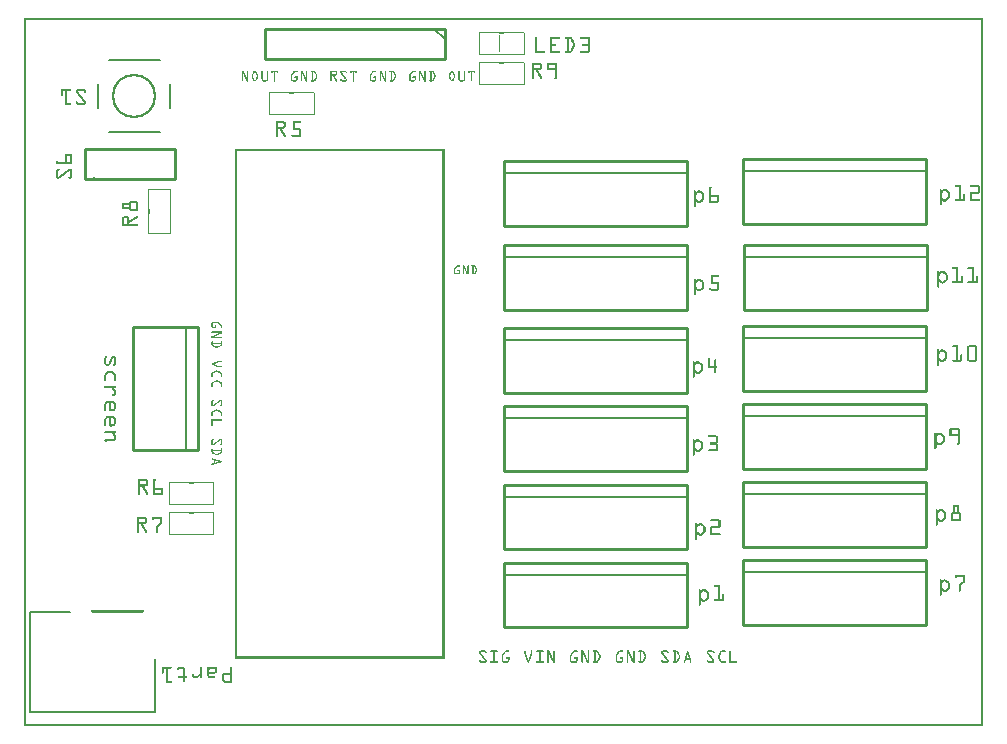
<source format=gto>
G04 MADE WITH FRITZING*
G04 WWW.FRITZING.ORG*
G04 DOUBLE SIDED*
G04 HOLES PLATED*
G04 CONTOUR ON CENTER OF CONTOUR VECTOR*
%ASAXBY*%
%FSLAX23Y23*%
%MOIN*%
%OFA0B0*%
%SFA1.0B1.0*%
%ADD10C,0.148000X0.132*%
%ADD11C,0.010000*%
%ADD12C,0.005000*%
%ADD13C,0.008000*%
%ADD14R,0.001000X0.001000*%
%LNSILK1*%
G90*
G70*
G54D10*
X367Y2100D03*
G54D11*
X1600Y852D02*
X2210Y852D01*
D02*
X2210Y852D02*
X2210Y1068D01*
D02*
X2210Y1068D02*
X1600Y1068D01*
D02*
X1600Y1068D02*
X1600Y852D01*
G54D12*
D02*
X2210Y1028D02*
X1600Y1028D01*
G54D11*
D02*
X1600Y330D02*
X2210Y330D01*
D02*
X2210Y330D02*
X2210Y546D01*
D02*
X2210Y546D02*
X1600Y546D01*
D02*
X1600Y546D02*
X1600Y330D01*
G54D12*
D02*
X2210Y506D02*
X1600Y506D01*
G54D11*
D02*
X364Y1331D02*
X364Y921D01*
D02*
X364Y921D02*
X580Y921D01*
D02*
X580Y921D02*
X580Y1331D01*
D02*
X580Y1331D02*
X364Y1331D01*
G54D12*
D02*
X540Y921D02*
X540Y1331D01*
G54D11*
D02*
X1600Y590D02*
X2210Y590D01*
D02*
X2210Y590D02*
X2210Y806D01*
D02*
X2210Y806D02*
X1600Y806D01*
D02*
X1600Y806D02*
X1600Y590D01*
G54D12*
D02*
X2210Y766D02*
X1600Y766D01*
G54D11*
D02*
X1600Y1112D02*
X2210Y1112D01*
D02*
X2210Y1112D02*
X2210Y1328D01*
D02*
X2210Y1328D02*
X1600Y1328D01*
D02*
X1600Y1328D02*
X1600Y1112D01*
G54D12*
D02*
X2210Y1288D02*
X1600Y1288D01*
G54D11*
D02*
X2397Y338D02*
X3007Y338D01*
D02*
X3007Y338D02*
X3007Y554D01*
D02*
X3007Y554D02*
X2397Y554D01*
D02*
X2397Y554D02*
X2397Y338D01*
G54D12*
D02*
X3007Y514D02*
X2397Y514D01*
G54D11*
D02*
X1600Y1388D02*
X2210Y1388D01*
D02*
X2210Y1388D02*
X2210Y1604D01*
D02*
X2210Y1604D02*
X1600Y1604D01*
D02*
X1600Y1604D02*
X1600Y1388D01*
G54D12*
D02*
X2210Y1564D02*
X1600Y1564D01*
G54D11*
D02*
X1600Y1669D02*
X2210Y1669D01*
D02*
X2210Y1669D02*
X2210Y1885D01*
D02*
X2210Y1885D02*
X1600Y1885D01*
D02*
X1600Y1885D02*
X1600Y1669D01*
G54D12*
D02*
X2210Y1845D02*
X1600Y1845D01*
G54D11*
D02*
X2397Y598D02*
X3007Y598D01*
D02*
X3007Y598D02*
X3007Y814D01*
D02*
X3007Y814D02*
X2397Y814D01*
D02*
X2397Y814D02*
X2397Y598D01*
G54D12*
D02*
X3007Y774D02*
X2397Y774D01*
G54D11*
D02*
X2397Y1118D02*
X3007Y1118D01*
D02*
X3007Y1118D02*
X3007Y1334D01*
D02*
X3007Y1334D02*
X2397Y1334D01*
D02*
X2397Y1334D02*
X2397Y1118D01*
G54D12*
D02*
X3007Y1294D02*
X2397Y1294D01*
G54D11*
D02*
X2397Y858D02*
X3007Y858D01*
D02*
X3007Y858D02*
X3007Y1074D01*
D02*
X3007Y1074D02*
X2397Y1074D01*
D02*
X2397Y1074D02*
X2397Y858D01*
G54D12*
D02*
X3007Y1034D02*
X2397Y1034D01*
G54D11*
D02*
X2399Y1388D02*
X3009Y1388D01*
D02*
X3009Y1388D02*
X3009Y1604D01*
D02*
X3009Y1604D02*
X2399Y1604D01*
D02*
X2399Y1604D02*
X2399Y1388D01*
G54D12*
D02*
X3009Y1564D02*
X2399Y1564D01*
G54D11*
D02*
X2397Y1674D02*
X3007Y1674D01*
D02*
X3007Y1674D02*
X3007Y1890D01*
D02*
X3007Y1890D02*
X2397Y1890D01*
D02*
X2397Y1890D02*
X2397Y1674D01*
G54D12*
D02*
X3007Y1850D02*
X2397Y1850D01*
G54D13*
D02*
X282Y1980D02*
X452Y1980D01*
D02*
X452Y2220D02*
X282Y2220D01*
D02*
X247Y2061D02*
X247Y2140D01*
D02*
X487Y2060D02*
X487Y2140D01*
D02*
X435Y49D02*
X435Y226D01*
D02*
X152Y383D02*
X18Y383D01*
D02*
X18Y49D02*
X435Y49D01*
D02*
X18Y383D02*
X18Y49D01*
D02*
X18Y49D02*
X18Y51D01*
G54D11*
D02*
X202Y1826D02*
X502Y1826D01*
D02*
X502Y1826D02*
X502Y1926D01*
D02*
X502Y1926D02*
X202Y1926D01*
D02*
X202Y1926D02*
X202Y1826D01*
D02*
X1402Y2326D02*
X802Y2326D01*
D02*
X802Y2326D02*
X802Y2226D01*
D02*
X802Y2226D02*
X1402Y2226D01*
D02*
X1402Y2226D02*
X1402Y2326D01*
G54D12*
D02*
X1367Y2326D02*
X1402Y2291D01*
G54D14*
X0Y2362D02*
X3196Y2362D01*
X0Y2361D02*
X3196Y2361D01*
X0Y2360D02*
X3196Y2360D01*
X0Y2359D02*
X3196Y2359D01*
X0Y2358D02*
X3196Y2358D01*
X0Y2357D02*
X3196Y2357D01*
X0Y2356D02*
X3196Y2356D01*
X0Y2355D02*
X3196Y2355D01*
X0Y2354D02*
X7Y2354D01*
X3189Y2354D02*
X3196Y2354D01*
X0Y2353D02*
X7Y2353D01*
X3189Y2353D02*
X3196Y2353D01*
X0Y2352D02*
X7Y2352D01*
X3189Y2352D02*
X3196Y2352D01*
X0Y2351D02*
X7Y2351D01*
X3189Y2351D02*
X3196Y2351D01*
X0Y2350D02*
X7Y2350D01*
X3189Y2350D02*
X3196Y2350D01*
X0Y2349D02*
X7Y2349D01*
X3189Y2349D02*
X3196Y2349D01*
X0Y2348D02*
X7Y2348D01*
X3189Y2348D02*
X3196Y2348D01*
X0Y2347D02*
X7Y2347D01*
X3189Y2347D02*
X3196Y2347D01*
X0Y2346D02*
X7Y2346D01*
X3189Y2346D02*
X3196Y2346D01*
X0Y2345D02*
X7Y2345D01*
X3189Y2345D02*
X3196Y2345D01*
X0Y2344D02*
X7Y2344D01*
X3189Y2344D02*
X3196Y2344D01*
X0Y2343D02*
X7Y2343D01*
X3189Y2343D02*
X3196Y2343D01*
X0Y2342D02*
X7Y2342D01*
X3189Y2342D02*
X3196Y2342D01*
X0Y2341D02*
X7Y2341D01*
X3189Y2341D02*
X3196Y2341D01*
X0Y2340D02*
X7Y2340D01*
X3189Y2340D02*
X3196Y2340D01*
X0Y2339D02*
X7Y2339D01*
X3189Y2339D02*
X3196Y2339D01*
X0Y2338D02*
X7Y2338D01*
X3189Y2338D02*
X3196Y2338D01*
X0Y2337D02*
X7Y2337D01*
X3189Y2337D02*
X3196Y2337D01*
X0Y2336D02*
X7Y2336D01*
X3189Y2336D02*
X3196Y2336D01*
X0Y2335D02*
X7Y2335D01*
X3189Y2335D02*
X3196Y2335D01*
X0Y2334D02*
X7Y2334D01*
X3189Y2334D02*
X3196Y2334D01*
X0Y2333D02*
X7Y2333D01*
X3189Y2333D02*
X3196Y2333D01*
X0Y2332D02*
X7Y2332D01*
X3189Y2332D02*
X3196Y2332D01*
X0Y2331D02*
X7Y2331D01*
X3189Y2331D02*
X3196Y2331D01*
X0Y2330D02*
X7Y2330D01*
X3189Y2330D02*
X3196Y2330D01*
X0Y2329D02*
X7Y2329D01*
X3189Y2329D02*
X3196Y2329D01*
X0Y2328D02*
X7Y2328D01*
X3189Y2328D02*
X3196Y2328D01*
X0Y2327D02*
X7Y2327D01*
X3189Y2327D02*
X3196Y2327D01*
X0Y2326D02*
X7Y2326D01*
X3189Y2326D02*
X3196Y2326D01*
X0Y2325D02*
X7Y2325D01*
X3189Y2325D02*
X3196Y2325D01*
X0Y2324D02*
X7Y2324D01*
X3189Y2324D02*
X3196Y2324D01*
X0Y2323D02*
X7Y2323D01*
X3189Y2323D02*
X3196Y2323D01*
X0Y2322D02*
X7Y2322D01*
X3189Y2322D02*
X3196Y2322D01*
X0Y2321D02*
X7Y2321D01*
X3189Y2321D02*
X3196Y2321D01*
X0Y2320D02*
X7Y2320D01*
X3189Y2320D02*
X3196Y2320D01*
X0Y2319D02*
X7Y2319D01*
X3189Y2319D02*
X3196Y2319D01*
X0Y2318D02*
X7Y2318D01*
X3189Y2318D02*
X3196Y2318D01*
X0Y2317D02*
X7Y2317D01*
X3189Y2317D02*
X3196Y2317D01*
X0Y2316D02*
X7Y2316D01*
X3189Y2316D02*
X3196Y2316D01*
X0Y2315D02*
X7Y2315D01*
X3189Y2315D02*
X3196Y2315D01*
X0Y2314D02*
X7Y2314D01*
X3189Y2314D02*
X3196Y2314D01*
X0Y2313D02*
X7Y2313D01*
X1517Y2313D02*
X1667Y2313D01*
X3189Y2313D02*
X3196Y2313D01*
X0Y2312D02*
X7Y2312D01*
X1517Y2312D02*
X1668Y2312D01*
X3189Y2312D02*
X3196Y2312D01*
X0Y2311D02*
X7Y2311D01*
X1517Y2311D02*
X1668Y2311D01*
X3189Y2311D02*
X3196Y2311D01*
X0Y2310D02*
X7Y2310D01*
X1517Y2310D02*
X1519Y2310D01*
X1585Y2310D02*
X1600Y2310D01*
X1666Y2310D02*
X1668Y2310D01*
X3189Y2310D02*
X3196Y2310D01*
X0Y2309D02*
X7Y2309D01*
X1517Y2309D02*
X1519Y2309D01*
X1666Y2309D02*
X1668Y2309D01*
X3189Y2309D02*
X3196Y2309D01*
X0Y2308D02*
X7Y2308D01*
X1517Y2308D02*
X1519Y2308D01*
X1666Y2308D02*
X1668Y2308D01*
X3189Y2308D02*
X3196Y2308D01*
X0Y2307D02*
X7Y2307D01*
X1517Y2307D02*
X1519Y2307D01*
X1666Y2307D02*
X1668Y2307D01*
X3189Y2307D02*
X3196Y2307D01*
X0Y2306D02*
X7Y2306D01*
X1517Y2306D02*
X1519Y2306D01*
X1666Y2306D02*
X1668Y2306D01*
X3189Y2306D02*
X3196Y2306D01*
X0Y2305D02*
X7Y2305D01*
X1517Y2305D02*
X1519Y2305D01*
X1585Y2305D02*
X1587Y2305D01*
X1666Y2305D02*
X1668Y2305D01*
X3189Y2305D02*
X3196Y2305D01*
X0Y2304D02*
X7Y2304D01*
X1517Y2304D02*
X1519Y2304D01*
X1585Y2304D02*
X1587Y2304D01*
X1666Y2304D02*
X1668Y2304D01*
X3189Y2304D02*
X3196Y2304D01*
X0Y2303D02*
X7Y2303D01*
X1517Y2303D02*
X1519Y2303D01*
X1585Y2303D02*
X1587Y2303D01*
X1666Y2303D02*
X1668Y2303D01*
X3189Y2303D02*
X3196Y2303D01*
X0Y2302D02*
X7Y2302D01*
X1517Y2302D02*
X1519Y2302D01*
X1585Y2302D02*
X1587Y2302D01*
X1666Y2302D02*
X1668Y2302D01*
X3189Y2302D02*
X3196Y2302D01*
X0Y2301D02*
X7Y2301D01*
X1517Y2301D02*
X1519Y2301D01*
X1585Y2301D02*
X1587Y2301D01*
X1666Y2301D02*
X1668Y2301D01*
X3189Y2301D02*
X3196Y2301D01*
X0Y2300D02*
X7Y2300D01*
X1517Y2300D02*
X1519Y2300D01*
X1585Y2300D02*
X1587Y2300D01*
X1666Y2300D02*
X1668Y2300D01*
X3189Y2300D02*
X3196Y2300D01*
X0Y2299D02*
X7Y2299D01*
X1517Y2299D02*
X1519Y2299D01*
X1585Y2299D02*
X1587Y2299D01*
X1666Y2299D02*
X1668Y2299D01*
X3189Y2299D02*
X3196Y2299D01*
X0Y2298D02*
X7Y2298D01*
X1517Y2298D02*
X1519Y2298D01*
X1585Y2298D02*
X1587Y2298D01*
X1666Y2298D02*
X1668Y2298D01*
X1704Y2298D02*
X1707Y2298D01*
X1752Y2298D02*
X1784Y2298D01*
X1804Y2298D02*
X1821Y2298D01*
X1854Y2298D02*
X1882Y2298D01*
X3189Y2298D02*
X3196Y2298D01*
X0Y2297D02*
X7Y2297D01*
X1517Y2297D02*
X1519Y2297D01*
X1585Y2297D02*
X1587Y2297D01*
X1666Y2297D02*
X1668Y2297D01*
X1703Y2297D02*
X1707Y2297D01*
X1752Y2297D02*
X1785Y2297D01*
X1803Y2297D02*
X1823Y2297D01*
X1853Y2297D02*
X1884Y2297D01*
X3189Y2297D02*
X3196Y2297D01*
X0Y2296D02*
X7Y2296D01*
X1517Y2296D02*
X1519Y2296D01*
X1585Y2296D02*
X1587Y2296D01*
X1666Y2296D02*
X1668Y2296D01*
X1702Y2296D02*
X1708Y2296D01*
X1752Y2296D02*
X1786Y2296D01*
X1803Y2296D02*
X1825Y2296D01*
X1853Y2296D02*
X1885Y2296D01*
X3189Y2296D02*
X3196Y2296D01*
X0Y2295D02*
X7Y2295D01*
X1517Y2295D02*
X1519Y2295D01*
X1585Y2295D02*
X1587Y2295D01*
X1666Y2295D02*
X1668Y2295D01*
X1702Y2295D02*
X1708Y2295D01*
X1752Y2295D02*
X1786Y2295D01*
X1803Y2295D02*
X1826Y2295D01*
X1853Y2295D02*
X1885Y2295D01*
X3189Y2295D02*
X3196Y2295D01*
X0Y2294D02*
X7Y2294D01*
X1517Y2294D02*
X1519Y2294D01*
X1585Y2294D02*
X1587Y2294D01*
X1666Y2294D02*
X1668Y2294D01*
X1702Y2294D02*
X1708Y2294D01*
X1752Y2294D02*
X1786Y2294D01*
X1803Y2294D02*
X1826Y2294D01*
X1853Y2294D02*
X1886Y2294D01*
X3189Y2294D02*
X3196Y2294D01*
X0Y2293D02*
X7Y2293D01*
X1517Y2293D02*
X1519Y2293D01*
X1585Y2293D02*
X1587Y2293D01*
X1666Y2293D02*
X1668Y2293D01*
X1702Y2293D02*
X1708Y2293D01*
X1752Y2293D02*
X1785Y2293D01*
X1803Y2293D02*
X1827Y2293D01*
X1854Y2293D02*
X1886Y2293D01*
X3189Y2293D02*
X3196Y2293D01*
X0Y2292D02*
X7Y2292D01*
X1517Y2292D02*
X1519Y2292D01*
X1585Y2292D02*
X1587Y2292D01*
X1666Y2292D02*
X1668Y2292D01*
X1702Y2292D02*
X1708Y2292D01*
X1752Y2292D02*
X1784Y2292D01*
X1805Y2292D02*
X1828Y2292D01*
X1855Y2292D02*
X1886Y2292D01*
X3189Y2292D02*
X3196Y2292D01*
X0Y2291D02*
X7Y2291D01*
X1517Y2291D02*
X1519Y2291D01*
X1585Y2291D02*
X1587Y2291D01*
X1666Y2291D02*
X1668Y2291D01*
X1702Y2291D02*
X1708Y2291D01*
X1752Y2291D02*
X1758Y2291D01*
X1809Y2291D02*
X1815Y2291D01*
X1821Y2291D02*
X1828Y2291D01*
X1880Y2291D02*
X1886Y2291D01*
X3189Y2291D02*
X3196Y2291D01*
X0Y2290D02*
X7Y2290D01*
X1517Y2290D02*
X1519Y2290D01*
X1585Y2290D02*
X1587Y2290D01*
X1666Y2290D02*
X1668Y2290D01*
X1702Y2290D02*
X1708Y2290D01*
X1752Y2290D02*
X1758Y2290D01*
X1809Y2290D02*
X1815Y2290D01*
X1822Y2290D02*
X1829Y2290D01*
X1880Y2290D02*
X1886Y2290D01*
X3189Y2290D02*
X3196Y2290D01*
X0Y2289D02*
X7Y2289D01*
X1517Y2289D02*
X1519Y2289D01*
X1585Y2289D02*
X1587Y2289D01*
X1666Y2289D02*
X1668Y2289D01*
X1702Y2289D02*
X1708Y2289D01*
X1752Y2289D02*
X1758Y2289D01*
X1809Y2289D02*
X1815Y2289D01*
X1822Y2289D02*
X1829Y2289D01*
X1880Y2289D02*
X1886Y2289D01*
X3189Y2289D02*
X3196Y2289D01*
X0Y2288D02*
X7Y2288D01*
X1517Y2288D02*
X1519Y2288D01*
X1585Y2288D02*
X1587Y2288D01*
X1666Y2288D02*
X1668Y2288D01*
X1702Y2288D02*
X1708Y2288D01*
X1752Y2288D02*
X1758Y2288D01*
X1809Y2288D02*
X1815Y2288D01*
X1823Y2288D02*
X1830Y2288D01*
X1880Y2288D02*
X1886Y2288D01*
X3189Y2288D02*
X3196Y2288D01*
X0Y2287D02*
X7Y2287D01*
X1517Y2287D02*
X1519Y2287D01*
X1585Y2287D02*
X1587Y2287D01*
X1666Y2287D02*
X1668Y2287D01*
X1702Y2287D02*
X1708Y2287D01*
X1752Y2287D02*
X1758Y2287D01*
X1809Y2287D02*
X1815Y2287D01*
X1823Y2287D02*
X1830Y2287D01*
X1880Y2287D02*
X1886Y2287D01*
X3189Y2287D02*
X3196Y2287D01*
X0Y2286D02*
X7Y2286D01*
X1517Y2286D02*
X1519Y2286D01*
X1585Y2286D02*
X1587Y2286D01*
X1666Y2286D02*
X1668Y2286D01*
X1702Y2286D02*
X1708Y2286D01*
X1752Y2286D02*
X1758Y2286D01*
X1809Y2286D02*
X1815Y2286D01*
X1824Y2286D02*
X1831Y2286D01*
X1880Y2286D02*
X1886Y2286D01*
X3189Y2286D02*
X3196Y2286D01*
X0Y2285D02*
X7Y2285D01*
X1517Y2285D02*
X1519Y2285D01*
X1585Y2285D02*
X1587Y2285D01*
X1666Y2285D02*
X1668Y2285D01*
X1702Y2285D02*
X1708Y2285D01*
X1752Y2285D02*
X1758Y2285D01*
X1809Y2285D02*
X1815Y2285D01*
X1824Y2285D02*
X1831Y2285D01*
X1880Y2285D02*
X1886Y2285D01*
X3189Y2285D02*
X3196Y2285D01*
X0Y2284D02*
X7Y2284D01*
X1517Y2284D02*
X1519Y2284D01*
X1585Y2284D02*
X1587Y2284D01*
X1666Y2284D02*
X1668Y2284D01*
X1702Y2284D02*
X1708Y2284D01*
X1752Y2284D02*
X1758Y2284D01*
X1809Y2284D02*
X1815Y2284D01*
X1825Y2284D02*
X1832Y2284D01*
X1880Y2284D02*
X1886Y2284D01*
X3189Y2284D02*
X3196Y2284D01*
X0Y2283D02*
X7Y2283D01*
X1517Y2283D02*
X1519Y2283D01*
X1585Y2283D02*
X1587Y2283D01*
X1666Y2283D02*
X1668Y2283D01*
X1702Y2283D02*
X1708Y2283D01*
X1752Y2283D02*
X1758Y2283D01*
X1809Y2283D02*
X1815Y2283D01*
X1825Y2283D02*
X1832Y2283D01*
X1880Y2283D02*
X1886Y2283D01*
X3189Y2283D02*
X3196Y2283D01*
X0Y2282D02*
X7Y2282D01*
X1517Y2282D02*
X1519Y2282D01*
X1585Y2282D02*
X1587Y2282D01*
X1666Y2282D02*
X1668Y2282D01*
X1702Y2282D02*
X1708Y2282D01*
X1752Y2282D02*
X1758Y2282D01*
X1809Y2282D02*
X1815Y2282D01*
X1826Y2282D02*
X1833Y2282D01*
X1880Y2282D02*
X1886Y2282D01*
X3189Y2282D02*
X3196Y2282D01*
X0Y2281D02*
X7Y2281D01*
X1517Y2281D02*
X1519Y2281D01*
X1585Y2281D02*
X1587Y2281D01*
X1666Y2281D02*
X1668Y2281D01*
X1702Y2281D02*
X1708Y2281D01*
X1752Y2281D02*
X1758Y2281D01*
X1809Y2281D02*
X1815Y2281D01*
X1826Y2281D02*
X1833Y2281D01*
X1880Y2281D02*
X1886Y2281D01*
X3189Y2281D02*
X3196Y2281D01*
X0Y2280D02*
X7Y2280D01*
X1517Y2280D02*
X1519Y2280D01*
X1585Y2280D02*
X1587Y2280D01*
X1666Y2280D02*
X1668Y2280D01*
X1702Y2280D02*
X1708Y2280D01*
X1752Y2280D02*
X1758Y2280D01*
X1809Y2280D02*
X1815Y2280D01*
X1827Y2280D02*
X1834Y2280D01*
X1880Y2280D02*
X1886Y2280D01*
X3189Y2280D02*
X3196Y2280D01*
X0Y2279D02*
X7Y2279D01*
X1517Y2279D02*
X1519Y2279D01*
X1585Y2279D02*
X1587Y2279D01*
X1666Y2279D02*
X1668Y2279D01*
X1702Y2279D02*
X1708Y2279D01*
X1752Y2279D02*
X1758Y2279D01*
X1809Y2279D02*
X1815Y2279D01*
X1827Y2279D02*
X1834Y2279D01*
X1880Y2279D02*
X1886Y2279D01*
X3189Y2279D02*
X3196Y2279D01*
X0Y2278D02*
X7Y2278D01*
X1517Y2278D02*
X1519Y2278D01*
X1585Y2278D02*
X1587Y2278D01*
X1666Y2278D02*
X1668Y2278D01*
X1702Y2278D02*
X1708Y2278D01*
X1752Y2278D02*
X1758Y2278D01*
X1809Y2278D02*
X1815Y2278D01*
X1828Y2278D02*
X1835Y2278D01*
X1880Y2278D02*
X1886Y2278D01*
X3189Y2278D02*
X3196Y2278D01*
X0Y2277D02*
X7Y2277D01*
X1517Y2277D02*
X1519Y2277D01*
X1585Y2277D02*
X1587Y2277D01*
X1666Y2277D02*
X1668Y2277D01*
X1702Y2277D02*
X1708Y2277D01*
X1752Y2277D02*
X1758Y2277D01*
X1809Y2277D02*
X1815Y2277D01*
X1828Y2277D02*
X1835Y2277D01*
X1880Y2277D02*
X1886Y2277D01*
X3189Y2277D02*
X3196Y2277D01*
X0Y2276D02*
X7Y2276D01*
X1517Y2276D02*
X1519Y2276D01*
X1585Y2276D02*
X1587Y2276D01*
X1666Y2276D02*
X1668Y2276D01*
X1702Y2276D02*
X1708Y2276D01*
X1752Y2276D02*
X1758Y2276D01*
X1809Y2276D02*
X1815Y2276D01*
X1829Y2276D02*
X1835Y2276D01*
X1879Y2276D02*
X1886Y2276D01*
X3189Y2276D02*
X3196Y2276D01*
X0Y2275D02*
X7Y2275D01*
X1517Y2275D02*
X1519Y2275D01*
X1585Y2275D02*
X1587Y2275D01*
X1666Y2275D02*
X1668Y2275D01*
X1702Y2275D02*
X1708Y2275D01*
X1752Y2275D02*
X1769Y2275D01*
X1809Y2275D02*
X1815Y2275D01*
X1829Y2275D02*
X1836Y2275D01*
X1862Y2275D02*
X1886Y2275D01*
X3189Y2275D02*
X3196Y2275D01*
X0Y2274D02*
X7Y2274D01*
X1517Y2274D02*
X1519Y2274D01*
X1585Y2274D02*
X1587Y2274D01*
X1666Y2274D02*
X1668Y2274D01*
X1702Y2274D02*
X1708Y2274D01*
X1752Y2274D02*
X1771Y2274D01*
X1809Y2274D02*
X1815Y2274D01*
X1830Y2274D02*
X1836Y2274D01*
X1861Y2274D02*
X1885Y2274D01*
X3189Y2274D02*
X3196Y2274D01*
X0Y2273D02*
X7Y2273D01*
X1517Y2273D02*
X1519Y2273D01*
X1585Y2273D02*
X1587Y2273D01*
X1666Y2273D02*
X1668Y2273D01*
X1702Y2273D02*
X1708Y2273D01*
X1752Y2273D02*
X1772Y2273D01*
X1809Y2273D02*
X1815Y2273D01*
X1830Y2273D02*
X1836Y2273D01*
X1860Y2273D02*
X1885Y2273D01*
X3189Y2273D02*
X3196Y2273D01*
X0Y2272D02*
X7Y2272D01*
X1517Y2272D02*
X1519Y2272D01*
X1585Y2272D02*
X1587Y2272D01*
X1666Y2272D02*
X1668Y2272D01*
X1702Y2272D02*
X1708Y2272D01*
X1752Y2272D02*
X1772Y2272D01*
X1809Y2272D02*
X1815Y2272D01*
X1830Y2272D02*
X1836Y2272D01*
X1860Y2272D02*
X1884Y2272D01*
X3189Y2272D02*
X3196Y2272D01*
X0Y2271D02*
X7Y2271D01*
X1517Y2271D02*
X1519Y2271D01*
X1585Y2271D02*
X1587Y2271D01*
X1666Y2271D02*
X1668Y2271D01*
X1702Y2271D02*
X1708Y2271D01*
X1752Y2271D02*
X1772Y2271D01*
X1809Y2271D02*
X1815Y2271D01*
X1830Y2271D02*
X1836Y2271D01*
X1860Y2271D02*
X1884Y2271D01*
X3189Y2271D02*
X3196Y2271D01*
X0Y2270D02*
X7Y2270D01*
X1517Y2270D02*
X1519Y2270D01*
X1585Y2270D02*
X1587Y2270D01*
X1666Y2270D02*
X1668Y2270D01*
X1702Y2270D02*
X1708Y2270D01*
X1752Y2270D02*
X1772Y2270D01*
X1809Y2270D02*
X1815Y2270D01*
X1830Y2270D02*
X1836Y2270D01*
X1860Y2270D02*
X1885Y2270D01*
X3189Y2270D02*
X3196Y2270D01*
X0Y2269D02*
X7Y2269D01*
X1517Y2269D02*
X1519Y2269D01*
X1585Y2269D02*
X1587Y2269D01*
X1666Y2269D02*
X1668Y2269D01*
X1702Y2269D02*
X1708Y2269D01*
X1752Y2269D02*
X1771Y2269D01*
X1809Y2269D02*
X1815Y2269D01*
X1830Y2269D02*
X1836Y2269D01*
X1861Y2269D02*
X1885Y2269D01*
X3189Y2269D02*
X3196Y2269D01*
X0Y2268D02*
X7Y2268D01*
X1517Y2268D02*
X1519Y2268D01*
X1585Y2268D02*
X1587Y2268D01*
X1666Y2268D02*
X1668Y2268D01*
X1702Y2268D02*
X1708Y2268D01*
X1752Y2268D02*
X1759Y2268D01*
X1809Y2268D02*
X1815Y2268D01*
X1829Y2268D02*
X1836Y2268D01*
X1877Y2268D02*
X1886Y2268D01*
X3189Y2268D02*
X3196Y2268D01*
X0Y2267D02*
X7Y2267D01*
X1517Y2267D02*
X1519Y2267D01*
X1585Y2267D02*
X1587Y2267D01*
X1666Y2267D02*
X1668Y2267D01*
X1702Y2267D02*
X1708Y2267D01*
X1752Y2267D02*
X1758Y2267D01*
X1809Y2267D02*
X1815Y2267D01*
X1829Y2267D02*
X1835Y2267D01*
X1879Y2267D02*
X1886Y2267D01*
X3189Y2267D02*
X3196Y2267D01*
X0Y2266D02*
X7Y2266D01*
X1517Y2266D02*
X1519Y2266D01*
X1585Y2266D02*
X1587Y2266D01*
X1666Y2266D02*
X1668Y2266D01*
X1702Y2266D02*
X1708Y2266D01*
X1752Y2266D02*
X1758Y2266D01*
X1809Y2266D02*
X1815Y2266D01*
X1828Y2266D02*
X1835Y2266D01*
X1880Y2266D02*
X1886Y2266D01*
X3189Y2266D02*
X3196Y2266D01*
X0Y2265D02*
X7Y2265D01*
X1517Y2265D02*
X1519Y2265D01*
X1585Y2265D02*
X1587Y2265D01*
X1666Y2265D02*
X1668Y2265D01*
X1702Y2265D02*
X1708Y2265D01*
X1752Y2265D02*
X1758Y2265D01*
X1809Y2265D02*
X1815Y2265D01*
X1828Y2265D02*
X1835Y2265D01*
X1880Y2265D02*
X1886Y2265D01*
X3189Y2265D02*
X3196Y2265D01*
X0Y2264D02*
X7Y2264D01*
X1517Y2264D02*
X1519Y2264D01*
X1585Y2264D02*
X1587Y2264D01*
X1666Y2264D02*
X1668Y2264D01*
X1702Y2264D02*
X1708Y2264D01*
X1752Y2264D02*
X1758Y2264D01*
X1809Y2264D02*
X1815Y2264D01*
X1827Y2264D02*
X1834Y2264D01*
X1880Y2264D02*
X1886Y2264D01*
X3189Y2264D02*
X3196Y2264D01*
X0Y2263D02*
X7Y2263D01*
X1517Y2263D02*
X1519Y2263D01*
X1585Y2263D02*
X1587Y2263D01*
X1666Y2263D02*
X1668Y2263D01*
X1702Y2263D02*
X1708Y2263D01*
X1752Y2263D02*
X1758Y2263D01*
X1809Y2263D02*
X1815Y2263D01*
X1827Y2263D02*
X1834Y2263D01*
X1880Y2263D02*
X1886Y2263D01*
X3189Y2263D02*
X3196Y2263D01*
X0Y2262D02*
X7Y2262D01*
X1517Y2262D02*
X1519Y2262D01*
X1585Y2262D02*
X1587Y2262D01*
X1666Y2262D02*
X1668Y2262D01*
X1702Y2262D02*
X1708Y2262D01*
X1752Y2262D02*
X1758Y2262D01*
X1809Y2262D02*
X1815Y2262D01*
X1826Y2262D02*
X1833Y2262D01*
X1880Y2262D02*
X1886Y2262D01*
X3189Y2262D02*
X3196Y2262D01*
X0Y2261D02*
X7Y2261D01*
X1517Y2261D02*
X1519Y2261D01*
X1585Y2261D02*
X1587Y2261D01*
X1666Y2261D02*
X1668Y2261D01*
X1702Y2261D02*
X1708Y2261D01*
X1752Y2261D02*
X1758Y2261D01*
X1809Y2261D02*
X1815Y2261D01*
X1826Y2261D02*
X1833Y2261D01*
X1880Y2261D02*
X1886Y2261D01*
X3189Y2261D02*
X3196Y2261D01*
X0Y2260D02*
X7Y2260D01*
X1517Y2260D02*
X1519Y2260D01*
X1585Y2260D02*
X1587Y2260D01*
X1666Y2260D02*
X1668Y2260D01*
X1702Y2260D02*
X1708Y2260D01*
X1752Y2260D02*
X1758Y2260D01*
X1809Y2260D02*
X1815Y2260D01*
X1825Y2260D02*
X1832Y2260D01*
X1880Y2260D02*
X1886Y2260D01*
X3189Y2260D02*
X3196Y2260D01*
X0Y2259D02*
X7Y2259D01*
X1517Y2259D02*
X1519Y2259D01*
X1585Y2259D02*
X1587Y2259D01*
X1666Y2259D02*
X1668Y2259D01*
X1702Y2259D02*
X1708Y2259D01*
X1752Y2259D02*
X1758Y2259D01*
X1809Y2259D02*
X1815Y2259D01*
X1825Y2259D02*
X1832Y2259D01*
X1880Y2259D02*
X1886Y2259D01*
X3189Y2259D02*
X3196Y2259D01*
X0Y2258D02*
X7Y2258D01*
X1517Y2258D02*
X1519Y2258D01*
X1585Y2258D02*
X1587Y2258D01*
X1666Y2258D02*
X1668Y2258D01*
X1702Y2258D02*
X1708Y2258D01*
X1752Y2258D02*
X1758Y2258D01*
X1809Y2258D02*
X1815Y2258D01*
X1824Y2258D02*
X1831Y2258D01*
X1880Y2258D02*
X1886Y2258D01*
X3189Y2258D02*
X3196Y2258D01*
X0Y2257D02*
X7Y2257D01*
X1517Y2257D02*
X1519Y2257D01*
X1585Y2257D02*
X1587Y2257D01*
X1666Y2257D02*
X1668Y2257D01*
X1702Y2257D02*
X1708Y2257D01*
X1752Y2257D02*
X1758Y2257D01*
X1809Y2257D02*
X1815Y2257D01*
X1824Y2257D02*
X1831Y2257D01*
X1880Y2257D02*
X1886Y2257D01*
X3189Y2257D02*
X3196Y2257D01*
X0Y2256D02*
X7Y2256D01*
X1517Y2256D02*
X1519Y2256D01*
X1585Y2256D02*
X1587Y2256D01*
X1666Y2256D02*
X1668Y2256D01*
X1702Y2256D02*
X1708Y2256D01*
X1752Y2256D02*
X1758Y2256D01*
X1809Y2256D02*
X1815Y2256D01*
X1823Y2256D02*
X1830Y2256D01*
X1880Y2256D02*
X1886Y2256D01*
X3189Y2256D02*
X3196Y2256D01*
X0Y2255D02*
X7Y2255D01*
X1517Y2255D02*
X1519Y2255D01*
X1585Y2255D02*
X1587Y2255D01*
X1666Y2255D02*
X1668Y2255D01*
X1702Y2255D02*
X1708Y2255D01*
X1752Y2255D02*
X1758Y2255D01*
X1809Y2255D02*
X1815Y2255D01*
X1823Y2255D02*
X1830Y2255D01*
X1880Y2255D02*
X1886Y2255D01*
X3189Y2255D02*
X3196Y2255D01*
X0Y2254D02*
X7Y2254D01*
X1517Y2254D02*
X1519Y2254D01*
X1585Y2254D02*
X1587Y2254D01*
X1666Y2254D02*
X1668Y2254D01*
X1702Y2254D02*
X1708Y2254D01*
X1752Y2254D02*
X1758Y2254D01*
X1809Y2254D02*
X1815Y2254D01*
X1822Y2254D02*
X1829Y2254D01*
X1880Y2254D02*
X1886Y2254D01*
X3189Y2254D02*
X3196Y2254D01*
X0Y2253D02*
X7Y2253D01*
X1517Y2253D02*
X1519Y2253D01*
X1585Y2253D02*
X1587Y2253D01*
X1666Y2253D02*
X1668Y2253D01*
X1702Y2253D02*
X1708Y2253D01*
X1752Y2253D02*
X1758Y2253D01*
X1809Y2253D02*
X1815Y2253D01*
X1822Y2253D02*
X1829Y2253D01*
X1880Y2253D02*
X1886Y2253D01*
X3189Y2253D02*
X3196Y2253D01*
X0Y2252D02*
X7Y2252D01*
X1517Y2252D02*
X1519Y2252D01*
X1585Y2252D02*
X1587Y2252D01*
X1666Y2252D02*
X1668Y2252D01*
X1702Y2252D02*
X1708Y2252D01*
X1752Y2252D02*
X1758Y2252D01*
X1809Y2252D02*
X1815Y2252D01*
X1821Y2252D02*
X1828Y2252D01*
X1880Y2252D02*
X1886Y2252D01*
X3189Y2252D02*
X3196Y2252D01*
X0Y2251D02*
X7Y2251D01*
X1517Y2251D02*
X1519Y2251D01*
X1585Y2251D02*
X1587Y2251D01*
X1666Y2251D02*
X1668Y2251D01*
X1702Y2251D02*
X1734Y2251D01*
X1752Y2251D02*
X1784Y2251D01*
X1804Y2251D02*
X1828Y2251D01*
X1854Y2251D02*
X1886Y2251D01*
X3189Y2251D02*
X3196Y2251D01*
X0Y2250D02*
X7Y2250D01*
X1517Y2250D02*
X1519Y2250D01*
X1585Y2250D02*
X1587Y2250D01*
X1666Y2250D02*
X1668Y2250D01*
X1702Y2250D02*
X1735Y2250D01*
X1752Y2250D02*
X1785Y2250D01*
X1803Y2250D02*
X1827Y2250D01*
X1853Y2250D02*
X1886Y2250D01*
X3189Y2250D02*
X3196Y2250D01*
X0Y2249D02*
X7Y2249D01*
X1517Y2249D02*
X1519Y2249D01*
X1585Y2249D02*
X1587Y2249D01*
X1666Y2249D02*
X1668Y2249D01*
X1702Y2249D02*
X1735Y2249D01*
X1752Y2249D02*
X1786Y2249D01*
X1803Y2249D02*
X1826Y2249D01*
X1853Y2249D02*
X1886Y2249D01*
X3189Y2249D02*
X3196Y2249D01*
X0Y2248D02*
X7Y2248D01*
X1517Y2248D02*
X1519Y2248D01*
X1585Y2248D02*
X1587Y2248D01*
X1666Y2248D02*
X1668Y2248D01*
X1702Y2248D02*
X1736Y2248D01*
X1752Y2248D02*
X1786Y2248D01*
X1803Y2248D02*
X1826Y2248D01*
X1853Y2248D02*
X1885Y2248D01*
X3189Y2248D02*
X3196Y2248D01*
X0Y2247D02*
X7Y2247D01*
X1517Y2247D02*
X1519Y2247D01*
X1585Y2247D02*
X1587Y2247D01*
X1666Y2247D02*
X1668Y2247D01*
X1702Y2247D02*
X1735Y2247D01*
X1752Y2247D02*
X1786Y2247D01*
X1803Y2247D02*
X1825Y2247D01*
X1853Y2247D02*
X1884Y2247D01*
X3189Y2247D02*
X3196Y2247D01*
X0Y2246D02*
X7Y2246D01*
X1517Y2246D02*
X1519Y2246D01*
X1666Y2246D02*
X1668Y2246D01*
X1702Y2246D02*
X1735Y2246D01*
X1752Y2246D02*
X1785Y2246D01*
X1803Y2246D02*
X1823Y2246D01*
X1853Y2246D02*
X1883Y2246D01*
X3189Y2246D02*
X3196Y2246D01*
X0Y2245D02*
X7Y2245D01*
X1517Y2245D02*
X1519Y2245D01*
X1666Y2245D02*
X1668Y2245D01*
X1702Y2245D02*
X1734Y2245D01*
X1752Y2245D02*
X1784Y2245D01*
X1804Y2245D02*
X1821Y2245D01*
X1855Y2245D02*
X1882Y2245D01*
X3189Y2245D02*
X3196Y2245D01*
X0Y2244D02*
X7Y2244D01*
X1517Y2244D02*
X1519Y2244D01*
X1666Y2244D02*
X1668Y2244D01*
X3189Y2244D02*
X3196Y2244D01*
X0Y2243D02*
X7Y2243D01*
X1517Y2243D02*
X1519Y2243D01*
X1666Y2243D02*
X1668Y2243D01*
X3189Y2243D02*
X3196Y2243D01*
X0Y2242D02*
X7Y2242D01*
X1517Y2242D02*
X1519Y2242D01*
X1585Y2242D02*
X1599Y2242D01*
X1666Y2242D02*
X1668Y2242D01*
X3189Y2242D02*
X3196Y2242D01*
X0Y2241D02*
X7Y2241D01*
X1517Y2241D02*
X1668Y2241D01*
X3189Y2241D02*
X3196Y2241D01*
X0Y2240D02*
X7Y2240D01*
X1517Y2240D02*
X1668Y2240D01*
X3189Y2240D02*
X3196Y2240D01*
X0Y2239D02*
X7Y2239D01*
X1517Y2239D02*
X1668Y2239D01*
X3189Y2239D02*
X3196Y2239D01*
X0Y2238D02*
X7Y2238D01*
X3189Y2238D02*
X3196Y2238D01*
X0Y2237D02*
X7Y2237D01*
X3189Y2237D02*
X3196Y2237D01*
X0Y2236D02*
X7Y2236D01*
X3189Y2236D02*
X3196Y2236D01*
X0Y2235D02*
X7Y2235D01*
X3189Y2235D02*
X3196Y2235D01*
X0Y2234D02*
X7Y2234D01*
X3189Y2234D02*
X3196Y2234D01*
X0Y2233D02*
X7Y2233D01*
X3189Y2233D02*
X3196Y2233D01*
X0Y2232D02*
X7Y2232D01*
X3189Y2232D02*
X3196Y2232D01*
X0Y2231D02*
X7Y2231D01*
X3189Y2231D02*
X3196Y2231D01*
X0Y2230D02*
X7Y2230D01*
X3189Y2230D02*
X3196Y2230D01*
X0Y2229D02*
X7Y2229D01*
X3189Y2229D02*
X3196Y2229D01*
X0Y2228D02*
X7Y2228D01*
X3189Y2228D02*
X3196Y2228D01*
X0Y2227D02*
X7Y2227D01*
X3189Y2227D02*
X3196Y2227D01*
X0Y2226D02*
X7Y2226D01*
X3189Y2226D02*
X3196Y2226D01*
X0Y2225D02*
X7Y2225D01*
X3189Y2225D02*
X3196Y2225D01*
X0Y2224D02*
X7Y2224D01*
X3189Y2224D02*
X3196Y2224D01*
X0Y2223D02*
X7Y2223D01*
X3189Y2223D02*
X3196Y2223D01*
X0Y2222D02*
X7Y2222D01*
X3189Y2222D02*
X3196Y2222D01*
X0Y2221D02*
X7Y2221D01*
X3189Y2221D02*
X3196Y2221D01*
X0Y2220D02*
X7Y2220D01*
X3189Y2220D02*
X3196Y2220D01*
X0Y2219D02*
X7Y2219D01*
X3189Y2219D02*
X3196Y2219D01*
X0Y2218D02*
X7Y2218D01*
X3189Y2218D02*
X3196Y2218D01*
X0Y2217D02*
X7Y2217D01*
X3189Y2217D02*
X3196Y2217D01*
X0Y2216D02*
X7Y2216D01*
X3189Y2216D02*
X3196Y2216D01*
X0Y2215D02*
X7Y2215D01*
X3189Y2215D02*
X3196Y2215D01*
X0Y2214D02*
X7Y2214D01*
X3189Y2214D02*
X3196Y2214D01*
X0Y2213D02*
X7Y2213D01*
X1517Y2213D02*
X1667Y2213D01*
X3189Y2213D02*
X3196Y2213D01*
X0Y2212D02*
X7Y2212D01*
X1517Y2212D02*
X1668Y2212D01*
X3189Y2212D02*
X3196Y2212D01*
X0Y2211D02*
X7Y2211D01*
X1517Y2211D02*
X1668Y2211D01*
X1693Y2211D02*
X1720Y2211D01*
X1745Y2211D02*
X1776Y2211D01*
X3189Y2211D02*
X3196Y2211D01*
X0Y2210D02*
X7Y2210D01*
X1517Y2210D02*
X1519Y2210D01*
X1585Y2210D02*
X1600Y2210D01*
X1666Y2210D02*
X1668Y2210D01*
X1693Y2210D02*
X1722Y2210D01*
X1744Y2210D02*
X1777Y2210D01*
X3189Y2210D02*
X3196Y2210D01*
X0Y2209D02*
X7Y2209D01*
X1517Y2209D02*
X1519Y2209D01*
X1666Y2209D02*
X1668Y2209D01*
X1693Y2209D02*
X1723Y2209D01*
X1744Y2209D02*
X1777Y2209D01*
X3189Y2209D02*
X3196Y2209D01*
X0Y2208D02*
X7Y2208D01*
X1517Y2208D02*
X1519Y2208D01*
X1666Y2208D02*
X1668Y2208D01*
X1693Y2208D02*
X1724Y2208D01*
X1744Y2208D02*
X1777Y2208D01*
X3189Y2208D02*
X3196Y2208D01*
X0Y2207D02*
X7Y2207D01*
X1517Y2207D02*
X1519Y2207D01*
X1666Y2207D02*
X1668Y2207D01*
X1693Y2207D02*
X1725Y2207D01*
X1744Y2207D02*
X1777Y2207D01*
X3189Y2207D02*
X3196Y2207D01*
X0Y2206D02*
X7Y2206D01*
X1517Y2206D02*
X1519Y2206D01*
X1666Y2206D02*
X1668Y2206D01*
X1693Y2206D02*
X1726Y2206D01*
X1744Y2206D02*
X1777Y2206D01*
X3189Y2206D02*
X3196Y2206D01*
X0Y2205D02*
X7Y2205D01*
X1517Y2205D02*
X1519Y2205D01*
X1666Y2205D02*
X1668Y2205D01*
X1693Y2205D02*
X1726Y2205D01*
X1744Y2205D02*
X1777Y2205D01*
X3189Y2205D02*
X3196Y2205D01*
X0Y2204D02*
X7Y2204D01*
X1517Y2204D02*
X1519Y2204D01*
X1666Y2204D02*
X1668Y2204D01*
X1693Y2204D02*
X1700Y2204D01*
X1719Y2204D02*
X1727Y2204D01*
X1744Y2204D02*
X1750Y2204D01*
X1771Y2204D02*
X1777Y2204D01*
X3189Y2204D02*
X3196Y2204D01*
X0Y2203D02*
X7Y2203D01*
X1517Y2203D02*
X1519Y2203D01*
X1666Y2203D02*
X1668Y2203D01*
X1693Y2203D02*
X1700Y2203D01*
X1720Y2203D02*
X1727Y2203D01*
X1744Y2203D02*
X1750Y2203D01*
X1771Y2203D02*
X1777Y2203D01*
X3189Y2203D02*
X3196Y2203D01*
X0Y2202D02*
X7Y2202D01*
X1517Y2202D02*
X1519Y2202D01*
X1666Y2202D02*
X1668Y2202D01*
X1693Y2202D02*
X1700Y2202D01*
X1721Y2202D02*
X1727Y2202D01*
X1744Y2202D02*
X1750Y2202D01*
X1771Y2202D02*
X1777Y2202D01*
X3189Y2202D02*
X3196Y2202D01*
X0Y2201D02*
X7Y2201D01*
X1517Y2201D02*
X1519Y2201D01*
X1666Y2201D02*
X1668Y2201D01*
X1693Y2201D02*
X1700Y2201D01*
X1721Y2201D02*
X1727Y2201D01*
X1744Y2201D02*
X1750Y2201D01*
X1771Y2201D02*
X1777Y2201D01*
X3189Y2201D02*
X3196Y2201D01*
X0Y2200D02*
X7Y2200D01*
X1517Y2200D02*
X1519Y2200D01*
X1666Y2200D02*
X1668Y2200D01*
X1693Y2200D02*
X1700Y2200D01*
X1721Y2200D02*
X1727Y2200D01*
X1744Y2200D02*
X1750Y2200D01*
X1771Y2200D02*
X1777Y2200D01*
X3189Y2200D02*
X3196Y2200D01*
X0Y2199D02*
X7Y2199D01*
X1517Y2199D02*
X1519Y2199D01*
X1666Y2199D02*
X1668Y2199D01*
X1693Y2199D02*
X1700Y2199D01*
X1721Y2199D02*
X1727Y2199D01*
X1744Y2199D02*
X1750Y2199D01*
X1771Y2199D02*
X1777Y2199D01*
X3189Y2199D02*
X3196Y2199D01*
X0Y2198D02*
X7Y2198D01*
X1517Y2198D02*
X1519Y2198D01*
X1666Y2198D02*
X1668Y2198D01*
X1693Y2198D02*
X1700Y2198D01*
X1721Y2198D02*
X1727Y2198D01*
X1744Y2198D02*
X1750Y2198D01*
X1771Y2198D02*
X1777Y2198D01*
X3189Y2198D02*
X3196Y2198D01*
X0Y2197D02*
X7Y2197D01*
X1517Y2197D02*
X1519Y2197D01*
X1666Y2197D02*
X1668Y2197D01*
X1693Y2197D02*
X1700Y2197D01*
X1721Y2197D02*
X1727Y2197D01*
X1744Y2197D02*
X1750Y2197D01*
X1771Y2197D02*
X1777Y2197D01*
X3189Y2197D02*
X3196Y2197D01*
X0Y2196D02*
X7Y2196D01*
X1517Y2196D02*
X1519Y2196D01*
X1666Y2196D02*
X1668Y2196D01*
X1693Y2196D02*
X1700Y2196D01*
X1721Y2196D02*
X1727Y2196D01*
X1744Y2196D02*
X1750Y2196D01*
X1771Y2196D02*
X1777Y2196D01*
X3189Y2196D02*
X3196Y2196D01*
X0Y2195D02*
X7Y2195D01*
X1517Y2195D02*
X1519Y2195D01*
X1666Y2195D02*
X1668Y2195D01*
X1693Y2195D02*
X1700Y2195D01*
X1720Y2195D02*
X1727Y2195D01*
X1744Y2195D02*
X1750Y2195D01*
X1771Y2195D02*
X1777Y2195D01*
X3189Y2195D02*
X3196Y2195D01*
X0Y2194D02*
X7Y2194D01*
X1517Y2194D02*
X1519Y2194D01*
X1666Y2194D02*
X1668Y2194D01*
X1693Y2194D02*
X1700Y2194D01*
X1718Y2194D02*
X1726Y2194D01*
X1744Y2194D02*
X1750Y2194D01*
X1771Y2194D02*
X1777Y2194D01*
X3189Y2194D02*
X3196Y2194D01*
X0Y2193D02*
X7Y2193D01*
X1517Y2193D02*
X1519Y2193D01*
X1666Y2193D02*
X1668Y2193D01*
X1693Y2193D02*
X1726Y2193D01*
X1744Y2193D02*
X1777Y2193D01*
X3189Y2193D02*
X3196Y2193D01*
X0Y2192D02*
X7Y2192D01*
X1517Y2192D02*
X1519Y2192D01*
X1666Y2192D02*
X1668Y2192D01*
X1693Y2192D02*
X1726Y2192D01*
X1744Y2192D02*
X1777Y2192D01*
X3189Y2192D02*
X3196Y2192D01*
X0Y2191D02*
X7Y2191D01*
X1517Y2191D02*
X1519Y2191D01*
X1666Y2191D02*
X1668Y2191D01*
X1693Y2191D02*
X1725Y2191D01*
X1744Y2191D02*
X1777Y2191D01*
X3189Y2191D02*
X3196Y2191D01*
X0Y2190D02*
X7Y2190D01*
X1517Y2190D02*
X1519Y2190D01*
X1666Y2190D02*
X1668Y2190D01*
X1693Y2190D02*
X1724Y2190D01*
X1744Y2190D02*
X1777Y2190D01*
X3189Y2190D02*
X3196Y2190D01*
X0Y2189D02*
X7Y2189D01*
X1517Y2189D02*
X1519Y2189D01*
X1666Y2189D02*
X1668Y2189D01*
X1693Y2189D02*
X1723Y2189D01*
X1744Y2189D02*
X1777Y2189D01*
X3189Y2189D02*
X3196Y2189D01*
X0Y2188D02*
X7Y2188D01*
X1517Y2188D02*
X1519Y2188D01*
X1666Y2188D02*
X1668Y2188D01*
X1693Y2188D02*
X1721Y2188D01*
X1745Y2188D02*
X1777Y2188D01*
X3189Y2188D02*
X3196Y2188D01*
X0Y2187D02*
X7Y2187D01*
X1517Y2187D02*
X1519Y2187D01*
X1666Y2187D02*
X1668Y2187D01*
X1693Y2187D02*
X1718Y2187D01*
X1746Y2187D02*
X1777Y2187D01*
X3189Y2187D02*
X3196Y2187D01*
X0Y2186D02*
X7Y2186D01*
X1517Y2186D02*
X1519Y2186D01*
X1666Y2186D02*
X1668Y2186D01*
X1693Y2186D02*
X1700Y2186D01*
X1706Y2186D02*
X1713Y2186D01*
X1771Y2186D02*
X1777Y2186D01*
X3189Y2186D02*
X3196Y2186D01*
X0Y2185D02*
X7Y2185D01*
X726Y2185D02*
X731Y2185D01*
X745Y2185D02*
X746Y2185D01*
X768Y2185D02*
X771Y2185D01*
X793Y2185D02*
X794Y2185D01*
X811Y2185D02*
X812Y2185D01*
X824Y2185D02*
X846Y2185D01*
X901Y2185D02*
X910Y2185D01*
X923Y2185D02*
X928Y2185D01*
X942Y2185D02*
X943Y2185D01*
X957Y2185D02*
X967Y2185D01*
X1021Y2185D02*
X1038Y2185D01*
X1058Y2185D02*
X1072Y2185D01*
X1087Y2185D02*
X1109Y2185D01*
X1164Y2185D02*
X1173Y2185D01*
X1186Y2185D02*
X1191Y2185D01*
X1205Y2185D02*
X1206Y2185D01*
X1220Y2185D02*
X1230Y2185D01*
X1295Y2185D02*
X1304Y2185D01*
X1317Y2185D02*
X1322Y2185D01*
X1336Y2185D02*
X1337Y2185D01*
X1351Y2185D02*
X1361Y2185D01*
X1425Y2185D02*
X1428Y2185D01*
X1449Y2185D02*
X1451Y2185D01*
X1467Y2185D02*
X1469Y2185D01*
X1481Y2185D02*
X1503Y2185D01*
X1517Y2185D02*
X1519Y2185D01*
X1666Y2185D02*
X1668Y2185D01*
X1693Y2185D02*
X1700Y2185D01*
X1706Y2185D02*
X1714Y2185D01*
X1771Y2185D02*
X1777Y2185D01*
X3189Y2185D02*
X3196Y2185D01*
X0Y2184D02*
X7Y2184D01*
X726Y2184D02*
X731Y2184D01*
X744Y2184D02*
X747Y2184D01*
X766Y2184D02*
X773Y2184D01*
X792Y2184D02*
X795Y2184D01*
X810Y2184D02*
X813Y2184D01*
X824Y2184D02*
X846Y2184D01*
X899Y2184D02*
X911Y2184D01*
X923Y2184D02*
X928Y2184D01*
X941Y2184D02*
X944Y2184D01*
X956Y2184D02*
X969Y2184D01*
X1021Y2184D02*
X1040Y2184D01*
X1056Y2184D02*
X1073Y2184D01*
X1087Y2184D02*
X1109Y2184D01*
X1162Y2184D02*
X1174Y2184D01*
X1186Y2184D02*
X1191Y2184D01*
X1204Y2184D02*
X1207Y2184D01*
X1219Y2184D02*
X1232Y2184D01*
X1293Y2184D02*
X1305Y2184D01*
X1317Y2184D02*
X1323Y2184D01*
X1335Y2184D02*
X1338Y2184D01*
X1350Y2184D02*
X1363Y2184D01*
X1423Y2184D02*
X1429Y2184D01*
X1449Y2184D02*
X1452Y2184D01*
X1467Y2184D02*
X1470Y2184D01*
X1481Y2184D02*
X1503Y2184D01*
X1517Y2184D02*
X1519Y2184D01*
X1666Y2184D02*
X1668Y2184D01*
X1693Y2184D02*
X1700Y2184D01*
X1707Y2184D02*
X1714Y2184D01*
X1771Y2184D02*
X1777Y2184D01*
X3189Y2184D02*
X3196Y2184D01*
X0Y2183D02*
X7Y2183D01*
X726Y2183D02*
X732Y2183D01*
X744Y2183D02*
X747Y2183D01*
X765Y2183D02*
X774Y2183D01*
X791Y2183D02*
X795Y2183D01*
X809Y2183D02*
X813Y2183D01*
X824Y2183D02*
X846Y2183D01*
X898Y2183D02*
X912Y2183D01*
X923Y2183D02*
X929Y2183D01*
X941Y2183D02*
X944Y2183D01*
X956Y2183D02*
X970Y2183D01*
X1021Y2183D02*
X1041Y2183D01*
X1055Y2183D02*
X1074Y2183D01*
X1087Y2183D02*
X1109Y2183D01*
X1161Y2183D02*
X1174Y2183D01*
X1186Y2183D02*
X1192Y2183D01*
X1204Y2183D02*
X1207Y2183D01*
X1218Y2183D02*
X1233Y2183D01*
X1292Y2183D02*
X1306Y2183D01*
X1317Y2183D02*
X1323Y2183D01*
X1335Y2183D02*
X1339Y2183D01*
X1350Y2183D02*
X1365Y2183D01*
X1422Y2183D02*
X1430Y2183D01*
X1448Y2183D02*
X1452Y2183D01*
X1466Y2183D02*
X1470Y2183D01*
X1481Y2183D02*
X1503Y2183D01*
X1517Y2183D02*
X1519Y2183D01*
X1666Y2183D02*
X1668Y2183D01*
X1693Y2183D02*
X1700Y2183D01*
X1708Y2183D02*
X1715Y2183D01*
X1771Y2183D02*
X1777Y2183D01*
X3189Y2183D02*
X3196Y2183D01*
X0Y2182D02*
X7Y2182D01*
X726Y2182D02*
X732Y2182D01*
X744Y2182D02*
X747Y2182D01*
X765Y2182D02*
X774Y2182D01*
X791Y2182D02*
X795Y2182D01*
X809Y2182D02*
X813Y2182D01*
X824Y2182D02*
X846Y2182D01*
X897Y2182D02*
X911Y2182D01*
X923Y2182D02*
X929Y2182D01*
X941Y2182D02*
X944Y2182D01*
X956Y2182D02*
X971Y2182D01*
X1021Y2182D02*
X1042Y2182D01*
X1055Y2182D02*
X1075Y2182D01*
X1087Y2182D02*
X1109Y2182D01*
X1160Y2182D02*
X1174Y2182D01*
X1186Y2182D02*
X1192Y2182D01*
X1204Y2182D02*
X1207Y2182D01*
X1219Y2182D02*
X1234Y2182D01*
X1292Y2182D02*
X1305Y2182D01*
X1317Y2182D02*
X1323Y2182D01*
X1335Y2182D02*
X1339Y2182D01*
X1350Y2182D02*
X1365Y2182D01*
X1421Y2182D02*
X1431Y2182D01*
X1448Y2182D02*
X1452Y2182D01*
X1466Y2182D02*
X1470Y2182D01*
X1481Y2182D02*
X1503Y2182D01*
X1517Y2182D02*
X1519Y2182D01*
X1666Y2182D02*
X1668Y2182D01*
X1693Y2182D02*
X1700Y2182D01*
X1708Y2182D02*
X1715Y2182D01*
X1771Y2182D02*
X1777Y2182D01*
X3189Y2182D02*
X3196Y2182D01*
X0Y2181D02*
X7Y2181D01*
X726Y2181D02*
X733Y2181D01*
X744Y2181D02*
X747Y2181D01*
X764Y2181D02*
X775Y2181D01*
X791Y2181D02*
X795Y2181D01*
X809Y2181D02*
X813Y2181D01*
X824Y2181D02*
X846Y2181D01*
X897Y2181D02*
X910Y2181D01*
X923Y2181D02*
X930Y2181D01*
X941Y2181D02*
X944Y2181D01*
X957Y2181D02*
X972Y2181D01*
X1021Y2181D02*
X1042Y2181D01*
X1054Y2181D02*
X1075Y2181D01*
X1087Y2181D02*
X1109Y2181D01*
X1159Y2181D02*
X1173Y2181D01*
X1186Y2181D02*
X1192Y2181D01*
X1204Y2181D02*
X1207Y2181D01*
X1220Y2181D02*
X1234Y2181D01*
X1291Y2181D02*
X1304Y2181D01*
X1317Y2181D02*
X1324Y2181D01*
X1335Y2181D02*
X1339Y2181D01*
X1351Y2181D02*
X1366Y2181D01*
X1421Y2181D02*
X1432Y2181D01*
X1448Y2181D02*
X1452Y2181D01*
X1466Y2181D02*
X1470Y2181D01*
X1481Y2181D02*
X1503Y2181D01*
X1517Y2181D02*
X1519Y2181D01*
X1666Y2181D02*
X1668Y2181D01*
X1693Y2181D02*
X1700Y2181D01*
X1709Y2181D02*
X1716Y2181D01*
X1771Y2181D02*
X1777Y2181D01*
X3189Y2181D02*
X3196Y2181D01*
X0Y2180D02*
X7Y2180D01*
X726Y2180D02*
X733Y2180D01*
X744Y2180D02*
X747Y2180D01*
X763Y2180D02*
X768Y2180D01*
X771Y2180D02*
X775Y2180D01*
X791Y2180D02*
X795Y2180D01*
X809Y2180D02*
X813Y2180D01*
X824Y2180D02*
X828Y2180D01*
X833Y2180D02*
X837Y2180D01*
X842Y2180D02*
X846Y2180D01*
X896Y2180D02*
X901Y2180D01*
X923Y2180D02*
X930Y2180D01*
X941Y2180D02*
X944Y2180D01*
X960Y2180D02*
X964Y2180D01*
X968Y2180D02*
X972Y2180D01*
X1021Y2180D02*
X1025Y2180D01*
X1039Y2180D02*
X1043Y2180D01*
X1054Y2180D02*
X1058Y2180D01*
X1072Y2180D02*
X1076Y2180D01*
X1087Y2180D02*
X1091Y2180D01*
X1096Y2180D02*
X1100Y2180D01*
X1105Y2180D02*
X1109Y2180D01*
X1159Y2180D02*
X1164Y2180D01*
X1186Y2180D02*
X1193Y2180D01*
X1204Y2180D02*
X1207Y2180D01*
X1223Y2180D02*
X1226Y2180D01*
X1231Y2180D02*
X1235Y2180D01*
X1290Y2180D02*
X1295Y2180D01*
X1317Y2180D02*
X1324Y2180D01*
X1335Y2180D02*
X1339Y2180D01*
X1354Y2180D02*
X1358Y2180D01*
X1362Y2180D02*
X1366Y2180D01*
X1420Y2180D02*
X1425Y2180D01*
X1428Y2180D02*
X1432Y2180D01*
X1448Y2180D02*
X1452Y2180D01*
X1466Y2180D02*
X1470Y2180D01*
X1481Y2180D02*
X1485Y2180D01*
X1490Y2180D02*
X1494Y2180D01*
X1499Y2180D02*
X1503Y2180D01*
X1517Y2180D02*
X1519Y2180D01*
X1666Y2180D02*
X1668Y2180D01*
X1693Y2180D02*
X1700Y2180D01*
X1709Y2180D02*
X1717Y2180D01*
X1771Y2180D02*
X1777Y2180D01*
X3189Y2180D02*
X3196Y2180D01*
X0Y2179D02*
X7Y2179D01*
X726Y2179D02*
X734Y2179D01*
X744Y2179D02*
X747Y2179D01*
X763Y2179D02*
X767Y2179D01*
X772Y2179D02*
X776Y2179D01*
X791Y2179D02*
X795Y2179D01*
X809Y2179D02*
X813Y2179D01*
X824Y2179D02*
X828Y2179D01*
X833Y2179D02*
X837Y2179D01*
X842Y2179D02*
X846Y2179D01*
X895Y2179D02*
X900Y2179D01*
X923Y2179D02*
X931Y2179D01*
X941Y2179D02*
X944Y2179D01*
X960Y2179D02*
X964Y2179D01*
X969Y2179D02*
X973Y2179D01*
X1021Y2179D02*
X1025Y2179D01*
X1039Y2179D02*
X1043Y2179D01*
X1054Y2179D02*
X1059Y2179D01*
X1072Y2179D02*
X1076Y2179D01*
X1087Y2179D02*
X1091Y2179D01*
X1096Y2179D02*
X1100Y2179D01*
X1105Y2179D02*
X1109Y2179D01*
X1158Y2179D02*
X1163Y2179D01*
X1186Y2179D02*
X1193Y2179D01*
X1204Y2179D02*
X1207Y2179D01*
X1223Y2179D02*
X1226Y2179D01*
X1231Y2179D02*
X1236Y2179D01*
X1289Y2179D02*
X1294Y2179D01*
X1317Y2179D02*
X1325Y2179D01*
X1335Y2179D02*
X1339Y2179D01*
X1354Y2179D02*
X1358Y2179D01*
X1363Y2179D02*
X1367Y2179D01*
X1420Y2179D02*
X1424Y2179D01*
X1428Y2179D02*
X1433Y2179D01*
X1448Y2179D02*
X1452Y2179D01*
X1466Y2179D02*
X1470Y2179D01*
X1481Y2179D02*
X1485Y2179D01*
X1490Y2179D02*
X1494Y2179D01*
X1499Y2179D02*
X1503Y2179D01*
X1517Y2179D02*
X1519Y2179D01*
X1666Y2179D02*
X1668Y2179D01*
X1693Y2179D02*
X1700Y2179D01*
X1710Y2179D02*
X1717Y2179D01*
X1771Y2179D02*
X1777Y2179D01*
X3189Y2179D02*
X3196Y2179D01*
X0Y2178D02*
X7Y2178D01*
X726Y2178D02*
X734Y2178D01*
X744Y2178D02*
X747Y2178D01*
X763Y2178D02*
X767Y2178D01*
X772Y2178D02*
X776Y2178D01*
X791Y2178D02*
X795Y2178D01*
X809Y2178D02*
X813Y2178D01*
X825Y2178D02*
X827Y2178D01*
X833Y2178D02*
X837Y2178D01*
X843Y2178D02*
X845Y2178D01*
X894Y2178D02*
X899Y2178D01*
X923Y2178D02*
X931Y2178D01*
X941Y2178D02*
X944Y2178D01*
X960Y2178D02*
X964Y2178D01*
X969Y2178D02*
X973Y2178D01*
X1021Y2178D02*
X1025Y2178D01*
X1039Y2178D02*
X1043Y2178D01*
X1055Y2178D02*
X1059Y2178D01*
X1073Y2178D02*
X1075Y2178D01*
X1087Y2178D02*
X1090Y2178D01*
X1096Y2178D02*
X1100Y2178D01*
X1105Y2178D02*
X1108Y2178D01*
X1157Y2178D02*
X1162Y2178D01*
X1186Y2178D02*
X1194Y2178D01*
X1204Y2178D02*
X1207Y2178D01*
X1223Y2178D02*
X1226Y2178D01*
X1232Y2178D02*
X1236Y2178D01*
X1288Y2178D02*
X1293Y2178D01*
X1317Y2178D02*
X1325Y2178D01*
X1335Y2178D02*
X1339Y2178D01*
X1354Y2178D02*
X1358Y2178D01*
X1363Y2178D02*
X1367Y2178D01*
X1419Y2178D02*
X1424Y2178D01*
X1429Y2178D02*
X1433Y2178D01*
X1448Y2178D02*
X1452Y2178D01*
X1466Y2178D02*
X1470Y2178D01*
X1481Y2178D02*
X1484Y2178D01*
X1490Y2178D02*
X1494Y2178D01*
X1500Y2178D02*
X1502Y2178D01*
X1517Y2178D02*
X1519Y2178D01*
X1666Y2178D02*
X1668Y2178D01*
X1693Y2178D02*
X1700Y2178D01*
X1710Y2178D02*
X1718Y2178D01*
X1771Y2178D02*
X1777Y2178D01*
X3189Y2178D02*
X3196Y2178D01*
X0Y2177D02*
X7Y2177D01*
X726Y2177D02*
X734Y2177D01*
X744Y2177D02*
X747Y2177D01*
X762Y2177D02*
X766Y2177D01*
X773Y2177D02*
X777Y2177D01*
X791Y2177D02*
X795Y2177D01*
X809Y2177D02*
X813Y2177D01*
X826Y2177D02*
X826Y2177D01*
X833Y2177D02*
X837Y2177D01*
X844Y2177D02*
X844Y2177D01*
X894Y2177D02*
X898Y2177D01*
X923Y2177D02*
X932Y2177D01*
X941Y2177D02*
X944Y2177D01*
X960Y2177D02*
X964Y2177D01*
X970Y2177D02*
X974Y2177D01*
X1021Y2177D02*
X1025Y2177D01*
X1039Y2177D02*
X1043Y2177D01*
X1055Y2177D02*
X1060Y2177D01*
X1074Y2177D02*
X1074Y2177D01*
X1089Y2177D02*
X1089Y2177D01*
X1096Y2177D02*
X1100Y2177D01*
X1107Y2177D02*
X1107Y2177D01*
X1156Y2177D02*
X1161Y2177D01*
X1186Y2177D02*
X1194Y2177D01*
X1204Y2177D02*
X1207Y2177D01*
X1223Y2177D02*
X1226Y2177D01*
X1232Y2177D02*
X1237Y2177D01*
X1288Y2177D02*
X1293Y2177D01*
X1317Y2177D02*
X1326Y2177D01*
X1335Y2177D02*
X1339Y2177D01*
X1354Y2177D02*
X1358Y2177D01*
X1364Y2177D02*
X1368Y2177D01*
X1419Y2177D02*
X1423Y2177D01*
X1429Y2177D02*
X1434Y2177D01*
X1448Y2177D02*
X1452Y2177D01*
X1466Y2177D02*
X1470Y2177D01*
X1483Y2177D02*
X1483Y2177D01*
X1490Y2177D02*
X1494Y2177D01*
X1501Y2177D02*
X1501Y2177D01*
X1517Y2177D02*
X1519Y2177D01*
X1666Y2177D02*
X1668Y2177D01*
X1693Y2177D02*
X1700Y2177D01*
X1711Y2177D02*
X1718Y2177D01*
X1771Y2177D02*
X1777Y2177D01*
X3189Y2177D02*
X3196Y2177D01*
X0Y2176D02*
X7Y2176D01*
X726Y2176D02*
X729Y2176D01*
X731Y2176D02*
X735Y2176D01*
X744Y2176D02*
X747Y2176D01*
X762Y2176D02*
X766Y2176D01*
X773Y2176D02*
X777Y2176D01*
X791Y2176D02*
X795Y2176D01*
X809Y2176D02*
X813Y2176D01*
X833Y2176D02*
X837Y2176D01*
X893Y2176D02*
X898Y2176D01*
X923Y2176D02*
X932Y2176D01*
X941Y2176D02*
X944Y2176D01*
X960Y2176D02*
X964Y2176D01*
X970Y2176D02*
X974Y2176D01*
X1021Y2176D02*
X1025Y2176D01*
X1039Y2176D02*
X1043Y2176D01*
X1056Y2176D02*
X1061Y2176D01*
X1096Y2176D02*
X1100Y2176D01*
X1156Y2176D02*
X1160Y2176D01*
X1186Y2176D02*
X1189Y2176D01*
X1191Y2176D02*
X1195Y2176D01*
X1204Y2176D02*
X1207Y2176D01*
X1223Y2176D02*
X1226Y2176D01*
X1233Y2176D02*
X1237Y2176D01*
X1287Y2176D02*
X1292Y2176D01*
X1317Y2176D02*
X1326Y2176D01*
X1335Y2176D02*
X1339Y2176D01*
X1354Y2176D02*
X1358Y2176D01*
X1364Y2176D02*
X1368Y2176D01*
X1418Y2176D02*
X1422Y2176D01*
X1430Y2176D02*
X1434Y2176D01*
X1448Y2176D02*
X1452Y2176D01*
X1466Y2176D02*
X1470Y2176D01*
X1490Y2176D02*
X1494Y2176D01*
X1517Y2176D02*
X1519Y2176D01*
X1666Y2176D02*
X1668Y2176D01*
X1693Y2176D02*
X1700Y2176D01*
X1712Y2176D02*
X1719Y2176D01*
X1771Y2176D02*
X1777Y2176D01*
X3189Y2176D02*
X3196Y2176D01*
X0Y2175D02*
X7Y2175D01*
X726Y2175D02*
X729Y2175D01*
X731Y2175D02*
X735Y2175D01*
X744Y2175D02*
X747Y2175D01*
X761Y2175D02*
X765Y2175D01*
X774Y2175D02*
X778Y2175D01*
X791Y2175D02*
X795Y2175D01*
X809Y2175D02*
X813Y2175D01*
X833Y2175D02*
X837Y2175D01*
X892Y2175D02*
X897Y2175D01*
X923Y2175D02*
X926Y2175D01*
X928Y2175D02*
X932Y2175D01*
X941Y2175D02*
X944Y2175D01*
X960Y2175D02*
X964Y2175D01*
X971Y2175D02*
X975Y2175D01*
X1021Y2175D02*
X1025Y2175D01*
X1039Y2175D02*
X1043Y2175D01*
X1057Y2175D02*
X1062Y2175D01*
X1096Y2175D02*
X1100Y2175D01*
X1155Y2175D02*
X1160Y2175D01*
X1186Y2175D02*
X1189Y2175D01*
X1191Y2175D02*
X1195Y2175D01*
X1204Y2175D02*
X1207Y2175D01*
X1223Y2175D02*
X1226Y2175D01*
X1233Y2175D02*
X1238Y2175D01*
X1286Y2175D02*
X1291Y2175D01*
X1317Y2175D02*
X1320Y2175D01*
X1322Y2175D02*
X1326Y2175D01*
X1335Y2175D02*
X1339Y2175D01*
X1354Y2175D02*
X1358Y2175D01*
X1365Y2175D02*
X1369Y2175D01*
X1418Y2175D02*
X1422Y2175D01*
X1430Y2175D02*
X1435Y2175D01*
X1448Y2175D02*
X1452Y2175D01*
X1466Y2175D02*
X1470Y2175D01*
X1490Y2175D02*
X1494Y2175D01*
X1517Y2175D02*
X1519Y2175D01*
X1666Y2175D02*
X1668Y2175D01*
X1693Y2175D02*
X1700Y2175D01*
X1712Y2175D02*
X1719Y2175D01*
X1771Y2175D02*
X1777Y2175D01*
X3189Y2175D02*
X3196Y2175D01*
X0Y2174D02*
X7Y2174D01*
X726Y2174D02*
X729Y2174D01*
X732Y2174D02*
X736Y2174D01*
X744Y2174D02*
X747Y2174D01*
X761Y2174D02*
X765Y2174D01*
X774Y2174D02*
X778Y2174D01*
X791Y2174D02*
X795Y2174D01*
X809Y2174D02*
X813Y2174D01*
X833Y2174D02*
X837Y2174D01*
X891Y2174D02*
X896Y2174D01*
X923Y2174D02*
X926Y2174D01*
X929Y2174D02*
X933Y2174D01*
X941Y2174D02*
X944Y2174D01*
X960Y2174D02*
X964Y2174D01*
X971Y2174D02*
X975Y2174D01*
X1021Y2174D02*
X1025Y2174D01*
X1038Y2174D02*
X1043Y2174D01*
X1058Y2174D02*
X1062Y2174D01*
X1096Y2174D02*
X1100Y2174D01*
X1154Y2174D02*
X1159Y2174D01*
X1186Y2174D02*
X1189Y2174D01*
X1192Y2174D02*
X1196Y2174D01*
X1204Y2174D02*
X1207Y2174D01*
X1223Y2174D02*
X1226Y2174D01*
X1234Y2174D02*
X1238Y2174D01*
X1286Y2174D02*
X1290Y2174D01*
X1317Y2174D02*
X1320Y2174D01*
X1323Y2174D02*
X1327Y2174D01*
X1335Y2174D02*
X1339Y2174D01*
X1354Y2174D02*
X1358Y2174D01*
X1365Y2174D02*
X1369Y2174D01*
X1417Y2174D02*
X1421Y2174D01*
X1431Y2174D02*
X1435Y2174D01*
X1448Y2174D02*
X1452Y2174D01*
X1466Y2174D02*
X1470Y2174D01*
X1490Y2174D02*
X1494Y2174D01*
X1517Y2174D02*
X1519Y2174D01*
X1666Y2174D02*
X1668Y2174D01*
X1693Y2174D02*
X1700Y2174D01*
X1713Y2174D02*
X1720Y2174D01*
X1771Y2174D02*
X1777Y2174D01*
X3189Y2174D02*
X3196Y2174D01*
X0Y2173D02*
X7Y2173D01*
X726Y2173D02*
X729Y2173D01*
X732Y2173D02*
X736Y2173D01*
X744Y2173D02*
X747Y2173D01*
X760Y2173D02*
X764Y2173D01*
X775Y2173D02*
X779Y2173D01*
X791Y2173D02*
X795Y2173D01*
X809Y2173D02*
X813Y2173D01*
X833Y2173D02*
X837Y2173D01*
X891Y2173D02*
X895Y2173D01*
X923Y2173D02*
X926Y2173D01*
X929Y2173D02*
X933Y2173D01*
X941Y2173D02*
X944Y2173D01*
X960Y2173D02*
X964Y2173D01*
X972Y2173D02*
X976Y2173D01*
X1021Y2173D02*
X1042Y2173D01*
X1058Y2173D02*
X1063Y2173D01*
X1096Y2173D02*
X1100Y2173D01*
X1154Y2173D02*
X1158Y2173D01*
X1186Y2173D02*
X1189Y2173D01*
X1192Y2173D02*
X1196Y2173D01*
X1204Y2173D02*
X1207Y2173D01*
X1223Y2173D02*
X1226Y2173D01*
X1234Y2173D02*
X1239Y2173D01*
X1285Y2173D02*
X1289Y2173D01*
X1317Y2173D02*
X1320Y2173D01*
X1323Y2173D02*
X1327Y2173D01*
X1335Y2173D02*
X1339Y2173D01*
X1354Y2173D02*
X1358Y2173D01*
X1366Y2173D02*
X1370Y2173D01*
X1417Y2173D02*
X1421Y2173D01*
X1431Y2173D02*
X1436Y2173D01*
X1448Y2173D02*
X1452Y2173D01*
X1466Y2173D02*
X1470Y2173D01*
X1490Y2173D02*
X1494Y2173D01*
X1517Y2173D02*
X1519Y2173D01*
X1666Y2173D02*
X1668Y2173D01*
X1693Y2173D02*
X1700Y2173D01*
X1713Y2173D02*
X1721Y2173D01*
X1771Y2173D02*
X1777Y2173D01*
X3189Y2173D02*
X3196Y2173D01*
X0Y2172D02*
X7Y2172D01*
X726Y2172D02*
X729Y2172D01*
X733Y2172D02*
X737Y2172D01*
X744Y2172D02*
X747Y2172D01*
X760Y2172D02*
X764Y2172D01*
X775Y2172D02*
X779Y2172D01*
X791Y2172D02*
X795Y2172D01*
X809Y2172D02*
X813Y2172D01*
X833Y2172D02*
X837Y2172D01*
X890Y2172D02*
X895Y2172D01*
X923Y2172D02*
X926Y2172D01*
X930Y2172D02*
X934Y2172D01*
X941Y2172D02*
X944Y2172D01*
X960Y2172D02*
X964Y2172D01*
X972Y2172D02*
X976Y2172D01*
X1021Y2172D02*
X1042Y2172D01*
X1059Y2172D02*
X1064Y2172D01*
X1096Y2172D02*
X1100Y2172D01*
X1153Y2172D02*
X1157Y2172D01*
X1186Y2172D02*
X1189Y2172D01*
X1192Y2172D02*
X1196Y2172D01*
X1204Y2172D02*
X1207Y2172D01*
X1223Y2172D02*
X1226Y2172D01*
X1235Y2172D02*
X1239Y2172D01*
X1285Y2172D02*
X1289Y2172D01*
X1317Y2172D02*
X1320Y2172D01*
X1324Y2172D02*
X1328Y2172D01*
X1335Y2172D02*
X1339Y2172D01*
X1354Y2172D02*
X1358Y2172D01*
X1366Y2172D02*
X1370Y2172D01*
X1416Y2172D02*
X1420Y2172D01*
X1432Y2172D02*
X1436Y2172D01*
X1448Y2172D02*
X1452Y2172D01*
X1466Y2172D02*
X1470Y2172D01*
X1490Y2172D02*
X1494Y2172D01*
X1517Y2172D02*
X1519Y2172D01*
X1666Y2172D02*
X1668Y2172D01*
X1693Y2172D02*
X1700Y2172D01*
X1714Y2172D02*
X1721Y2172D01*
X1771Y2172D02*
X1777Y2172D01*
X3189Y2172D02*
X3196Y2172D01*
X0Y2171D02*
X7Y2171D01*
X726Y2171D02*
X729Y2171D01*
X733Y2171D02*
X737Y2171D01*
X744Y2171D02*
X747Y2171D01*
X759Y2171D02*
X763Y2171D01*
X776Y2171D02*
X780Y2171D01*
X791Y2171D02*
X795Y2171D01*
X809Y2171D02*
X813Y2171D01*
X833Y2171D02*
X837Y2171D01*
X890Y2171D02*
X894Y2171D01*
X923Y2171D02*
X926Y2171D01*
X930Y2171D02*
X934Y2171D01*
X941Y2171D02*
X944Y2171D01*
X960Y2171D02*
X964Y2171D01*
X973Y2171D02*
X977Y2171D01*
X1021Y2171D02*
X1041Y2171D01*
X1060Y2171D02*
X1065Y2171D01*
X1096Y2171D02*
X1100Y2171D01*
X1153Y2171D02*
X1157Y2171D01*
X1186Y2171D02*
X1189Y2171D01*
X1193Y2171D02*
X1197Y2171D01*
X1204Y2171D02*
X1207Y2171D01*
X1223Y2171D02*
X1226Y2171D01*
X1235Y2171D02*
X1239Y2171D01*
X1284Y2171D02*
X1288Y2171D01*
X1317Y2171D02*
X1320Y2171D01*
X1324Y2171D02*
X1328Y2171D01*
X1335Y2171D02*
X1339Y2171D01*
X1354Y2171D02*
X1358Y2171D01*
X1367Y2171D02*
X1371Y2171D01*
X1416Y2171D02*
X1420Y2171D01*
X1432Y2171D02*
X1436Y2171D01*
X1448Y2171D02*
X1452Y2171D01*
X1466Y2171D02*
X1470Y2171D01*
X1490Y2171D02*
X1494Y2171D01*
X1517Y2171D02*
X1519Y2171D01*
X1666Y2171D02*
X1668Y2171D01*
X1693Y2171D02*
X1700Y2171D01*
X1715Y2171D02*
X1722Y2171D01*
X1771Y2171D02*
X1777Y2171D01*
X3189Y2171D02*
X3196Y2171D01*
X0Y2170D02*
X7Y2170D01*
X726Y2170D02*
X729Y2170D01*
X733Y2170D02*
X738Y2170D01*
X744Y2170D02*
X747Y2170D01*
X759Y2170D02*
X763Y2170D01*
X776Y2170D02*
X780Y2170D01*
X791Y2170D02*
X795Y2170D01*
X809Y2170D02*
X813Y2170D01*
X833Y2170D02*
X837Y2170D01*
X890Y2170D02*
X894Y2170D01*
X923Y2170D02*
X926Y2170D01*
X931Y2170D02*
X935Y2170D01*
X941Y2170D02*
X944Y2170D01*
X960Y2170D02*
X964Y2170D01*
X973Y2170D02*
X977Y2170D01*
X1021Y2170D02*
X1039Y2170D01*
X1061Y2170D02*
X1066Y2170D01*
X1096Y2170D02*
X1100Y2170D01*
X1153Y2170D02*
X1156Y2170D01*
X1186Y2170D02*
X1189Y2170D01*
X1193Y2170D02*
X1197Y2170D01*
X1204Y2170D02*
X1207Y2170D01*
X1223Y2170D02*
X1226Y2170D01*
X1236Y2170D02*
X1240Y2170D01*
X1284Y2170D02*
X1288Y2170D01*
X1317Y2170D02*
X1320Y2170D01*
X1325Y2170D02*
X1329Y2170D01*
X1335Y2170D02*
X1339Y2170D01*
X1354Y2170D02*
X1358Y2170D01*
X1367Y2170D02*
X1371Y2170D01*
X1416Y2170D02*
X1420Y2170D01*
X1433Y2170D02*
X1437Y2170D01*
X1448Y2170D02*
X1452Y2170D01*
X1466Y2170D02*
X1470Y2170D01*
X1490Y2170D02*
X1494Y2170D01*
X1517Y2170D02*
X1519Y2170D01*
X1666Y2170D02*
X1668Y2170D01*
X1693Y2170D02*
X1700Y2170D01*
X1715Y2170D02*
X1722Y2170D01*
X1771Y2170D02*
X1777Y2170D01*
X3189Y2170D02*
X3196Y2170D01*
X0Y2169D02*
X7Y2169D01*
X726Y2169D02*
X729Y2169D01*
X734Y2169D02*
X738Y2169D01*
X744Y2169D02*
X747Y2169D01*
X759Y2169D02*
X762Y2169D01*
X776Y2169D02*
X780Y2169D01*
X791Y2169D02*
X795Y2169D01*
X809Y2169D02*
X813Y2169D01*
X833Y2169D02*
X837Y2169D01*
X890Y2169D02*
X894Y2169D01*
X923Y2169D02*
X926Y2169D01*
X931Y2169D02*
X935Y2169D01*
X941Y2169D02*
X944Y2169D01*
X960Y2169D02*
X964Y2169D01*
X973Y2169D02*
X977Y2169D01*
X1021Y2169D02*
X1025Y2169D01*
X1029Y2169D02*
X1034Y2169D01*
X1061Y2169D02*
X1066Y2169D01*
X1096Y2169D02*
X1100Y2169D01*
X1153Y2169D02*
X1156Y2169D01*
X1186Y2169D02*
X1189Y2169D01*
X1194Y2169D02*
X1198Y2169D01*
X1204Y2169D02*
X1207Y2169D01*
X1223Y2169D02*
X1226Y2169D01*
X1236Y2169D02*
X1240Y2169D01*
X1284Y2169D02*
X1288Y2169D01*
X1317Y2169D02*
X1320Y2169D01*
X1325Y2169D02*
X1329Y2169D01*
X1335Y2169D02*
X1339Y2169D01*
X1354Y2169D02*
X1358Y2169D01*
X1368Y2169D02*
X1371Y2169D01*
X1416Y2169D02*
X1419Y2169D01*
X1433Y2169D02*
X1437Y2169D01*
X1448Y2169D02*
X1452Y2169D01*
X1466Y2169D02*
X1470Y2169D01*
X1490Y2169D02*
X1494Y2169D01*
X1517Y2169D02*
X1519Y2169D01*
X1666Y2169D02*
X1668Y2169D01*
X1693Y2169D02*
X1700Y2169D01*
X1716Y2169D02*
X1723Y2169D01*
X1771Y2169D02*
X1777Y2169D01*
X3189Y2169D02*
X3196Y2169D01*
X0Y2168D02*
X7Y2168D01*
X726Y2168D02*
X729Y2168D01*
X734Y2168D02*
X738Y2168D01*
X744Y2168D02*
X747Y2168D01*
X759Y2168D02*
X762Y2168D01*
X777Y2168D02*
X780Y2168D01*
X791Y2168D02*
X795Y2168D01*
X809Y2168D02*
X813Y2168D01*
X833Y2168D02*
X837Y2168D01*
X890Y2168D02*
X894Y2168D01*
X923Y2168D02*
X926Y2168D01*
X931Y2168D02*
X935Y2168D01*
X941Y2168D02*
X944Y2168D01*
X960Y2168D02*
X964Y2168D01*
X974Y2168D02*
X977Y2168D01*
X1021Y2168D02*
X1025Y2168D01*
X1030Y2168D02*
X1034Y2168D01*
X1062Y2168D02*
X1067Y2168D01*
X1096Y2168D02*
X1100Y2168D01*
X1153Y2168D02*
X1156Y2168D01*
X1186Y2168D02*
X1189Y2168D01*
X1194Y2168D02*
X1198Y2168D01*
X1204Y2168D02*
X1207Y2168D01*
X1223Y2168D02*
X1226Y2168D01*
X1236Y2168D02*
X1240Y2168D01*
X1284Y2168D02*
X1288Y2168D01*
X1317Y2168D02*
X1320Y2168D01*
X1326Y2168D02*
X1330Y2168D01*
X1335Y2168D02*
X1339Y2168D01*
X1354Y2168D02*
X1358Y2168D01*
X1368Y2168D02*
X1371Y2168D01*
X1415Y2168D02*
X1419Y2168D01*
X1433Y2168D02*
X1437Y2168D01*
X1448Y2168D02*
X1452Y2168D01*
X1466Y2168D02*
X1470Y2168D01*
X1490Y2168D02*
X1494Y2168D01*
X1517Y2168D02*
X1519Y2168D01*
X1666Y2168D02*
X1668Y2168D01*
X1693Y2168D02*
X1700Y2168D01*
X1716Y2168D02*
X1724Y2168D01*
X1771Y2168D02*
X1777Y2168D01*
X3189Y2168D02*
X3196Y2168D01*
X0Y2167D02*
X7Y2167D01*
X726Y2167D02*
X729Y2167D01*
X735Y2167D02*
X739Y2167D01*
X744Y2167D02*
X747Y2167D01*
X759Y2167D02*
X762Y2167D01*
X777Y2167D02*
X780Y2167D01*
X791Y2167D02*
X795Y2167D01*
X809Y2167D02*
X813Y2167D01*
X833Y2167D02*
X837Y2167D01*
X890Y2167D02*
X894Y2167D01*
X923Y2167D02*
X926Y2167D01*
X932Y2167D02*
X936Y2167D01*
X941Y2167D02*
X944Y2167D01*
X960Y2167D02*
X964Y2167D01*
X974Y2167D02*
X977Y2167D01*
X1021Y2167D02*
X1025Y2167D01*
X1030Y2167D02*
X1035Y2167D01*
X1063Y2167D02*
X1068Y2167D01*
X1096Y2167D02*
X1100Y2167D01*
X1153Y2167D02*
X1156Y2167D01*
X1186Y2167D02*
X1189Y2167D01*
X1195Y2167D02*
X1199Y2167D01*
X1204Y2167D02*
X1207Y2167D01*
X1223Y2167D02*
X1226Y2167D01*
X1236Y2167D02*
X1240Y2167D01*
X1284Y2167D02*
X1288Y2167D01*
X1317Y2167D02*
X1320Y2167D01*
X1326Y2167D02*
X1330Y2167D01*
X1335Y2167D02*
X1339Y2167D01*
X1354Y2167D02*
X1358Y2167D01*
X1368Y2167D02*
X1371Y2167D01*
X1415Y2167D02*
X1419Y2167D01*
X1433Y2167D02*
X1437Y2167D01*
X1448Y2167D02*
X1452Y2167D01*
X1466Y2167D02*
X1470Y2167D01*
X1490Y2167D02*
X1494Y2167D01*
X1517Y2167D02*
X1519Y2167D01*
X1666Y2167D02*
X1668Y2167D01*
X1693Y2167D02*
X1700Y2167D01*
X1717Y2167D02*
X1724Y2167D01*
X1771Y2167D02*
X1777Y2167D01*
X3189Y2167D02*
X3196Y2167D01*
X0Y2166D02*
X7Y2166D01*
X726Y2166D02*
X729Y2166D01*
X735Y2166D02*
X739Y2166D01*
X744Y2166D02*
X747Y2166D01*
X759Y2166D02*
X762Y2166D01*
X776Y2166D02*
X780Y2166D01*
X791Y2166D02*
X795Y2166D01*
X809Y2166D02*
X813Y2166D01*
X833Y2166D02*
X837Y2166D01*
X890Y2166D02*
X894Y2166D01*
X903Y2166D02*
X911Y2166D01*
X923Y2166D02*
X926Y2166D01*
X932Y2166D02*
X936Y2166D01*
X941Y2166D02*
X944Y2166D01*
X960Y2166D02*
X964Y2166D01*
X973Y2166D02*
X977Y2166D01*
X1021Y2166D02*
X1025Y2166D01*
X1031Y2166D02*
X1035Y2166D01*
X1064Y2166D02*
X1069Y2166D01*
X1096Y2166D02*
X1100Y2166D01*
X1153Y2166D02*
X1156Y2166D01*
X1166Y2166D02*
X1174Y2166D01*
X1186Y2166D02*
X1189Y2166D01*
X1195Y2166D02*
X1199Y2166D01*
X1204Y2166D02*
X1207Y2166D01*
X1223Y2166D02*
X1226Y2166D01*
X1236Y2166D02*
X1240Y2166D01*
X1284Y2166D02*
X1288Y2166D01*
X1297Y2166D02*
X1305Y2166D01*
X1317Y2166D02*
X1320Y2166D01*
X1326Y2166D02*
X1330Y2166D01*
X1335Y2166D02*
X1339Y2166D01*
X1354Y2166D02*
X1358Y2166D01*
X1367Y2166D02*
X1371Y2166D01*
X1416Y2166D02*
X1419Y2166D01*
X1433Y2166D02*
X1437Y2166D01*
X1448Y2166D02*
X1452Y2166D01*
X1466Y2166D02*
X1470Y2166D01*
X1490Y2166D02*
X1494Y2166D01*
X1517Y2166D02*
X1519Y2166D01*
X1666Y2166D02*
X1668Y2166D01*
X1693Y2166D02*
X1700Y2166D01*
X1717Y2166D02*
X1725Y2166D01*
X1771Y2166D02*
X1777Y2166D01*
X3189Y2166D02*
X3196Y2166D01*
X0Y2165D02*
X7Y2165D01*
X726Y2165D02*
X729Y2165D01*
X736Y2165D02*
X740Y2165D01*
X744Y2165D02*
X747Y2165D01*
X759Y2165D02*
X763Y2165D01*
X776Y2165D02*
X780Y2165D01*
X791Y2165D02*
X795Y2165D01*
X809Y2165D02*
X813Y2165D01*
X833Y2165D02*
X837Y2165D01*
X890Y2165D02*
X894Y2165D01*
X902Y2165D02*
X912Y2165D01*
X923Y2165D02*
X926Y2165D01*
X933Y2165D02*
X937Y2165D01*
X941Y2165D02*
X944Y2165D01*
X960Y2165D02*
X964Y2165D01*
X973Y2165D02*
X977Y2165D01*
X1021Y2165D02*
X1025Y2165D01*
X1031Y2165D02*
X1036Y2165D01*
X1065Y2165D02*
X1069Y2165D01*
X1096Y2165D02*
X1100Y2165D01*
X1153Y2165D02*
X1156Y2165D01*
X1164Y2165D02*
X1174Y2165D01*
X1186Y2165D02*
X1189Y2165D01*
X1195Y2165D02*
X1199Y2165D01*
X1204Y2165D02*
X1207Y2165D01*
X1223Y2165D02*
X1226Y2165D01*
X1236Y2165D02*
X1240Y2165D01*
X1284Y2165D02*
X1288Y2165D01*
X1296Y2165D02*
X1306Y2165D01*
X1317Y2165D02*
X1320Y2165D01*
X1327Y2165D02*
X1331Y2165D01*
X1335Y2165D02*
X1339Y2165D01*
X1354Y2165D02*
X1358Y2165D01*
X1367Y2165D02*
X1371Y2165D01*
X1416Y2165D02*
X1420Y2165D01*
X1433Y2165D02*
X1437Y2165D01*
X1448Y2165D02*
X1452Y2165D01*
X1466Y2165D02*
X1470Y2165D01*
X1490Y2165D02*
X1494Y2165D01*
X1517Y2165D02*
X1519Y2165D01*
X1666Y2165D02*
X1668Y2165D01*
X1693Y2165D02*
X1700Y2165D01*
X1718Y2165D02*
X1725Y2165D01*
X1771Y2165D02*
X1777Y2165D01*
X3189Y2165D02*
X3196Y2165D01*
X0Y2164D02*
X7Y2164D01*
X726Y2164D02*
X729Y2164D01*
X736Y2164D02*
X740Y2164D01*
X744Y2164D02*
X747Y2164D01*
X759Y2164D02*
X763Y2164D01*
X775Y2164D02*
X779Y2164D01*
X791Y2164D02*
X795Y2164D01*
X809Y2164D02*
X813Y2164D01*
X833Y2164D02*
X837Y2164D01*
X890Y2164D02*
X894Y2164D01*
X901Y2164D02*
X912Y2164D01*
X923Y2164D02*
X926Y2164D01*
X933Y2164D02*
X937Y2164D01*
X941Y2164D02*
X944Y2164D01*
X960Y2164D02*
X964Y2164D01*
X973Y2164D02*
X977Y2164D01*
X1021Y2164D02*
X1025Y2164D01*
X1032Y2164D02*
X1036Y2164D01*
X1065Y2164D02*
X1070Y2164D01*
X1096Y2164D02*
X1100Y2164D01*
X1153Y2164D02*
X1156Y2164D01*
X1164Y2164D02*
X1174Y2164D01*
X1186Y2164D02*
X1189Y2164D01*
X1196Y2164D02*
X1200Y2164D01*
X1204Y2164D02*
X1207Y2164D01*
X1223Y2164D02*
X1226Y2164D01*
X1235Y2164D02*
X1239Y2164D01*
X1284Y2164D02*
X1288Y2164D01*
X1295Y2164D02*
X1306Y2164D01*
X1317Y2164D02*
X1320Y2164D01*
X1327Y2164D02*
X1331Y2164D01*
X1335Y2164D02*
X1339Y2164D01*
X1354Y2164D02*
X1358Y2164D01*
X1367Y2164D02*
X1371Y2164D01*
X1416Y2164D02*
X1420Y2164D01*
X1432Y2164D02*
X1436Y2164D01*
X1448Y2164D02*
X1452Y2164D01*
X1466Y2164D02*
X1470Y2164D01*
X1490Y2164D02*
X1494Y2164D01*
X1517Y2164D02*
X1519Y2164D01*
X1666Y2164D02*
X1668Y2164D01*
X1693Y2164D02*
X1700Y2164D01*
X1719Y2164D02*
X1726Y2164D01*
X1770Y2164D02*
X1777Y2164D01*
X3189Y2164D02*
X3196Y2164D01*
X0Y2163D02*
X7Y2163D01*
X726Y2163D02*
X729Y2163D01*
X737Y2163D02*
X741Y2163D01*
X744Y2163D02*
X747Y2163D01*
X760Y2163D02*
X764Y2163D01*
X775Y2163D02*
X779Y2163D01*
X791Y2163D02*
X795Y2163D01*
X809Y2163D02*
X813Y2163D01*
X833Y2163D02*
X837Y2163D01*
X890Y2163D02*
X894Y2163D01*
X901Y2163D02*
X912Y2163D01*
X923Y2163D02*
X926Y2163D01*
X934Y2163D02*
X938Y2163D01*
X941Y2163D02*
X944Y2163D01*
X960Y2163D02*
X964Y2163D01*
X972Y2163D02*
X976Y2163D01*
X1021Y2163D02*
X1025Y2163D01*
X1033Y2163D02*
X1037Y2163D01*
X1066Y2163D02*
X1071Y2163D01*
X1096Y2163D02*
X1100Y2163D01*
X1153Y2163D02*
X1156Y2163D01*
X1164Y2163D02*
X1174Y2163D01*
X1186Y2163D02*
X1189Y2163D01*
X1196Y2163D02*
X1200Y2163D01*
X1204Y2163D02*
X1207Y2163D01*
X1223Y2163D02*
X1226Y2163D01*
X1235Y2163D02*
X1239Y2163D01*
X1284Y2163D02*
X1288Y2163D01*
X1295Y2163D02*
X1306Y2163D01*
X1317Y2163D02*
X1320Y2163D01*
X1328Y2163D02*
X1332Y2163D01*
X1335Y2163D02*
X1339Y2163D01*
X1354Y2163D02*
X1358Y2163D01*
X1366Y2163D02*
X1370Y2163D01*
X1416Y2163D02*
X1421Y2163D01*
X1432Y2163D02*
X1436Y2163D01*
X1448Y2163D02*
X1452Y2163D01*
X1466Y2163D02*
X1470Y2163D01*
X1490Y2163D02*
X1494Y2163D01*
X1517Y2163D02*
X1519Y2163D01*
X1666Y2163D02*
X1668Y2163D01*
X1693Y2163D02*
X1700Y2163D01*
X1719Y2163D02*
X1726Y2163D01*
X1769Y2163D02*
X1777Y2163D01*
X3189Y2163D02*
X3196Y2163D01*
X0Y2162D02*
X7Y2162D01*
X726Y2162D02*
X729Y2162D01*
X737Y2162D02*
X741Y2162D01*
X744Y2162D02*
X747Y2162D01*
X760Y2162D02*
X764Y2162D01*
X774Y2162D02*
X779Y2162D01*
X791Y2162D02*
X795Y2162D01*
X809Y2162D02*
X813Y2162D01*
X833Y2162D02*
X837Y2162D01*
X890Y2162D02*
X894Y2162D01*
X902Y2162D02*
X912Y2162D01*
X923Y2162D02*
X926Y2162D01*
X934Y2162D02*
X938Y2162D01*
X941Y2162D02*
X944Y2162D01*
X960Y2162D02*
X964Y2162D01*
X972Y2162D02*
X976Y2162D01*
X1021Y2162D02*
X1025Y2162D01*
X1033Y2162D02*
X1038Y2162D01*
X1067Y2162D02*
X1072Y2162D01*
X1096Y2162D02*
X1100Y2162D01*
X1153Y2162D02*
X1156Y2162D01*
X1165Y2162D02*
X1174Y2162D01*
X1186Y2162D02*
X1189Y2162D01*
X1197Y2162D02*
X1201Y2162D01*
X1204Y2162D02*
X1207Y2162D01*
X1223Y2162D02*
X1226Y2162D01*
X1234Y2162D02*
X1238Y2162D01*
X1284Y2162D02*
X1288Y2162D01*
X1296Y2162D02*
X1306Y2162D01*
X1317Y2162D02*
X1320Y2162D01*
X1328Y2162D02*
X1332Y2162D01*
X1335Y2162D02*
X1339Y2162D01*
X1354Y2162D02*
X1358Y2162D01*
X1366Y2162D02*
X1370Y2162D01*
X1417Y2162D02*
X1421Y2162D01*
X1431Y2162D02*
X1435Y2162D01*
X1448Y2162D02*
X1452Y2162D01*
X1466Y2162D02*
X1470Y2162D01*
X1490Y2162D02*
X1494Y2162D01*
X1517Y2162D02*
X1519Y2162D01*
X1666Y2162D02*
X1668Y2162D01*
X1693Y2162D02*
X1700Y2162D01*
X1720Y2162D02*
X1727Y2162D01*
X1768Y2162D02*
X1777Y2162D01*
X3189Y2162D02*
X3196Y2162D01*
X0Y2161D02*
X7Y2161D01*
X726Y2161D02*
X729Y2161D01*
X737Y2161D02*
X741Y2161D01*
X744Y2161D02*
X747Y2161D01*
X761Y2161D02*
X765Y2161D01*
X774Y2161D02*
X778Y2161D01*
X791Y2161D02*
X795Y2161D01*
X809Y2161D02*
X813Y2161D01*
X833Y2161D02*
X837Y2161D01*
X890Y2161D02*
X894Y2161D01*
X908Y2161D02*
X912Y2161D01*
X923Y2161D02*
X926Y2161D01*
X934Y2161D02*
X939Y2161D01*
X941Y2161D02*
X944Y2161D01*
X960Y2161D02*
X964Y2161D01*
X971Y2161D02*
X975Y2161D01*
X1021Y2161D02*
X1025Y2161D01*
X1034Y2161D02*
X1038Y2161D01*
X1068Y2161D02*
X1073Y2161D01*
X1096Y2161D02*
X1100Y2161D01*
X1153Y2161D02*
X1156Y2161D01*
X1171Y2161D02*
X1174Y2161D01*
X1186Y2161D02*
X1189Y2161D01*
X1197Y2161D02*
X1201Y2161D01*
X1204Y2161D02*
X1207Y2161D01*
X1223Y2161D02*
X1226Y2161D01*
X1234Y2161D02*
X1238Y2161D01*
X1284Y2161D02*
X1288Y2161D01*
X1302Y2161D02*
X1306Y2161D01*
X1317Y2161D02*
X1320Y2161D01*
X1329Y2161D02*
X1333Y2161D01*
X1335Y2161D02*
X1339Y2161D01*
X1354Y2161D02*
X1358Y2161D01*
X1365Y2161D02*
X1369Y2161D01*
X1417Y2161D02*
X1422Y2161D01*
X1431Y2161D02*
X1435Y2161D01*
X1448Y2161D02*
X1452Y2161D01*
X1466Y2161D02*
X1470Y2161D01*
X1490Y2161D02*
X1494Y2161D01*
X1517Y2161D02*
X1519Y2161D01*
X1666Y2161D02*
X1668Y2161D01*
X1694Y2161D02*
X1699Y2161D01*
X1720Y2161D02*
X1727Y2161D01*
X1768Y2161D02*
X1777Y2161D01*
X3189Y2161D02*
X3196Y2161D01*
X0Y2160D02*
X7Y2160D01*
X726Y2160D02*
X729Y2160D01*
X738Y2160D02*
X742Y2160D01*
X744Y2160D02*
X747Y2160D01*
X761Y2160D02*
X765Y2160D01*
X773Y2160D02*
X778Y2160D01*
X791Y2160D02*
X795Y2160D01*
X809Y2160D02*
X813Y2160D01*
X833Y2160D02*
X837Y2160D01*
X890Y2160D02*
X894Y2160D01*
X908Y2160D02*
X912Y2160D01*
X923Y2160D02*
X926Y2160D01*
X935Y2160D02*
X939Y2160D01*
X941Y2160D02*
X944Y2160D01*
X960Y2160D02*
X964Y2160D01*
X970Y2160D02*
X975Y2160D01*
X1021Y2160D02*
X1025Y2160D01*
X1034Y2160D02*
X1039Y2160D01*
X1068Y2160D02*
X1073Y2160D01*
X1096Y2160D02*
X1100Y2160D01*
X1153Y2160D02*
X1156Y2160D01*
X1171Y2160D02*
X1174Y2160D01*
X1186Y2160D02*
X1189Y2160D01*
X1198Y2160D02*
X1202Y2160D01*
X1204Y2160D02*
X1207Y2160D01*
X1223Y2160D02*
X1226Y2160D01*
X1233Y2160D02*
X1237Y2160D01*
X1284Y2160D02*
X1288Y2160D01*
X1302Y2160D02*
X1306Y2160D01*
X1317Y2160D02*
X1320Y2160D01*
X1329Y2160D02*
X1333Y2160D01*
X1335Y2160D02*
X1339Y2160D01*
X1354Y2160D02*
X1358Y2160D01*
X1365Y2160D02*
X1369Y2160D01*
X1418Y2160D02*
X1422Y2160D01*
X1430Y2160D02*
X1434Y2160D01*
X1448Y2160D02*
X1452Y2160D01*
X1466Y2160D02*
X1470Y2160D01*
X1490Y2160D02*
X1494Y2160D01*
X1517Y2160D02*
X1519Y2160D01*
X1666Y2160D02*
X1668Y2160D01*
X1694Y2160D02*
X1699Y2160D01*
X1721Y2160D02*
X1727Y2160D01*
X1768Y2160D02*
X1777Y2160D01*
X3189Y2160D02*
X3196Y2160D01*
X0Y2159D02*
X7Y2159D01*
X726Y2159D02*
X729Y2159D01*
X738Y2159D02*
X747Y2159D01*
X762Y2159D02*
X766Y2159D01*
X773Y2159D02*
X777Y2159D01*
X791Y2159D02*
X795Y2159D01*
X809Y2159D02*
X813Y2159D01*
X833Y2159D02*
X837Y2159D01*
X890Y2159D02*
X894Y2159D01*
X908Y2159D02*
X912Y2159D01*
X923Y2159D02*
X926Y2159D01*
X935Y2159D02*
X944Y2159D01*
X960Y2159D02*
X964Y2159D01*
X970Y2159D02*
X974Y2159D01*
X1021Y2159D02*
X1025Y2159D01*
X1035Y2159D02*
X1039Y2159D01*
X1069Y2159D02*
X1074Y2159D01*
X1096Y2159D02*
X1100Y2159D01*
X1153Y2159D02*
X1156Y2159D01*
X1171Y2159D02*
X1174Y2159D01*
X1186Y2159D02*
X1189Y2159D01*
X1198Y2159D02*
X1207Y2159D01*
X1223Y2159D02*
X1226Y2159D01*
X1233Y2159D02*
X1237Y2159D01*
X1284Y2159D02*
X1288Y2159D01*
X1302Y2159D02*
X1306Y2159D01*
X1317Y2159D02*
X1320Y2159D01*
X1329Y2159D02*
X1339Y2159D01*
X1354Y2159D02*
X1358Y2159D01*
X1364Y2159D02*
X1368Y2159D01*
X1418Y2159D02*
X1423Y2159D01*
X1430Y2159D02*
X1434Y2159D01*
X1448Y2159D02*
X1452Y2159D01*
X1466Y2159D02*
X1470Y2159D01*
X1490Y2159D02*
X1494Y2159D01*
X1517Y2159D02*
X1519Y2159D01*
X1666Y2159D02*
X1668Y2159D01*
X1694Y2159D02*
X1699Y2159D01*
X1722Y2159D02*
X1726Y2159D01*
X1768Y2159D02*
X1777Y2159D01*
X3189Y2159D02*
X3196Y2159D01*
X0Y2158D02*
X7Y2158D01*
X726Y2158D02*
X729Y2158D01*
X739Y2158D02*
X747Y2158D01*
X762Y2158D02*
X766Y2158D01*
X773Y2158D02*
X777Y2158D01*
X791Y2158D02*
X795Y2158D01*
X809Y2158D02*
X813Y2158D01*
X833Y2158D02*
X837Y2158D01*
X890Y2158D02*
X894Y2158D01*
X908Y2158D02*
X912Y2158D01*
X923Y2158D02*
X926Y2158D01*
X936Y2158D02*
X944Y2158D01*
X960Y2158D02*
X964Y2158D01*
X969Y2158D02*
X974Y2158D01*
X1021Y2158D02*
X1025Y2158D01*
X1036Y2158D02*
X1040Y2158D01*
X1055Y2158D02*
X1057Y2158D01*
X1070Y2158D02*
X1075Y2158D01*
X1096Y2158D02*
X1100Y2158D01*
X1153Y2158D02*
X1156Y2158D01*
X1171Y2158D02*
X1174Y2158D01*
X1186Y2158D02*
X1189Y2158D01*
X1199Y2158D02*
X1207Y2158D01*
X1223Y2158D02*
X1226Y2158D01*
X1232Y2158D02*
X1236Y2158D01*
X1284Y2158D02*
X1288Y2158D01*
X1302Y2158D02*
X1306Y2158D01*
X1317Y2158D02*
X1320Y2158D01*
X1330Y2158D02*
X1339Y2158D01*
X1354Y2158D02*
X1358Y2158D01*
X1364Y2158D02*
X1368Y2158D01*
X1419Y2158D02*
X1423Y2158D01*
X1429Y2158D02*
X1433Y2158D01*
X1448Y2158D02*
X1452Y2158D01*
X1466Y2158D02*
X1470Y2158D01*
X1490Y2158D02*
X1494Y2158D01*
X1517Y2158D02*
X1519Y2158D01*
X1666Y2158D02*
X1668Y2158D01*
X1695Y2158D02*
X1698Y2158D01*
X1723Y2158D02*
X1725Y2158D01*
X1769Y2158D02*
X1776Y2158D01*
X3189Y2158D02*
X3196Y2158D01*
X0Y2157D02*
X7Y2157D01*
X726Y2157D02*
X729Y2157D01*
X739Y2157D02*
X747Y2157D01*
X763Y2157D02*
X767Y2157D01*
X772Y2157D02*
X776Y2157D01*
X791Y2157D02*
X795Y2157D01*
X809Y2157D02*
X813Y2157D01*
X833Y2157D02*
X837Y2157D01*
X890Y2157D02*
X894Y2157D01*
X908Y2157D02*
X912Y2157D01*
X923Y2157D02*
X926Y2157D01*
X936Y2157D02*
X944Y2157D01*
X960Y2157D02*
X964Y2157D01*
X969Y2157D02*
X973Y2157D01*
X1021Y2157D02*
X1025Y2157D01*
X1036Y2157D02*
X1041Y2157D01*
X1054Y2157D02*
X1058Y2157D01*
X1071Y2157D02*
X1075Y2157D01*
X1096Y2157D02*
X1100Y2157D01*
X1153Y2157D02*
X1156Y2157D01*
X1171Y2157D02*
X1174Y2157D01*
X1186Y2157D02*
X1189Y2157D01*
X1199Y2157D02*
X1207Y2157D01*
X1223Y2157D02*
X1226Y2157D01*
X1232Y2157D02*
X1236Y2157D01*
X1284Y2157D02*
X1288Y2157D01*
X1302Y2157D02*
X1306Y2157D01*
X1317Y2157D02*
X1320Y2157D01*
X1330Y2157D02*
X1339Y2157D01*
X1354Y2157D02*
X1358Y2157D01*
X1363Y2157D02*
X1367Y2157D01*
X1419Y2157D02*
X1424Y2157D01*
X1429Y2157D02*
X1433Y2157D01*
X1448Y2157D02*
X1452Y2157D01*
X1466Y2157D02*
X1470Y2157D01*
X1490Y2157D02*
X1494Y2157D01*
X1517Y2157D02*
X1519Y2157D01*
X1666Y2157D02*
X1668Y2157D01*
X3189Y2157D02*
X3196Y2157D01*
X0Y2156D02*
X7Y2156D01*
X726Y2156D02*
X729Y2156D01*
X740Y2156D02*
X747Y2156D01*
X763Y2156D02*
X767Y2156D01*
X772Y2156D02*
X776Y2156D01*
X792Y2156D02*
X795Y2156D01*
X809Y2156D02*
X813Y2156D01*
X833Y2156D02*
X837Y2156D01*
X890Y2156D02*
X894Y2156D01*
X908Y2156D02*
X912Y2156D01*
X923Y2156D02*
X926Y2156D01*
X937Y2156D02*
X944Y2156D01*
X960Y2156D02*
X964Y2156D01*
X968Y2156D02*
X973Y2156D01*
X1021Y2156D02*
X1025Y2156D01*
X1037Y2156D02*
X1041Y2156D01*
X1054Y2156D02*
X1058Y2156D01*
X1072Y2156D02*
X1076Y2156D01*
X1096Y2156D02*
X1100Y2156D01*
X1153Y2156D02*
X1156Y2156D01*
X1170Y2156D02*
X1174Y2156D01*
X1186Y2156D02*
X1189Y2156D01*
X1199Y2156D02*
X1207Y2156D01*
X1223Y2156D02*
X1226Y2156D01*
X1231Y2156D02*
X1235Y2156D01*
X1284Y2156D02*
X1288Y2156D01*
X1302Y2156D02*
X1306Y2156D01*
X1317Y2156D02*
X1320Y2156D01*
X1331Y2156D02*
X1339Y2156D01*
X1354Y2156D02*
X1358Y2156D01*
X1363Y2156D02*
X1367Y2156D01*
X1420Y2156D02*
X1424Y2156D01*
X1428Y2156D02*
X1432Y2156D01*
X1448Y2156D02*
X1452Y2156D01*
X1466Y2156D02*
X1470Y2156D01*
X1490Y2156D02*
X1494Y2156D01*
X1517Y2156D02*
X1519Y2156D01*
X1666Y2156D02*
X1668Y2156D01*
X3189Y2156D02*
X3196Y2156D01*
X0Y2155D02*
X7Y2155D01*
X726Y2155D02*
X729Y2155D01*
X740Y2155D02*
X747Y2155D01*
X764Y2155D02*
X768Y2155D01*
X771Y2155D02*
X775Y2155D01*
X792Y2155D02*
X796Y2155D01*
X808Y2155D02*
X813Y2155D01*
X833Y2155D02*
X837Y2155D01*
X890Y2155D02*
X895Y2155D01*
X907Y2155D02*
X911Y2155D01*
X923Y2155D02*
X926Y2155D01*
X937Y2155D02*
X944Y2155D01*
X960Y2155D02*
X964Y2155D01*
X968Y2155D02*
X972Y2155D01*
X1021Y2155D02*
X1025Y2155D01*
X1037Y2155D02*
X1042Y2155D01*
X1054Y2155D02*
X1058Y2155D01*
X1072Y2155D02*
X1076Y2155D01*
X1096Y2155D02*
X1100Y2155D01*
X1153Y2155D02*
X1157Y2155D01*
X1170Y2155D02*
X1174Y2155D01*
X1186Y2155D02*
X1189Y2155D01*
X1200Y2155D02*
X1207Y2155D01*
X1223Y2155D02*
X1226Y2155D01*
X1230Y2155D02*
X1235Y2155D01*
X1284Y2155D02*
X1289Y2155D01*
X1301Y2155D02*
X1305Y2155D01*
X1317Y2155D02*
X1320Y2155D01*
X1331Y2155D02*
X1339Y2155D01*
X1354Y2155D02*
X1358Y2155D01*
X1362Y2155D02*
X1366Y2155D01*
X1420Y2155D02*
X1425Y2155D01*
X1428Y2155D02*
X1432Y2155D01*
X1449Y2155D02*
X1453Y2155D01*
X1465Y2155D02*
X1470Y2155D01*
X1490Y2155D02*
X1494Y2155D01*
X1517Y2155D02*
X1519Y2155D01*
X1666Y2155D02*
X1668Y2155D01*
X3189Y2155D02*
X3196Y2155D01*
X0Y2154D02*
X7Y2154D01*
X726Y2154D02*
X729Y2154D01*
X741Y2154D02*
X747Y2154D01*
X764Y2154D02*
X775Y2154D01*
X792Y2154D02*
X812Y2154D01*
X833Y2154D02*
X837Y2154D01*
X891Y2154D02*
X911Y2154D01*
X923Y2154D02*
X926Y2154D01*
X938Y2154D02*
X944Y2154D01*
X957Y2154D02*
X972Y2154D01*
X1021Y2154D02*
X1025Y2154D01*
X1038Y2154D02*
X1042Y2154D01*
X1055Y2154D02*
X1076Y2154D01*
X1096Y2154D02*
X1100Y2154D01*
X1153Y2154D02*
X1174Y2154D01*
X1186Y2154D02*
X1189Y2154D01*
X1200Y2154D02*
X1207Y2154D01*
X1219Y2154D02*
X1234Y2154D01*
X1285Y2154D02*
X1305Y2154D01*
X1317Y2154D02*
X1320Y2154D01*
X1332Y2154D02*
X1339Y2154D01*
X1351Y2154D02*
X1366Y2154D01*
X1421Y2154D02*
X1431Y2154D01*
X1449Y2154D02*
X1469Y2154D01*
X1490Y2154D02*
X1494Y2154D01*
X1517Y2154D02*
X1519Y2154D01*
X1666Y2154D02*
X1668Y2154D01*
X3189Y2154D02*
X3196Y2154D01*
X0Y2153D02*
X7Y2153D01*
X726Y2153D02*
X729Y2153D01*
X741Y2153D02*
X747Y2153D01*
X765Y2153D02*
X774Y2153D01*
X793Y2153D02*
X812Y2153D01*
X833Y2153D02*
X837Y2153D01*
X891Y2153D02*
X910Y2153D01*
X923Y2153D02*
X926Y2153D01*
X938Y2153D02*
X944Y2153D01*
X956Y2153D02*
X971Y2153D01*
X1021Y2153D02*
X1025Y2153D01*
X1038Y2153D02*
X1043Y2153D01*
X1055Y2153D02*
X1075Y2153D01*
X1096Y2153D02*
X1100Y2153D01*
X1154Y2153D02*
X1173Y2153D01*
X1186Y2153D02*
X1189Y2153D01*
X1201Y2153D02*
X1207Y2153D01*
X1219Y2153D02*
X1234Y2153D01*
X1285Y2153D02*
X1304Y2153D01*
X1317Y2153D02*
X1320Y2153D01*
X1332Y2153D02*
X1339Y2153D01*
X1350Y2153D02*
X1365Y2153D01*
X1422Y2153D02*
X1431Y2153D01*
X1449Y2153D02*
X1469Y2153D01*
X1490Y2153D02*
X1494Y2153D01*
X1517Y2153D02*
X1519Y2153D01*
X1666Y2153D02*
X1668Y2153D01*
X3189Y2153D02*
X3196Y2153D01*
X0Y2152D02*
X7Y2152D01*
X726Y2152D02*
X729Y2152D01*
X741Y2152D02*
X747Y2152D01*
X765Y2152D02*
X773Y2152D01*
X793Y2152D02*
X811Y2152D01*
X833Y2152D02*
X837Y2152D01*
X892Y2152D02*
X910Y2152D01*
X923Y2152D02*
X926Y2152D01*
X938Y2152D02*
X944Y2152D01*
X956Y2152D02*
X970Y2152D01*
X1021Y2152D02*
X1025Y2152D01*
X1039Y2152D02*
X1043Y2152D01*
X1056Y2152D02*
X1075Y2152D01*
X1096Y2152D02*
X1100Y2152D01*
X1155Y2152D02*
X1172Y2152D01*
X1186Y2152D02*
X1189Y2152D01*
X1201Y2152D02*
X1207Y2152D01*
X1218Y2152D02*
X1233Y2152D01*
X1286Y2152D02*
X1304Y2152D01*
X1317Y2152D02*
X1320Y2152D01*
X1333Y2152D02*
X1339Y2152D01*
X1350Y2152D02*
X1364Y2152D01*
X1422Y2152D02*
X1430Y2152D01*
X1450Y2152D02*
X1468Y2152D01*
X1490Y2152D02*
X1494Y2152D01*
X1517Y2152D02*
X1519Y2152D01*
X1666Y2152D02*
X1668Y2152D01*
X3189Y2152D02*
X3196Y2152D01*
X0Y2151D02*
X7Y2151D01*
X726Y2151D02*
X729Y2151D01*
X742Y2151D02*
X747Y2151D01*
X767Y2151D02*
X772Y2151D01*
X795Y2151D02*
X810Y2151D01*
X834Y2151D02*
X836Y2151D01*
X893Y2151D02*
X908Y2151D01*
X923Y2151D02*
X926Y2151D01*
X939Y2151D02*
X944Y2151D01*
X956Y2151D02*
X969Y2151D01*
X1022Y2151D02*
X1024Y2151D01*
X1040Y2151D02*
X1043Y2151D01*
X1057Y2151D02*
X1074Y2151D01*
X1096Y2151D02*
X1099Y2151D01*
X1156Y2151D02*
X1171Y2151D01*
X1186Y2151D02*
X1189Y2151D01*
X1202Y2151D02*
X1207Y2151D01*
X1219Y2151D02*
X1232Y2151D01*
X1287Y2151D02*
X1302Y2151D01*
X1317Y2151D02*
X1320Y2151D01*
X1333Y2151D02*
X1339Y2151D01*
X1350Y2151D02*
X1363Y2151D01*
X1423Y2151D02*
X1429Y2151D01*
X1451Y2151D02*
X1467Y2151D01*
X1491Y2151D02*
X1493Y2151D01*
X1517Y2151D02*
X1519Y2151D01*
X1666Y2151D02*
X1668Y2151D01*
X3189Y2151D02*
X3196Y2151D01*
X0Y2150D02*
X7Y2150D01*
X743Y2150D02*
X747Y2150D01*
X769Y2150D02*
X769Y2150D01*
X798Y2150D02*
X807Y2150D01*
X835Y2150D02*
X835Y2150D01*
X896Y2150D02*
X905Y2150D01*
X940Y2150D02*
X944Y2150D01*
X958Y2150D02*
X966Y2150D01*
X1023Y2150D02*
X1023Y2150D01*
X1041Y2150D02*
X1041Y2150D01*
X1060Y2150D02*
X1071Y2150D01*
X1098Y2150D02*
X1098Y2150D01*
X1159Y2150D02*
X1168Y2150D01*
X1202Y2150D02*
X1207Y2150D01*
X1220Y2150D02*
X1229Y2150D01*
X1290Y2150D02*
X1299Y2150D01*
X1334Y2150D02*
X1338Y2150D01*
X1352Y2150D02*
X1360Y2150D01*
X1426Y2150D02*
X1426Y2150D01*
X1454Y2150D02*
X1464Y2150D01*
X1492Y2150D02*
X1492Y2150D01*
X1517Y2150D02*
X1519Y2150D01*
X1666Y2150D02*
X1668Y2150D01*
X3189Y2150D02*
X3196Y2150D01*
X0Y2149D02*
X7Y2149D01*
X1517Y2149D02*
X1519Y2149D01*
X1666Y2149D02*
X1668Y2149D01*
X3189Y2149D02*
X3196Y2149D01*
X0Y2148D02*
X7Y2148D01*
X1517Y2148D02*
X1519Y2148D01*
X1666Y2148D02*
X1668Y2148D01*
X3189Y2148D02*
X3196Y2148D01*
X0Y2147D02*
X7Y2147D01*
X1517Y2147D02*
X1519Y2147D01*
X1666Y2147D02*
X1668Y2147D01*
X3189Y2147D02*
X3196Y2147D01*
X0Y2146D02*
X7Y2146D01*
X1517Y2146D02*
X1519Y2146D01*
X1666Y2146D02*
X1668Y2146D01*
X3189Y2146D02*
X3196Y2146D01*
X0Y2145D02*
X7Y2145D01*
X1517Y2145D02*
X1519Y2145D01*
X1666Y2145D02*
X1668Y2145D01*
X3189Y2145D02*
X3196Y2145D01*
X0Y2144D02*
X7Y2144D01*
X1517Y2144D02*
X1519Y2144D01*
X1666Y2144D02*
X1668Y2144D01*
X3189Y2144D02*
X3196Y2144D01*
X0Y2143D02*
X7Y2143D01*
X1517Y2143D02*
X1519Y2143D01*
X1666Y2143D02*
X1668Y2143D01*
X3189Y2143D02*
X3196Y2143D01*
X0Y2142D02*
X7Y2142D01*
X1517Y2142D02*
X1519Y2142D01*
X1585Y2142D02*
X1599Y2142D01*
X1666Y2142D02*
X1668Y2142D01*
X3189Y2142D02*
X3196Y2142D01*
X0Y2141D02*
X7Y2141D01*
X1517Y2141D02*
X1668Y2141D01*
X3189Y2141D02*
X3196Y2141D01*
X0Y2140D02*
X7Y2140D01*
X1517Y2140D02*
X1668Y2140D01*
X3189Y2140D02*
X3196Y2140D01*
X0Y2139D02*
X7Y2139D01*
X1517Y2139D02*
X1668Y2139D01*
X3189Y2139D02*
X3196Y2139D01*
X0Y2138D02*
X7Y2138D01*
X3189Y2138D02*
X3196Y2138D01*
X0Y2137D02*
X7Y2137D01*
X3189Y2137D02*
X3196Y2137D01*
X0Y2136D02*
X7Y2136D01*
X3189Y2136D02*
X3196Y2136D01*
X0Y2135D02*
X7Y2135D01*
X3189Y2135D02*
X3196Y2135D01*
X0Y2134D02*
X7Y2134D01*
X3189Y2134D02*
X3196Y2134D01*
X0Y2133D02*
X7Y2133D01*
X3189Y2133D02*
X3196Y2133D01*
X0Y2132D02*
X7Y2132D01*
X3189Y2132D02*
X3196Y2132D01*
X0Y2131D02*
X7Y2131D01*
X3189Y2131D02*
X3196Y2131D01*
X0Y2130D02*
X7Y2130D01*
X3189Y2130D02*
X3196Y2130D01*
X0Y2129D02*
X7Y2129D01*
X3189Y2129D02*
X3196Y2129D01*
X0Y2128D02*
X7Y2128D01*
X3189Y2128D02*
X3196Y2128D01*
X0Y2127D02*
X7Y2127D01*
X3189Y2127D02*
X3196Y2127D01*
X0Y2126D02*
X7Y2126D01*
X3189Y2126D02*
X3196Y2126D01*
X0Y2125D02*
X7Y2125D01*
X3189Y2125D02*
X3196Y2125D01*
X0Y2124D02*
X7Y2124D01*
X124Y2124D02*
X155Y2124D01*
X178Y2124D02*
X200Y2124D01*
X3189Y2124D02*
X3196Y2124D01*
X0Y2123D02*
X7Y2123D01*
X123Y2123D02*
X156Y2123D01*
X176Y2123D02*
X202Y2123D01*
X3189Y2123D02*
X3196Y2123D01*
X0Y2122D02*
X7Y2122D01*
X123Y2122D02*
X156Y2122D01*
X175Y2122D02*
X203Y2122D01*
X3189Y2122D02*
X3196Y2122D01*
X0Y2121D02*
X7Y2121D01*
X123Y2121D02*
X156Y2121D01*
X174Y2121D02*
X204Y2121D01*
X3189Y2121D02*
X3196Y2121D01*
X0Y2120D02*
X7Y2120D01*
X123Y2120D02*
X156Y2120D01*
X174Y2120D02*
X205Y2120D01*
X3189Y2120D02*
X3196Y2120D01*
X0Y2119D02*
X7Y2119D01*
X123Y2119D02*
X155Y2119D01*
X173Y2119D02*
X206Y2119D01*
X3189Y2119D02*
X3196Y2119D01*
X0Y2118D02*
X7Y2118D01*
X123Y2118D02*
X154Y2118D01*
X173Y2118D02*
X206Y2118D01*
X3189Y2118D02*
X3196Y2118D01*
X0Y2117D02*
X7Y2117D01*
X123Y2117D02*
X129Y2117D01*
X136Y2117D02*
X142Y2117D01*
X173Y2117D02*
X179Y2117D01*
X199Y2117D02*
X206Y2117D01*
X3189Y2117D02*
X3196Y2117D01*
X0Y2116D02*
X7Y2116D01*
X123Y2116D02*
X129Y2116D01*
X136Y2116D02*
X142Y2116D01*
X173Y2116D02*
X179Y2116D01*
X200Y2116D02*
X206Y2116D01*
X3189Y2116D02*
X3196Y2116D01*
X0Y2115D02*
X7Y2115D01*
X123Y2115D02*
X129Y2115D01*
X136Y2115D02*
X142Y2115D01*
X173Y2115D02*
X180Y2115D01*
X200Y2115D02*
X206Y2115D01*
X3189Y2115D02*
X3196Y2115D01*
X0Y2114D02*
X7Y2114D01*
X123Y2114D02*
X129Y2114D01*
X136Y2114D02*
X142Y2114D01*
X173Y2114D02*
X181Y2114D01*
X201Y2114D02*
X206Y2114D01*
X3189Y2114D02*
X3196Y2114D01*
X0Y2113D02*
X7Y2113D01*
X123Y2113D02*
X129Y2113D01*
X136Y2113D02*
X142Y2113D01*
X174Y2113D02*
X182Y2113D01*
X201Y2113D02*
X205Y2113D01*
X817Y2113D02*
X967Y2113D01*
X3189Y2113D02*
X3196Y2113D01*
X0Y2112D02*
X7Y2112D01*
X123Y2112D02*
X129Y2112D01*
X136Y2112D02*
X142Y2112D01*
X174Y2112D02*
X182Y2112D01*
X203Y2112D02*
X204Y2112D01*
X817Y2112D02*
X968Y2112D01*
X3189Y2112D02*
X3196Y2112D01*
X0Y2111D02*
X7Y2111D01*
X123Y2111D02*
X129Y2111D01*
X136Y2111D02*
X142Y2111D01*
X175Y2111D02*
X183Y2111D01*
X817Y2111D02*
X968Y2111D01*
X3189Y2111D02*
X3196Y2111D01*
X0Y2110D02*
X7Y2110D01*
X123Y2110D02*
X129Y2110D01*
X136Y2110D02*
X142Y2110D01*
X176Y2110D02*
X184Y2110D01*
X817Y2110D02*
X819Y2110D01*
X885Y2110D02*
X900Y2110D01*
X966Y2110D02*
X968Y2110D01*
X3189Y2110D02*
X3196Y2110D01*
X0Y2109D02*
X7Y2109D01*
X123Y2109D02*
X129Y2109D01*
X136Y2109D02*
X142Y2109D01*
X177Y2109D02*
X185Y2109D01*
X817Y2109D02*
X819Y2109D01*
X966Y2109D02*
X968Y2109D01*
X3189Y2109D02*
X3196Y2109D01*
X0Y2108D02*
X7Y2108D01*
X123Y2108D02*
X129Y2108D01*
X136Y2108D02*
X142Y2108D01*
X177Y2108D02*
X186Y2108D01*
X817Y2108D02*
X819Y2108D01*
X966Y2108D02*
X968Y2108D01*
X3189Y2108D02*
X3196Y2108D01*
X0Y2107D02*
X7Y2107D01*
X123Y2107D02*
X129Y2107D01*
X136Y2107D02*
X142Y2107D01*
X178Y2107D02*
X186Y2107D01*
X817Y2107D02*
X819Y2107D01*
X966Y2107D02*
X968Y2107D01*
X3189Y2107D02*
X3196Y2107D01*
X0Y2106D02*
X7Y2106D01*
X123Y2106D02*
X129Y2106D01*
X136Y2106D02*
X142Y2106D01*
X179Y2106D02*
X187Y2106D01*
X817Y2106D02*
X819Y2106D01*
X966Y2106D02*
X968Y2106D01*
X3189Y2106D02*
X3196Y2106D01*
X0Y2105D02*
X7Y2105D01*
X123Y2105D02*
X129Y2105D01*
X136Y2105D02*
X142Y2105D01*
X180Y2105D02*
X188Y2105D01*
X817Y2105D02*
X819Y2105D01*
X966Y2105D02*
X968Y2105D01*
X3189Y2105D02*
X3196Y2105D01*
X0Y2104D02*
X7Y2104D01*
X123Y2104D02*
X129Y2104D01*
X136Y2104D02*
X142Y2104D01*
X181Y2104D02*
X189Y2104D01*
X817Y2104D02*
X819Y2104D01*
X966Y2104D02*
X968Y2104D01*
X3189Y2104D02*
X3196Y2104D01*
X0Y2103D02*
X7Y2103D01*
X123Y2103D02*
X128Y2103D01*
X136Y2103D02*
X142Y2103D01*
X181Y2103D02*
X189Y2103D01*
X817Y2103D02*
X819Y2103D01*
X966Y2103D02*
X968Y2103D01*
X3189Y2103D02*
X3196Y2103D01*
X0Y2102D02*
X7Y2102D01*
X123Y2102D02*
X128Y2102D01*
X136Y2102D02*
X142Y2102D01*
X182Y2102D02*
X190Y2102D01*
X817Y2102D02*
X819Y2102D01*
X966Y2102D02*
X968Y2102D01*
X3189Y2102D02*
X3196Y2102D01*
X0Y2101D02*
X7Y2101D01*
X124Y2101D02*
X127Y2101D01*
X136Y2101D02*
X142Y2101D01*
X183Y2101D02*
X191Y2101D01*
X817Y2101D02*
X819Y2101D01*
X966Y2101D02*
X968Y2101D01*
X3189Y2101D02*
X3196Y2101D01*
X0Y2100D02*
X7Y2100D01*
X136Y2100D02*
X142Y2100D01*
X184Y2100D02*
X192Y2100D01*
X817Y2100D02*
X819Y2100D01*
X966Y2100D02*
X968Y2100D01*
X3189Y2100D02*
X3196Y2100D01*
X0Y2099D02*
X7Y2099D01*
X136Y2099D02*
X142Y2099D01*
X184Y2099D02*
X193Y2099D01*
X817Y2099D02*
X819Y2099D01*
X966Y2099D02*
X968Y2099D01*
X3189Y2099D02*
X3196Y2099D01*
X0Y2098D02*
X7Y2098D01*
X136Y2098D02*
X142Y2098D01*
X185Y2098D02*
X193Y2098D01*
X817Y2098D02*
X819Y2098D01*
X966Y2098D02*
X968Y2098D01*
X3189Y2098D02*
X3196Y2098D01*
X0Y2097D02*
X7Y2097D01*
X136Y2097D02*
X142Y2097D01*
X186Y2097D02*
X194Y2097D01*
X817Y2097D02*
X819Y2097D01*
X966Y2097D02*
X968Y2097D01*
X3189Y2097D02*
X3196Y2097D01*
X0Y2096D02*
X7Y2096D01*
X136Y2096D02*
X142Y2096D01*
X187Y2096D02*
X195Y2096D01*
X817Y2096D02*
X819Y2096D01*
X966Y2096D02*
X968Y2096D01*
X3189Y2096D02*
X3196Y2096D01*
X0Y2095D02*
X7Y2095D01*
X136Y2095D02*
X142Y2095D01*
X188Y2095D02*
X196Y2095D01*
X817Y2095D02*
X819Y2095D01*
X966Y2095D02*
X968Y2095D01*
X3189Y2095D02*
X3196Y2095D01*
X0Y2094D02*
X7Y2094D01*
X136Y2094D02*
X142Y2094D01*
X188Y2094D02*
X196Y2094D01*
X817Y2094D02*
X819Y2094D01*
X966Y2094D02*
X968Y2094D01*
X3189Y2094D02*
X3196Y2094D01*
X0Y2093D02*
X7Y2093D01*
X136Y2093D02*
X142Y2093D01*
X189Y2093D02*
X197Y2093D01*
X817Y2093D02*
X819Y2093D01*
X966Y2093D02*
X968Y2093D01*
X3189Y2093D02*
X3196Y2093D01*
X0Y2092D02*
X7Y2092D01*
X136Y2092D02*
X142Y2092D01*
X190Y2092D02*
X198Y2092D01*
X817Y2092D02*
X819Y2092D01*
X966Y2092D02*
X968Y2092D01*
X3189Y2092D02*
X3196Y2092D01*
X0Y2091D02*
X7Y2091D01*
X136Y2091D02*
X142Y2091D01*
X191Y2091D02*
X199Y2091D01*
X817Y2091D02*
X819Y2091D01*
X966Y2091D02*
X968Y2091D01*
X3189Y2091D02*
X3196Y2091D01*
X0Y2090D02*
X7Y2090D01*
X136Y2090D02*
X142Y2090D01*
X192Y2090D02*
X200Y2090D01*
X817Y2090D02*
X819Y2090D01*
X966Y2090D02*
X968Y2090D01*
X3189Y2090D02*
X3196Y2090D01*
X0Y2089D02*
X7Y2089D01*
X136Y2089D02*
X142Y2089D01*
X192Y2089D02*
X200Y2089D01*
X817Y2089D02*
X819Y2089D01*
X966Y2089D02*
X968Y2089D01*
X3189Y2089D02*
X3196Y2089D01*
X0Y2088D02*
X7Y2088D01*
X136Y2088D02*
X142Y2088D01*
X193Y2088D02*
X201Y2088D01*
X817Y2088D02*
X819Y2088D01*
X966Y2088D02*
X968Y2088D01*
X3189Y2088D02*
X3196Y2088D01*
X0Y2087D02*
X7Y2087D01*
X136Y2087D02*
X142Y2087D01*
X194Y2087D02*
X202Y2087D01*
X817Y2087D02*
X819Y2087D01*
X966Y2087D02*
X968Y2087D01*
X3189Y2087D02*
X3196Y2087D01*
X0Y2086D02*
X7Y2086D01*
X136Y2086D02*
X142Y2086D01*
X195Y2086D02*
X203Y2086D01*
X817Y2086D02*
X819Y2086D01*
X966Y2086D02*
X968Y2086D01*
X3189Y2086D02*
X3196Y2086D01*
X0Y2085D02*
X7Y2085D01*
X136Y2085D02*
X142Y2085D01*
X195Y2085D02*
X203Y2085D01*
X817Y2085D02*
X819Y2085D01*
X966Y2085D02*
X968Y2085D01*
X3189Y2085D02*
X3196Y2085D01*
X0Y2084D02*
X7Y2084D01*
X136Y2084D02*
X142Y2084D01*
X196Y2084D02*
X204Y2084D01*
X817Y2084D02*
X819Y2084D01*
X966Y2084D02*
X968Y2084D01*
X3189Y2084D02*
X3196Y2084D01*
X0Y2083D02*
X7Y2083D01*
X136Y2083D02*
X142Y2083D01*
X175Y2083D02*
X177Y2083D01*
X197Y2083D02*
X205Y2083D01*
X817Y2083D02*
X819Y2083D01*
X966Y2083D02*
X968Y2083D01*
X3189Y2083D02*
X3196Y2083D01*
X0Y2082D02*
X7Y2082D01*
X136Y2082D02*
X142Y2082D01*
X174Y2082D02*
X178Y2082D01*
X198Y2082D02*
X205Y2082D01*
X817Y2082D02*
X819Y2082D01*
X966Y2082D02*
X968Y2082D01*
X3189Y2082D02*
X3196Y2082D01*
X0Y2081D02*
X7Y2081D01*
X136Y2081D02*
X142Y2081D01*
X173Y2081D02*
X179Y2081D01*
X199Y2081D02*
X206Y2081D01*
X817Y2081D02*
X819Y2081D01*
X966Y2081D02*
X968Y2081D01*
X3189Y2081D02*
X3196Y2081D01*
X0Y2080D02*
X7Y2080D01*
X136Y2080D02*
X142Y2080D01*
X173Y2080D02*
X179Y2080D01*
X199Y2080D02*
X206Y2080D01*
X817Y2080D02*
X819Y2080D01*
X966Y2080D02*
X968Y2080D01*
X3189Y2080D02*
X3196Y2080D01*
X0Y2079D02*
X7Y2079D01*
X136Y2079D02*
X142Y2079D01*
X173Y2079D02*
X179Y2079D01*
X200Y2079D02*
X206Y2079D01*
X817Y2079D02*
X819Y2079D01*
X966Y2079D02*
X968Y2079D01*
X3189Y2079D02*
X3196Y2079D01*
X0Y2078D02*
X7Y2078D01*
X136Y2078D02*
X142Y2078D01*
X173Y2078D02*
X180Y2078D01*
X200Y2078D02*
X206Y2078D01*
X817Y2078D02*
X819Y2078D01*
X966Y2078D02*
X968Y2078D01*
X3189Y2078D02*
X3196Y2078D01*
X0Y2077D02*
X7Y2077D01*
X136Y2077D02*
X154Y2077D01*
X173Y2077D02*
X206Y2077D01*
X817Y2077D02*
X819Y2077D01*
X966Y2077D02*
X968Y2077D01*
X3189Y2077D02*
X3196Y2077D01*
X0Y2076D02*
X7Y2076D01*
X136Y2076D02*
X155Y2076D01*
X174Y2076D02*
X206Y2076D01*
X817Y2076D02*
X819Y2076D01*
X966Y2076D02*
X968Y2076D01*
X3189Y2076D02*
X3196Y2076D01*
X0Y2075D02*
X7Y2075D01*
X136Y2075D02*
X156Y2075D01*
X174Y2075D02*
X206Y2075D01*
X817Y2075D02*
X819Y2075D01*
X966Y2075D02*
X968Y2075D01*
X3189Y2075D02*
X3196Y2075D01*
X0Y2074D02*
X7Y2074D01*
X136Y2074D02*
X156Y2074D01*
X175Y2074D02*
X205Y2074D01*
X817Y2074D02*
X819Y2074D01*
X966Y2074D02*
X968Y2074D01*
X3189Y2074D02*
X3196Y2074D01*
X0Y2073D02*
X7Y2073D01*
X136Y2073D02*
X156Y2073D01*
X176Y2073D02*
X204Y2073D01*
X817Y2073D02*
X819Y2073D01*
X966Y2073D02*
X968Y2073D01*
X3189Y2073D02*
X3196Y2073D01*
X0Y2072D02*
X7Y2072D01*
X136Y2072D02*
X155Y2072D01*
X177Y2072D02*
X203Y2072D01*
X817Y2072D02*
X819Y2072D01*
X966Y2072D02*
X968Y2072D01*
X3189Y2072D02*
X3196Y2072D01*
X0Y2071D02*
X7Y2071D01*
X136Y2071D02*
X154Y2071D01*
X179Y2071D02*
X201Y2071D01*
X817Y2071D02*
X819Y2071D01*
X966Y2071D02*
X968Y2071D01*
X3189Y2071D02*
X3196Y2071D01*
X0Y2070D02*
X7Y2070D01*
X817Y2070D02*
X819Y2070D01*
X966Y2070D02*
X968Y2070D01*
X3189Y2070D02*
X3196Y2070D01*
X0Y2069D02*
X7Y2069D01*
X817Y2069D02*
X819Y2069D01*
X966Y2069D02*
X968Y2069D01*
X3189Y2069D02*
X3196Y2069D01*
X0Y2068D02*
X7Y2068D01*
X817Y2068D02*
X819Y2068D01*
X966Y2068D02*
X968Y2068D01*
X3189Y2068D02*
X3196Y2068D01*
X0Y2067D02*
X7Y2067D01*
X817Y2067D02*
X819Y2067D01*
X966Y2067D02*
X968Y2067D01*
X3189Y2067D02*
X3196Y2067D01*
X0Y2066D02*
X7Y2066D01*
X817Y2066D02*
X819Y2066D01*
X966Y2066D02*
X968Y2066D01*
X3189Y2066D02*
X3196Y2066D01*
X0Y2065D02*
X7Y2065D01*
X817Y2065D02*
X819Y2065D01*
X966Y2065D02*
X968Y2065D01*
X3189Y2065D02*
X3196Y2065D01*
X0Y2064D02*
X7Y2064D01*
X817Y2064D02*
X819Y2064D01*
X966Y2064D02*
X968Y2064D01*
X3189Y2064D02*
X3196Y2064D01*
X0Y2063D02*
X7Y2063D01*
X817Y2063D02*
X819Y2063D01*
X966Y2063D02*
X968Y2063D01*
X3189Y2063D02*
X3196Y2063D01*
X0Y2062D02*
X7Y2062D01*
X817Y2062D02*
X819Y2062D01*
X966Y2062D02*
X968Y2062D01*
X3189Y2062D02*
X3196Y2062D01*
X0Y2061D02*
X7Y2061D01*
X817Y2061D02*
X819Y2061D01*
X966Y2061D02*
X968Y2061D01*
X3189Y2061D02*
X3196Y2061D01*
X0Y2060D02*
X7Y2060D01*
X817Y2060D02*
X819Y2060D01*
X966Y2060D02*
X968Y2060D01*
X3189Y2060D02*
X3196Y2060D01*
X0Y2059D02*
X7Y2059D01*
X817Y2059D02*
X819Y2059D01*
X966Y2059D02*
X968Y2059D01*
X3189Y2059D02*
X3196Y2059D01*
X0Y2058D02*
X7Y2058D01*
X817Y2058D02*
X819Y2058D01*
X966Y2058D02*
X968Y2058D01*
X3189Y2058D02*
X3196Y2058D01*
X0Y2057D02*
X7Y2057D01*
X817Y2057D02*
X819Y2057D01*
X966Y2057D02*
X968Y2057D01*
X3189Y2057D02*
X3196Y2057D01*
X0Y2056D02*
X7Y2056D01*
X817Y2056D02*
X819Y2056D01*
X966Y2056D02*
X968Y2056D01*
X3189Y2056D02*
X3196Y2056D01*
X0Y2055D02*
X7Y2055D01*
X817Y2055D02*
X819Y2055D01*
X966Y2055D02*
X968Y2055D01*
X3189Y2055D02*
X3196Y2055D01*
X0Y2054D02*
X7Y2054D01*
X817Y2054D02*
X819Y2054D01*
X966Y2054D02*
X968Y2054D01*
X3189Y2054D02*
X3196Y2054D01*
X0Y2053D02*
X7Y2053D01*
X817Y2053D02*
X819Y2053D01*
X966Y2053D02*
X968Y2053D01*
X3189Y2053D02*
X3196Y2053D01*
X0Y2052D02*
X7Y2052D01*
X817Y2052D02*
X819Y2052D01*
X966Y2052D02*
X968Y2052D01*
X3189Y2052D02*
X3196Y2052D01*
X0Y2051D02*
X7Y2051D01*
X817Y2051D02*
X819Y2051D01*
X966Y2051D02*
X968Y2051D01*
X3189Y2051D02*
X3196Y2051D01*
X0Y2050D02*
X7Y2050D01*
X817Y2050D02*
X819Y2050D01*
X966Y2050D02*
X968Y2050D01*
X3189Y2050D02*
X3196Y2050D01*
X0Y2049D02*
X7Y2049D01*
X817Y2049D02*
X819Y2049D01*
X966Y2049D02*
X968Y2049D01*
X3189Y2049D02*
X3196Y2049D01*
X0Y2048D02*
X7Y2048D01*
X817Y2048D02*
X819Y2048D01*
X966Y2048D02*
X968Y2048D01*
X3189Y2048D02*
X3196Y2048D01*
X0Y2047D02*
X7Y2047D01*
X817Y2047D02*
X819Y2047D01*
X966Y2047D02*
X968Y2047D01*
X3189Y2047D02*
X3196Y2047D01*
X0Y2046D02*
X7Y2046D01*
X817Y2046D02*
X819Y2046D01*
X966Y2046D02*
X968Y2046D01*
X3189Y2046D02*
X3196Y2046D01*
X0Y2045D02*
X7Y2045D01*
X817Y2045D02*
X819Y2045D01*
X966Y2045D02*
X968Y2045D01*
X3189Y2045D02*
X3196Y2045D01*
X0Y2044D02*
X7Y2044D01*
X817Y2044D02*
X819Y2044D01*
X966Y2044D02*
X968Y2044D01*
X3189Y2044D02*
X3196Y2044D01*
X0Y2043D02*
X7Y2043D01*
X817Y2043D02*
X819Y2043D01*
X966Y2043D02*
X968Y2043D01*
X3189Y2043D02*
X3196Y2043D01*
X0Y2042D02*
X7Y2042D01*
X817Y2042D02*
X819Y2042D01*
X885Y2042D02*
X900Y2042D01*
X966Y2042D02*
X968Y2042D01*
X3189Y2042D02*
X3196Y2042D01*
X0Y2041D02*
X7Y2041D01*
X817Y2041D02*
X968Y2041D01*
X3189Y2041D02*
X3196Y2041D01*
X0Y2040D02*
X7Y2040D01*
X817Y2040D02*
X968Y2040D01*
X3189Y2040D02*
X3196Y2040D01*
X0Y2039D02*
X7Y2039D01*
X817Y2039D02*
X968Y2039D01*
X3189Y2039D02*
X3196Y2039D01*
X0Y2038D02*
X7Y2038D01*
X3189Y2038D02*
X3196Y2038D01*
X0Y2037D02*
X7Y2037D01*
X3189Y2037D02*
X3196Y2037D01*
X0Y2036D02*
X7Y2036D01*
X3189Y2036D02*
X3196Y2036D01*
X0Y2035D02*
X7Y2035D01*
X3189Y2035D02*
X3196Y2035D01*
X0Y2034D02*
X7Y2034D01*
X3189Y2034D02*
X3196Y2034D01*
X0Y2033D02*
X7Y2033D01*
X3189Y2033D02*
X3196Y2033D01*
X0Y2032D02*
X7Y2032D01*
X3189Y2032D02*
X3196Y2032D01*
X0Y2031D02*
X7Y2031D01*
X3189Y2031D02*
X3196Y2031D01*
X0Y2030D02*
X7Y2030D01*
X3189Y2030D02*
X3196Y2030D01*
X0Y2029D02*
X7Y2029D01*
X3189Y2029D02*
X3196Y2029D01*
X0Y2028D02*
X7Y2028D01*
X3189Y2028D02*
X3196Y2028D01*
X0Y2027D02*
X7Y2027D01*
X3189Y2027D02*
X3196Y2027D01*
X0Y2026D02*
X7Y2026D01*
X3189Y2026D02*
X3196Y2026D01*
X0Y2025D02*
X7Y2025D01*
X3189Y2025D02*
X3196Y2025D01*
X0Y2024D02*
X7Y2024D01*
X3189Y2024D02*
X3196Y2024D01*
X0Y2023D02*
X7Y2023D01*
X3189Y2023D02*
X3196Y2023D01*
X0Y2022D02*
X7Y2022D01*
X3189Y2022D02*
X3196Y2022D01*
X0Y2021D02*
X7Y2021D01*
X3189Y2021D02*
X3196Y2021D01*
X0Y2020D02*
X7Y2020D01*
X3189Y2020D02*
X3196Y2020D01*
X0Y2019D02*
X7Y2019D01*
X3189Y2019D02*
X3196Y2019D01*
X0Y2018D02*
X7Y2018D01*
X3189Y2018D02*
X3196Y2018D01*
X0Y2017D02*
X7Y2017D01*
X839Y2017D02*
X864Y2017D01*
X896Y2017D02*
X921Y2017D01*
X3189Y2017D02*
X3196Y2017D01*
X0Y2016D02*
X7Y2016D01*
X839Y2016D02*
X867Y2016D01*
X896Y2016D02*
X922Y2016D01*
X3189Y2016D02*
X3196Y2016D01*
X0Y2015D02*
X7Y2015D01*
X839Y2015D02*
X869Y2015D01*
X896Y2015D02*
X923Y2015D01*
X3189Y2015D02*
X3196Y2015D01*
X0Y2014D02*
X7Y2014D01*
X839Y2014D02*
X870Y2014D01*
X896Y2014D02*
X923Y2014D01*
X3189Y2014D02*
X3196Y2014D01*
X0Y2013D02*
X7Y2013D01*
X839Y2013D02*
X871Y2013D01*
X896Y2013D02*
X923Y2013D01*
X3189Y2013D02*
X3196Y2013D01*
X0Y2012D02*
X7Y2012D01*
X839Y2012D02*
X871Y2012D01*
X896Y2012D02*
X922Y2012D01*
X3189Y2012D02*
X3196Y2012D01*
X0Y2011D02*
X7Y2011D01*
X839Y2011D02*
X872Y2011D01*
X896Y2011D02*
X921Y2011D01*
X3189Y2011D02*
X3196Y2011D01*
X0Y2010D02*
X7Y2010D01*
X839Y2010D02*
X845Y2010D01*
X864Y2010D02*
X872Y2010D01*
X896Y2010D02*
X902Y2010D01*
X3189Y2010D02*
X3196Y2010D01*
X0Y2009D02*
X7Y2009D01*
X839Y2009D02*
X845Y2009D01*
X866Y2009D02*
X872Y2009D01*
X896Y2009D02*
X902Y2009D01*
X3189Y2009D02*
X3196Y2009D01*
X0Y2008D02*
X7Y2008D01*
X839Y2008D02*
X845Y2008D01*
X866Y2008D02*
X873Y2008D01*
X896Y2008D02*
X902Y2008D01*
X3189Y2008D02*
X3196Y2008D01*
X0Y2007D02*
X7Y2007D01*
X839Y2007D02*
X845Y2007D01*
X867Y2007D02*
X873Y2007D01*
X896Y2007D02*
X902Y2007D01*
X3189Y2007D02*
X3196Y2007D01*
X0Y2006D02*
X7Y2006D01*
X839Y2006D02*
X845Y2006D01*
X867Y2006D02*
X873Y2006D01*
X896Y2006D02*
X902Y2006D01*
X3189Y2006D02*
X3196Y2006D01*
X0Y2005D02*
X7Y2005D01*
X839Y2005D02*
X845Y2005D01*
X867Y2005D02*
X873Y2005D01*
X896Y2005D02*
X902Y2005D01*
X3189Y2005D02*
X3196Y2005D01*
X0Y2004D02*
X7Y2004D01*
X839Y2004D02*
X845Y2004D01*
X867Y2004D02*
X873Y2004D01*
X896Y2004D02*
X902Y2004D01*
X3189Y2004D02*
X3196Y2004D01*
X0Y2003D02*
X7Y2003D01*
X839Y2003D02*
X845Y2003D01*
X867Y2003D02*
X873Y2003D01*
X896Y2003D02*
X902Y2003D01*
X3189Y2003D02*
X3196Y2003D01*
X0Y2002D02*
X7Y2002D01*
X839Y2002D02*
X845Y2002D01*
X866Y2002D02*
X873Y2002D01*
X896Y2002D02*
X902Y2002D01*
X3189Y2002D02*
X3196Y2002D01*
X0Y2001D02*
X7Y2001D01*
X839Y2001D02*
X845Y2001D01*
X866Y2001D02*
X872Y2001D01*
X896Y2001D02*
X902Y2001D01*
X3189Y2001D02*
X3196Y2001D01*
X0Y2000D02*
X7Y2000D01*
X839Y2000D02*
X845Y2000D01*
X865Y2000D02*
X872Y2000D01*
X896Y2000D02*
X902Y2000D01*
X3189Y2000D02*
X3196Y2000D01*
X0Y1999D02*
X7Y1999D01*
X839Y1999D02*
X872Y1999D01*
X896Y1999D02*
X902Y1999D01*
X3189Y1999D02*
X3196Y1999D01*
X0Y1998D02*
X7Y1998D01*
X839Y1998D02*
X871Y1998D01*
X896Y1998D02*
X902Y1998D01*
X3189Y1998D02*
X3196Y1998D01*
X0Y1997D02*
X7Y1997D01*
X839Y1997D02*
X871Y1997D01*
X896Y1997D02*
X902Y1997D01*
X3189Y1997D02*
X3196Y1997D01*
X0Y1996D02*
X7Y1996D01*
X839Y1996D02*
X870Y1996D01*
X896Y1996D02*
X902Y1996D01*
X3189Y1996D02*
X3196Y1996D01*
X0Y1995D02*
X7Y1995D01*
X839Y1995D02*
X869Y1995D01*
X896Y1995D02*
X902Y1995D01*
X3189Y1995D02*
X3196Y1995D01*
X0Y1994D02*
X7Y1994D01*
X839Y1994D02*
X867Y1994D01*
X896Y1994D02*
X902Y1994D01*
X3189Y1994D02*
X3196Y1994D01*
X0Y1993D02*
X7Y1993D01*
X839Y1993D02*
X865Y1993D01*
X896Y1993D02*
X919Y1993D01*
X3189Y1993D02*
X3196Y1993D01*
X0Y1992D02*
X7Y1992D01*
X839Y1992D02*
X845Y1992D01*
X851Y1992D02*
X858Y1992D01*
X896Y1992D02*
X920Y1992D01*
X3189Y1992D02*
X3196Y1992D01*
X0Y1991D02*
X7Y1991D01*
X839Y1991D02*
X845Y1991D01*
X852Y1991D02*
X859Y1991D01*
X896Y1991D02*
X921Y1991D01*
X3189Y1991D02*
X3196Y1991D01*
X0Y1990D02*
X7Y1990D01*
X839Y1990D02*
X845Y1990D01*
X852Y1990D02*
X860Y1990D01*
X896Y1990D02*
X922Y1990D01*
X3189Y1990D02*
X3196Y1990D01*
X0Y1989D02*
X7Y1989D01*
X839Y1989D02*
X845Y1989D01*
X853Y1989D02*
X860Y1989D01*
X896Y1989D02*
X922Y1989D01*
X3189Y1989D02*
X3196Y1989D01*
X0Y1988D02*
X7Y1988D01*
X839Y1988D02*
X845Y1988D01*
X854Y1988D02*
X861Y1988D01*
X896Y1988D02*
X923Y1988D01*
X3189Y1988D02*
X3196Y1988D01*
X0Y1987D02*
X7Y1987D01*
X839Y1987D02*
X845Y1987D01*
X854Y1987D02*
X861Y1987D01*
X896Y1987D02*
X923Y1987D01*
X3189Y1987D02*
X3196Y1987D01*
X0Y1986D02*
X7Y1986D01*
X839Y1986D02*
X845Y1986D01*
X855Y1986D02*
X862Y1986D01*
X917Y1986D02*
X923Y1986D01*
X3189Y1986D02*
X3196Y1986D01*
X0Y1985D02*
X7Y1985D01*
X839Y1985D02*
X845Y1985D01*
X855Y1985D02*
X863Y1985D01*
X917Y1985D02*
X923Y1985D01*
X3189Y1985D02*
X3196Y1985D01*
X0Y1984D02*
X7Y1984D01*
X839Y1984D02*
X845Y1984D01*
X856Y1984D02*
X863Y1984D01*
X917Y1984D02*
X923Y1984D01*
X3189Y1984D02*
X3196Y1984D01*
X0Y1983D02*
X7Y1983D01*
X839Y1983D02*
X845Y1983D01*
X856Y1983D02*
X864Y1983D01*
X917Y1983D02*
X923Y1983D01*
X3189Y1983D02*
X3196Y1983D01*
X0Y1982D02*
X7Y1982D01*
X839Y1982D02*
X845Y1982D01*
X857Y1982D02*
X864Y1982D01*
X917Y1982D02*
X923Y1982D01*
X3189Y1982D02*
X3196Y1982D01*
X0Y1981D02*
X7Y1981D01*
X839Y1981D02*
X845Y1981D01*
X858Y1981D02*
X865Y1981D01*
X917Y1981D02*
X923Y1981D01*
X3189Y1981D02*
X3196Y1981D01*
X0Y1980D02*
X7Y1980D01*
X839Y1980D02*
X845Y1980D01*
X858Y1980D02*
X865Y1980D01*
X917Y1980D02*
X923Y1980D01*
X3189Y1980D02*
X3196Y1980D01*
X0Y1979D02*
X7Y1979D01*
X839Y1979D02*
X845Y1979D01*
X859Y1979D02*
X866Y1979D01*
X917Y1979D02*
X923Y1979D01*
X3189Y1979D02*
X3196Y1979D01*
X0Y1978D02*
X7Y1978D01*
X839Y1978D02*
X845Y1978D01*
X859Y1978D02*
X867Y1978D01*
X917Y1978D02*
X923Y1978D01*
X3189Y1978D02*
X3196Y1978D01*
X0Y1977D02*
X7Y1977D01*
X839Y1977D02*
X845Y1977D01*
X860Y1977D02*
X867Y1977D01*
X917Y1977D02*
X923Y1977D01*
X3189Y1977D02*
X3196Y1977D01*
X0Y1976D02*
X7Y1976D01*
X839Y1976D02*
X845Y1976D01*
X861Y1976D02*
X868Y1976D01*
X917Y1976D02*
X923Y1976D01*
X3189Y1976D02*
X3196Y1976D01*
X0Y1975D02*
X7Y1975D01*
X839Y1975D02*
X845Y1975D01*
X861Y1975D02*
X868Y1975D01*
X917Y1975D02*
X923Y1975D01*
X3189Y1975D02*
X3196Y1975D01*
X0Y1974D02*
X7Y1974D01*
X839Y1974D02*
X845Y1974D01*
X862Y1974D02*
X869Y1974D01*
X917Y1974D02*
X923Y1974D01*
X3189Y1974D02*
X3196Y1974D01*
X0Y1973D02*
X7Y1973D01*
X839Y1973D02*
X845Y1973D01*
X862Y1973D02*
X870Y1973D01*
X917Y1973D02*
X923Y1973D01*
X3189Y1973D02*
X3196Y1973D01*
X0Y1972D02*
X7Y1972D01*
X839Y1972D02*
X845Y1972D01*
X863Y1972D02*
X870Y1972D01*
X890Y1972D02*
X895Y1972D01*
X917Y1972D02*
X923Y1972D01*
X3189Y1972D02*
X3196Y1972D01*
X0Y1971D02*
X7Y1971D01*
X839Y1971D02*
X845Y1971D01*
X864Y1971D02*
X871Y1971D01*
X890Y1971D02*
X897Y1971D01*
X917Y1971D02*
X923Y1971D01*
X3189Y1971D02*
X3196Y1971D01*
X0Y1970D02*
X7Y1970D01*
X839Y1970D02*
X845Y1970D01*
X864Y1970D02*
X871Y1970D01*
X889Y1970D02*
X923Y1970D01*
X3189Y1970D02*
X3196Y1970D01*
X0Y1969D02*
X7Y1969D01*
X839Y1969D02*
X845Y1969D01*
X865Y1969D02*
X872Y1969D01*
X889Y1969D02*
X923Y1969D01*
X3189Y1969D02*
X3196Y1969D01*
X0Y1968D02*
X7Y1968D01*
X839Y1968D02*
X845Y1968D01*
X865Y1968D02*
X872Y1968D01*
X890Y1968D02*
X923Y1968D01*
X3189Y1968D02*
X3196Y1968D01*
X0Y1967D02*
X7Y1967D01*
X839Y1967D02*
X845Y1967D01*
X866Y1967D02*
X873Y1967D01*
X890Y1967D02*
X922Y1967D01*
X3189Y1967D02*
X3196Y1967D01*
X0Y1966D02*
X7Y1966D01*
X839Y1966D02*
X845Y1966D01*
X866Y1966D02*
X873Y1966D01*
X892Y1966D02*
X921Y1966D01*
X3189Y1966D02*
X3196Y1966D01*
X0Y1965D02*
X7Y1965D01*
X840Y1965D02*
X845Y1965D01*
X867Y1965D02*
X872Y1965D01*
X894Y1965D02*
X921Y1965D01*
X3189Y1965D02*
X3196Y1965D01*
X0Y1964D02*
X7Y1964D01*
X840Y1964D02*
X844Y1964D01*
X868Y1964D02*
X871Y1964D01*
X897Y1964D02*
X919Y1964D01*
X3189Y1964D02*
X3196Y1964D01*
X0Y1963D02*
X7Y1963D01*
X3189Y1963D02*
X3196Y1963D01*
X0Y1962D02*
X7Y1962D01*
X3189Y1962D02*
X3196Y1962D01*
X0Y1961D02*
X7Y1961D01*
X3189Y1961D02*
X3196Y1961D01*
X0Y1960D02*
X7Y1960D01*
X3189Y1960D02*
X3196Y1960D01*
X0Y1959D02*
X7Y1959D01*
X3189Y1959D02*
X3196Y1959D01*
X0Y1958D02*
X7Y1958D01*
X3189Y1958D02*
X3196Y1958D01*
X0Y1957D02*
X7Y1957D01*
X3189Y1957D02*
X3196Y1957D01*
X0Y1956D02*
X7Y1956D01*
X3189Y1956D02*
X3196Y1956D01*
X0Y1955D02*
X7Y1955D01*
X3189Y1955D02*
X3196Y1955D01*
X0Y1954D02*
X7Y1954D01*
X3189Y1954D02*
X3196Y1954D01*
X0Y1953D02*
X7Y1953D01*
X3189Y1953D02*
X3196Y1953D01*
X0Y1952D02*
X7Y1952D01*
X3189Y1952D02*
X3196Y1952D01*
X0Y1951D02*
X7Y1951D01*
X3189Y1951D02*
X3196Y1951D01*
X0Y1950D02*
X7Y1950D01*
X3189Y1950D02*
X3196Y1950D01*
X0Y1949D02*
X7Y1949D01*
X3189Y1949D02*
X3196Y1949D01*
X0Y1948D02*
X7Y1948D01*
X3189Y1948D02*
X3196Y1948D01*
X0Y1947D02*
X7Y1947D01*
X3189Y1947D02*
X3196Y1947D01*
X0Y1946D02*
X7Y1946D01*
X3189Y1946D02*
X3196Y1946D01*
X0Y1945D02*
X7Y1945D01*
X3189Y1945D02*
X3196Y1945D01*
X0Y1944D02*
X7Y1944D01*
X3189Y1944D02*
X3196Y1944D01*
X0Y1943D02*
X7Y1943D01*
X3189Y1943D02*
X3196Y1943D01*
X0Y1942D02*
X7Y1942D01*
X3189Y1942D02*
X3196Y1942D01*
X0Y1941D02*
X7Y1941D01*
X3189Y1941D02*
X3196Y1941D01*
X0Y1940D02*
X7Y1940D01*
X3189Y1940D02*
X3196Y1940D01*
X0Y1939D02*
X7Y1939D01*
X3189Y1939D02*
X3196Y1939D01*
X0Y1938D02*
X7Y1938D01*
X3189Y1938D02*
X3196Y1938D01*
X0Y1937D02*
X7Y1937D01*
X3189Y1937D02*
X3196Y1937D01*
X0Y1936D02*
X7Y1936D01*
X3189Y1936D02*
X3196Y1936D01*
X0Y1935D02*
X7Y1935D01*
X3189Y1935D02*
X3196Y1935D01*
X0Y1934D02*
X7Y1934D01*
X3189Y1934D02*
X3196Y1934D01*
X0Y1933D02*
X7Y1933D01*
X3189Y1933D02*
X3196Y1933D01*
X0Y1932D02*
X7Y1932D01*
X3189Y1932D02*
X3196Y1932D01*
X0Y1931D02*
X7Y1931D01*
X3189Y1931D02*
X3196Y1931D01*
X0Y1930D02*
X7Y1930D01*
X3189Y1930D02*
X3196Y1930D01*
X0Y1929D02*
X7Y1929D01*
X3189Y1929D02*
X3196Y1929D01*
X0Y1928D02*
X7Y1928D01*
X3189Y1928D02*
X3196Y1928D01*
X0Y1927D02*
X7Y1927D01*
X3189Y1927D02*
X3196Y1927D01*
X0Y1926D02*
X7Y1926D01*
X3189Y1926D02*
X3196Y1926D01*
X0Y1925D02*
X7Y1925D01*
X702Y1925D02*
X1401Y1925D01*
X3189Y1925D02*
X3196Y1925D01*
X0Y1924D02*
X7Y1924D01*
X702Y1924D02*
X1401Y1924D01*
X3189Y1924D02*
X3196Y1924D01*
X0Y1923D02*
X7Y1923D01*
X702Y1923D02*
X1401Y1923D01*
X3189Y1923D02*
X3196Y1923D01*
X0Y1922D02*
X7Y1922D01*
X702Y1922D02*
X1401Y1922D01*
X3189Y1922D02*
X3196Y1922D01*
X0Y1921D02*
X7Y1921D01*
X702Y1921D02*
X1401Y1921D01*
X3189Y1921D02*
X3196Y1921D01*
X0Y1920D02*
X7Y1920D01*
X702Y1920D02*
X1401Y1920D01*
X3189Y1920D02*
X3196Y1920D01*
X0Y1919D02*
X7Y1919D01*
X702Y1919D02*
X1401Y1919D01*
X3189Y1919D02*
X3196Y1919D01*
X0Y1918D02*
X7Y1918D01*
X702Y1918D02*
X1401Y1918D01*
X3189Y1918D02*
X3196Y1918D01*
X0Y1917D02*
X7Y1917D01*
X702Y1917D02*
X709Y1917D01*
X1394Y1917D02*
X1401Y1917D01*
X3189Y1917D02*
X3196Y1917D01*
X0Y1916D02*
X7Y1916D01*
X702Y1916D02*
X709Y1916D01*
X1394Y1916D02*
X1401Y1916D01*
X3189Y1916D02*
X3196Y1916D01*
X0Y1915D02*
X7Y1915D01*
X702Y1915D02*
X709Y1915D01*
X1394Y1915D02*
X1401Y1915D01*
X3189Y1915D02*
X3196Y1915D01*
X0Y1914D02*
X7Y1914D01*
X702Y1914D02*
X709Y1914D01*
X1394Y1914D02*
X1401Y1914D01*
X3189Y1914D02*
X3196Y1914D01*
X0Y1913D02*
X7Y1913D01*
X702Y1913D02*
X709Y1913D01*
X1394Y1913D02*
X1401Y1913D01*
X3189Y1913D02*
X3196Y1913D01*
X0Y1912D02*
X7Y1912D01*
X702Y1912D02*
X709Y1912D01*
X1394Y1912D02*
X1401Y1912D01*
X3189Y1912D02*
X3196Y1912D01*
X0Y1911D02*
X7Y1911D01*
X702Y1911D02*
X709Y1911D01*
X1394Y1911D02*
X1401Y1911D01*
X3189Y1911D02*
X3196Y1911D01*
X0Y1910D02*
X7Y1910D01*
X702Y1910D02*
X709Y1910D01*
X1394Y1910D02*
X1401Y1910D01*
X3189Y1910D02*
X3196Y1910D01*
X0Y1909D02*
X7Y1909D01*
X138Y1909D02*
X159Y1909D01*
X702Y1909D02*
X709Y1909D01*
X1394Y1909D02*
X1401Y1909D01*
X3189Y1909D02*
X3196Y1909D01*
X0Y1908D02*
X7Y1908D01*
X137Y1908D02*
X160Y1908D01*
X702Y1908D02*
X709Y1908D01*
X1394Y1908D02*
X1401Y1908D01*
X3189Y1908D02*
X3196Y1908D01*
X0Y1907D02*
X7Y1907D01*
X136Y1907D02*
X160Y1907D01*
X702Y1907D02*
X709Y1907D01*
X1394Y1907D02*
X1401Y1907D01*
X3189Y1907D02*
X3196Y1907D01*
X0Y1906D02*
X7Y1906D01*
X136Y1906D02*
X160Y1906D01*
X702Y1906D02*
X709Y1906D01*
X1394Y1906D02*
X1401Y1906D01*
X3189Y1906D02*
X3196Y1906D01*
X0Y1905D02*
X7Y1905D01*
X136Y1905D02*
X160Y1905D01*
X702Y1905D02*
X709Y1905D01*
X1394Y1905D02*
X1401Y1905D01*
X3189Y1905D02*
X3196Y1905D01*
X0Y1904D02*
X7Y1904D01*
X136Y1904D02*
X160Y1904D01*
X702Y1904D02*
X709Y1904D01*
X1394Y1904D02*
X1401Y1904D01*
X3189Y1904D02*
X3196Y1904D01*
X0Y1903D02*
X7Y1903D01*
X136Y1903D02*
X160Y1903D01*
X702Y1903D02*
X709Y1903D01*
X1394Y1903D02*
X1401Y1903D01*
X3189Y1903D02*
X3196Y1903D01*
X0Y1902D02*
X7Y1902D01*
X136Y1902D02*
X142Y1902D01*
X154Y1902D02*
X160Y1902D01*
X702Y1902D02*
X709Y1902D01*
X1394Y1902D02*
X1401Y1902D01*
X3189Y1902D02*
X3196Y1902D01*
X0Y1901D02*
X7Y1901D01*
X136Y1901D02*
X142Y1901D01*
X154Y1901D02*
X160Y1901D01*
X702Y1901D02*
X709Y1901D01*
X1394Y1901D02*
X1401Y1901D01*
X3189Y1901D02*
X3196Y1901D01*
X0Y1900D02*
X7Y1900D01*
X136Y1900D02*
X142Y1900D01*
X154Y1900D02*
X160Y1900D01*
X702Y1900D02*
X709Y1900D01*
X1394Y1900D02*
X1401Y1900D01*
X3189Y1900D02*
X3196Y1900D01*
X0Y1899D02*
X7Y1899D01*
X136Y1899D02*
X142Y1899D01*
X154Y1899D02*
X160Y1899D01*
X702Y1899D02*
X709Y1899D01*
X1394Y1899D02*
X1401Y1899D01*
X3189Y1899D02*
X3196Y1899D01*
X0Y1898D02*
X7Y1898D01*
X136Y1898D02*
X142Y1898D01*
X154Y1898D02*
X160Y1898D01*
X702Y1898D02*
X709Y1898D01*
X1394Y1898D02*
X1401Y1898D01*
X3189Y1898D02*
X3196Y1898D01*
X0Y1897D02*
X7Y1897D01*
X136Y1897D02*
X142Y1897D01*
X154Y1897D02*
X160Y1897D01*
X702Y1897D02*
X709Y1897D01*
X1394Y1897D02*
X1401Y1897D01*
X3189Y1897D02*
X3196Y1897D01*
X0Y1896D02*
X7Y1896D01*
X136Y1896D02*
X142Y1896D01*
X154Y1896D02*
X160Y1896D01*
X702Y1896D02*
X709Y1896D01*
X1394Y1896D02*
X1401Y1896D01*
X3189Y1896D02*
X3196Y1896D01*
X0Y1895D02*
X7Y1895D01*
X136Y1895D02*
X142Y1895D01*
X154Y1895D02*
X160Y1895D01*
X702Y1895D02*
X709Y1895D01*
X1394Y1895D02*
X1401Y1895D01*
X3189Y1895D02*
X3196Y1895D01*
X0Y1894D02*
X7Y1894D01*
X136Y1894D02*
X142Y1894D01*
X154Y1894D02*
X160Y1894D01*
X702Y1894D02*
X709Y1894D01*
X1394Y1894D02*
X1401Y1894D01*
X3189Y1894D02*
X3196Y1894D01*
X0Y1893D02*
X7Y1893D01*
X136Y1893D02*
X142Y1893D01*
X154Y1893D02*
X160Y1893D01*
X702Y1893D02*
X709Y1893D01*
X1394Y1893D02*
X1401Y1893D01*
X3189Y1893D02*
X3196Y1893D01*
X0Y1892D02*
X7Y1892D01*
X136Y1892D02*
X142Y1892D01*
X154Y1892D02*
X160Y1892D01*
X702Y1892D02*
X709Y1892D01*
X1394Y1892D02*
X1401Y1892D01*
X3189Y1892D02*
X3196Y1892D01*
X0Y1891D02*
X7Y1891D01*
X136Y1891D02*
X142Y1891D01*
X154Y1891D02*
X160Y1891D01*
X702Y1891D02*
X709Y1891D01*
X1394Y1891D02*
X1401Y1891D01*
X3189Y1891D02*
X3196Y1891D01*
X0Y1890D02*
X7Y1890D01*
X136Y1890D02*
X142Y1890D01*
X154Y1890D02*
X160Y1890D01*
X702Y1890D02*
X709Y1890D01*
X1394Y1890D02*
X1401Y1890D01*
X3189Y1890D02*
X3196Y1890D01*
X0Y1889D02*
X7Y1889D01*
X136Y1889D02*
X142Y1889D01*
X154Y1889D02*
X160Y1889D01*
X702Y1889D02*
X709Y1889D01*
X1394Y1889D02*
X1401Y1889D01*
X3189Y1889D02*
X3196Y1889D01*
X0Y1888D02*
X7Y1888D01*
X136Y1888D02*
X142Y1888D01*
X154Y1888D02*
X160Y1888D01*
X702Y1888D02*
X709Y1888D01*
X1394Y1888D02*
X1401Y1888D01*
X3189Y1888D02*
X3196Y1888D01*
X0Y1887D02*
X7Y1887D01*
X136Y1887D02*
X142Y1887D01*
X154Y1887D02*
X160Y1887D01*
X702Y1887D02*
X709Y1887D01*
X1394Y1887D02*
X1401Y1887D01*
X3189Y1887D02*
X3196Y1887D01*
X0Y1886D02*
X7Y1886D01*
X136Y1886D02*
X142Y1886D01*
X154Y1886D02*
X160Y1886D01*
X702Y1886D02*
X709Y1886D01*
X1394Y1886D02*
X1401Y1886D01*
X3189Y1886D02*
X3196Y1886D01*
X0Y1885D02*
X7Y1885D01*
X108Y1885D02*
X111Y1885D01*
X136Y1885D02*
X142Y1885D01*
X154Y1885D02*
X160Y1885D01*
X702Y1885D02*
X709Y1885D01*
X1394Y1885D02*
X1401Y1885D01*
X3189Y1885D02*
X3196Y1885D01*
X0Y1884D02*
X7Y1884D01*
X107Y1884D02*
X112Y1884D01*
X136Y1884D02*
X142Y1884D01*
X154Y1884D02*
X160Y1884D01*
X702Y1884D02*
X709Y1884D01*
X1394Y1884D02*
X1401Y1884D01*
X3189Y1884D02*
X3196Y1884D01*
X0Y1883D02*
X7Y1883D01*
X107Y1883D02*
X113Y1883D01*
X136Y1883D02*
X142Y1883D01*
X154Y1883D02*
X160Y1883D01*
X702Y1883D02*
X709Y1883D01*
X1394Y1883D02*
X1401Y1883D01*
X3189Y1883D02*
X3196Y1883D01*
X0Y1882D02*
X7Y1882D01*
X107Y1882D02*
X160Y1882D01*
X702Y1882D02*
X709Y1882D01*
X1394Y1882D02*
X1401Y1882D01*
X3189Y1882D02*
X3196Y1882D01*
X0Y1881D02*
X7Y1881D01*
X107Y1881D02*
X160Y1881D01*
X702Y1881D02*
X709Y1881D01*
X1394Y1881D02*
X1401Y1881D01*
X3189Y1881D02*
X3196Y1881D01*
X0Y1880D02*
X7Y1880D01*
X107Y1880D02*
X160Y1880D01*
X702Y1880D02*
X709Y1880D01*
X1394Y1880D02*
X1401Y1880D01*
X3189Y1880D02*
X3196Y1880D01*
X0Y1879D02*
X7Y1879D01*
X107Y1879D02*
X160Y1879D01*
X702Y1879D02*
X709Y1879D01*
X1394Y1879D02*
X1401Y1879D01*
X3189Y1879D02*
X3196Y1879D01*
X0Y1878D02*
X7Y1878D01*
X107Y1878D02*
X160Y1878D01*
X702Y1878D02*
X709Y1878D01*
X1394Y1878D02*
X1401Y1878D01*
X3189Y1878D02*
X3196Y1878D01*
X0Y1877D02*
X7Y1877D01*
X107Y1877D02*
X160Y1877D01*
X702Y1877D02*
X709Y1877D01*
X1394Y1877D02*
X1401Y1877D01*
X3189Y1877D02*
X3196Y1877D01*
X0Y1876D02*
X7Y1876D01*
X108Y1876D02*
X159Y1876D01*
X702Y1876D02*
X709Y1876D01*
X1394Y1876D02*
X1401Y1876D01*
X3189Y1876D02*
X3196Y1876D01*
X0Y1875D02*
X7Y1875D01*
X702Y1875D02*
X709Y1875D01*
X1394Y1875D02*
X1401Y1875D01*
X3189Y1875D02*
X3196Y1875D01*
X0Y1874D02*
X7Y1874D01*
X702Y1874D02*
X709Y1874D01*
X1394Y1874D02*
X1401Y1874D01*
X3189Y1874D02*
X3196Y1874D01*
X0Y1873D02*
X7Y1873D01*
X702Y1873D02*
X709Y1873D01*
X1394Y1873D02*
X1401Y1873D01*
X3189Y1873D02*
X3196Y1873D01*
X0Y1872D02*
X7Y1872D01*
X702Y1872D02*
X709Y1872D01*
X1394Y1872D02*
X1401Y1872D01*
X3189Y1872D02*
X3196Y1872D01*
X0Y1871D02*
X7Y1871D01*
X702Y1871D02*
X709Y1871D01*
X1394Y1871D02*
X1401Y1871D01*
X3189Y1871D02*
X3196Y1871D01*
X0Y1870D02*
X7Y1870D01*
X702Y1870D02*
X709Y1870D01*
X1394Y1870D02*
X1401Y1870D01*
X3189Y1870D02*
X3196Y1870D01*
X0Y1869D02*
X7Y1869D01*
X702Y1869D02*
X709Y1869D01*
X1394Y1869D02*
X1401Y1869D01*
X3189Y1869D02*
X3196Y1869D01*
X0Y1868D02*
X7Y1868D01*
X702Y1868D02*
X709Y1868D01*
X1394Y1868D02*
X1401Y1868D01*
X3189Y1868D02*
X3196Y1868D01*
X0Y1867D02*
X7Y1867D01*
X702Y1867D02*
X709Y1867D01*
X1394Y1867D02*
X1401Y1867D01*
X3189Y1867D02*
X3196Y1867D01*
X0Y1866D02*
X7Y1866D01*
X702Y1866D02*
X709Y1866D01*
X1394Y1866D02*
X1401Y1866D01*
X3189Y1866D02*
X3196Y1866D01*
X0Y1865D02*
X7Y1865D01*
X702Y1865D02*
X709Y1865D01*
X1394Y1865D02*
X1401Y1865D01*
X3189Y1865D02*
X3196Y1865D01*
X0Y1864D02*
X7Y1864D01*
X702Y1864D02*
X709Y1864D01*
X1394Y1864D02*
X1401Y1864D01*
X3189Y1864D02*
X3196Y1864D01*
X0Y1863D02*
X7Y1863D01*
X702Y1863D02*
X709Y1863D01*
X1394Y1863D02*
X1401Y1863D01*
X3189Y1863D02*
X3196Y1863D01*
X0Y1862D02*
X7Y1862D01*
X204Y1862D02*
X204Y1862D01*
X702Y1862D02*
X709Y1862D01*
X1394Y1862D02*
X1401Y1862D01*
X3189Y1862D02*
X3196Y1862D01*
X0Y1861D02*
X7Y1861D01*
X203Y1861D02*
X205Y1861D01*
X702Y1861D02*
X709Y1861D01*
X1394Y1861D02*
X1401Y1861D01*
X3189Y1861D02*
X3196Y1861D01*
X0Y1860D02*
X7Y1860D01*
X202Y1860D02*
X206Y1860D01*
X702Y1860D02*
X709Y1860D01*
X1394Y1860D02*
X1401Y1860D01*
X3189Y1860D02*
X3196Y1860D01*
X0Y1859D02*
X7Y1859D01*
X113Y1859D02*
X117Y1859D01*
X150Y1859D02*
X155Y1859D01*
X201Y1859D02*
X207Y1859D01*
X702Y1859D02*
X709Y1859D01*
X1394Y1859D02*
X1401Y1859D01*
X3189Y1859D02*
X3196Y1859D01*
X0Y1858D02*
X7Y1858D01*
X111Y1858D02*
X118Y1858D01*
X148Y1858D02*
X157Y1858D01*
X202Y1858D02*
X207Y1858D01*
X702Y1858D02*
X709Y1858D01*
X1394Y1858D02*
X1401Y1858D01*
X3189Y1858D02*
X3196Y1858D01*
X0Y1857D02*
X7Y1857D01*
X110Y1857D02*
X119Y1857D01*
X147Y1857D02*
X158Y1857D01*
X203Y1857D02*
X207Y1857D01*
X702Y1857D02*
X709Y1857D01*
X1394Y1857D02*
X1401Y1857D01*
X3189Y1857D02*
X3196Y1857D01*
X0Y1856D02*
X7Y1856D01*
X109Y1856D02*
X119Y1856D01*
X146Y1856D02*
X159Y1856D01*
X204Y1856D02*
X207Y1856D01*
X702Y1856D02*
X709Y1856D01*
X1394Y1856D02*
X1401Y1856D01*
X3189Y1856D02*
X3196Y1856D01*
X0Y1855D02*
X7Y1855D01*
X108Y1855D02*
X119Y1855D01*
X145Y1855D02*
X159Y1855D01*
X205Y1855D02*
X207Y1855D01*
X702Y1855D02*
X709Y1855D01*
X1394Y1855D02*
X1401Y1855D01*
X3189Y1855D02*
X3196Y1855D01*
X0Y1854D02*
X7Y1854D01*
X108Y1854D02*
X118Y1854D01*
X143Y1854D02*
X160Y1854D01*
X206Y1854D02*
X207Y1854D01*
X702Y1854D02*
X709Y1854D01*
X1394Y1854D02*
X1401Y1854D01*
X3189Y1854D02*
X3196Y1854D01*
X0Y1853D02*
X7Y1853D01*
X107Y1853D02*
X117Y1853D01*
X142Y1853D02*
X160Y1853D01*
X207Y1853D02*
X207Y1853D01*
X702Y1853D02*
X709Y1853D01*
X1394Y1853D02*
X1401Y1853D01*
X3189Y1853D02*
X3196Y1853D01*
X0Y1852D02*
X7Y1852D01*
X107Y1852D02*
X114Y1852D01*
X141Y1852D02*
X151Y1852D01*
X154Y1852D02*
X160Y1852D01*
X702Y1852D02*
X709Y1852D01*
X1394Y1852D02*
X1401Y1852D01*
X3189Y1852D02*
X3196Y1852D01*
X0Y1851D02*
X7Y1851D01*
X107Y1851D02*
X113Y1851D01*
X139Y1851D02*
X150Y1851D01*
X154Y1851D02*
X160Y1851D01*
X702Y1851D02*
X709Y1851D01*
X1394Y1851D02*
X1401Y1851D01*
X3189Y1851D02*
X3196Y1851D01*
X0Y1850D02*
X7Y1850D01*
X107Y1850D02*
X113Y1850D01*
X138Y1850D02*
X149Y1850D01*
X154Y1850D02*
X160Y1850D01*
X702Y1850D02*
X709Y1850D01*
X1394Y1850D02*
X1401Y1850D01*
X3189Y1850D02*
X3196Y1850D01*
X0Y1849D02*
X7Y1849D01*
X107Y1849D02*
X113Y1849D01*
X137Y1849D02*
X147Y1849D01*
X154Y1849D02*
X160Y1849D01*
X702Y1849D02*
X709Y1849D01*
X1394Y1849D02*
X1401Y1849D01*
X3189Y1849D02*
X3196Y1849D01*
X0Y1848D02*
X7Y1848D01*
X107Y1848D02*
X113Y1848D01*
X136Y1848D02*
X146Y1848D01*
X154Y1848D02*
X160Y1848D01*
X702Y1848D02*
X709Y1848D01*
X1394Y1848D02*
X1401Y1848D01*
X3189Y1848D02*
X3196Y1848D01*
X0Y1847D02*
X7Y1847D01*
X107Y1847D02*
X113Y1847D01*
X134Y1847D02*
X145Y1847D01*
X154Y1847D02*
X160Y1847D01*
X702Y1847D02*
X709Y1847D01*
X1394Y1847D02*
X1401Y1847D01*
X3189Y1847D02*
X3196Y1847D01*
X0Y1846D02*
X7Y1846D01*
X107Y1846D02*
X113Y1846D01*
X133Y1846D02*
X144Y1846D01*
X154Y1846D02*
X160Y1846D01*
X702Y1846D02*
X709Y1846D01*
X1394Y1846D02*
X1401Y1846D01*
X3189Y1846D02*
X3196Y1846D01*
X0Y1845D02*
X7Y1845D01*
X107Y1845D02*
X113Y1845D01*
X132Y1845D02*
X142Y1845D01*
X154Y1845D02*
X160Y1845D01*
X702Y1845D02*
X709Y1845D01*
X1394Y1845D02*
X1401Y1845D01*
X3189Y1845D02*
X3196Y1845D01*
X0Y1844D02*
X7Y1844D01*
X107Y1844D02*
X113Y1844D01*
X130Y1844D02*
X141Y1844D01*
X154Y1844D02*
X160Y1844D01*
X702Y1844D02*
X709Y1844D01*
X1394Y1844D02*
X1401Y1844D01*
X3189Y1844D02*
X3196Y1844D01*
X0Y1843D02*
X7Y1843D01*
X107Y1843D02*
X113Y1843D01*
X129Y1843D02*
X140Y1843D01*
X154Y1843D02*
X160Y1843D01*
X702Y1843D02*
X709Y1843D01*
X1394Y1843D02*
X1401Y1843D01*
X3189Y1843D02*
X3196Y1843D01*
X0Y1842D02*
X7Y1842D01*
X107Y1842D02*
X113Y1842D01*
X128Y1842D02*
X138Y1842D01*
X154Y1842D02*
X160Y1842D01*
X702Y1842D02*
X709Y1842D01*
X1394Y1842D02*
X1401Y1842D01*
X3189Y1842D02*
X3196Y1842D01*
X0Y1841D02*
X7Y1841D01*
X107Y1841D02*
X113Y1841D01*
X127Y1841D02*
X137Y1841D01*
X154Y1841D02*
X160Y1841D01*
X702Y1841D02*
X709Y1841D01*
X1394Y1841D02*
X1401Y1841D01*
X3189Y1841D02*
X3196Y1841D01*
X0Y1840D02*
X7Y1840D01*
X107Y1840D02*
X113Y1840D01*
X125Y1840D02*
X136Y1840D01*
X154Y1840D02*
X160Y1840D01*
X702Y1840D02*
X709Y1840D01*
X1394Y1840D02*
X1401Y1840D01*
X3189Y1840D02*
X3196Y1840D01*
X0Y1839D02*
X7Y1839D01*
X107Y1839D02*
X113Y1839D01*
X124Y1839D02*
X135Y1839D01*
X154Y1839D02*
X160Y1839D01*
X702Y1839D02*
X709Y1839D01*
X1394Y1839D02*
X1401Y1839D01*
X3189Y1839D02*
X3196Y1839D01*
X0Y1838D02*
X7Y1838D01*
X107Y1838D02*
X113Y1838D01*
X123Y1838D02*
X133Y1838D01*
X154Y1838D02*
X160Y1838D01*
X702Y1838D02*
X709Y1838D01*
X1394Y1838D02*
X1401Y1838D01*
X3189Y1838D02*
X3196Y1838D01*
X0Y1837D02*
X7Y1837D01*
X107Y1837D02*
X113Y1837D01*
X121Y1837D02*
X132Y1837D01*
X154Y1837D02*
X160Y1837D01*
X702Y1837D02*
X709Y1837D01*
X1394Y1837D02*
X1401Y1837D01*
X3189Y1837D02*
X3196Y1837D01*
X0Y1836D02*
X7Y1836D01*
X107Y1836D02*
X113Y1836D01*
X120Y1836D02*
X131Y1836D01*
X154Y1836D02*
X160Y1836D01*
X702Y1836D02*
X709Y1836D01*
X1394Y1836D02*
X1401Y1836D01*
X3189Y1836D02*
X3196Y1836D01*
X0Y1835D02*
X7Y1835D01*
X107Y1835D02*
X113Y1835D01*
X119Y1835D02*
X129Y1835D01*
X154Y1835D02*
X160Y1835D01*
X702Y1835D02*
X709Y1835D01*
X1394Y1835D02*
X1401Y1835D01*
X3189Y1835D02*
X3196Y1835D01*
X0Y1834D02*
X7Y1834D01*
X107Y1834D02*
X113Y1834D01*
X118Y1834D02*
X128Y1834D01*
X154Y1834D02*
X160Y1834D01*
X702Y1834D02*
X709Y1834D01*
X1394Y1834D02*
X1401Y1834D01*
X3189Y1834D02*
X3196Y1834D01*
X0Y1833D02*
X7Y1833D01*
X107Y1833D02*
X113Y1833D01*
X116Y1833D02*
X127Y1833D01*
X153Y1833D02*
X160Y1833D01*
X702Y1833D02*
X709Y1833D01*
X1394Y1833D02*
X1401Y1833D01*
X3189Y1833D02*
X3196Y1833D01*
X0Y1832D02*
X7Y1832D01*
X107Y1832D02*
X126Y1832D01*
X151Y1832D02*
X160Y1832D01*
X702Y1832D02*
X709Y1832D01*
X1394Y1832D02*
X1401Y1832D01*
X3189Y1832D02*
X3196Y1832D01*
X0Y1831D02*
X7Y1831D01*
X107Y1831D02*
X124Y1831D01*
X149Y1831D02*
X159Y1831D01*
X229Y1831D02*
X235Y1831D01*
X702Y1831D02*
X709Y1831D01*
X1394Y1831D02*
X1401Y1831D01*
X3189Y1831D02*
X3196Y1831D01*
X0Y1830D02*
X7Y1830D01*
X107Y1830D02*
X123Y1830D01*
X148Y1830D02*
X159Y1830D01*
X230Y1830D02*
X236Y1830D01*
X702Y1830D02*
X709Y1830D01*
X1394Y1830D02*
X1401Y1830D01*
X3189Y1830D02*
X3196Y1830D01*
X0Y1829D02*
X7Y1829D01*
X108Y1829D02*
X122Y1829D01*
X148Y1829D02*
X158Y1829D01*
X231Y1829D02*
X237Y1829D01*
X702Y1829D02*
X709Y1829D01*
X1394Y1829D02*
X1401Y1829D01*
X3189Y1829D02*
X3196Y1829D01*
X0Y1828D02*
X7Y1828D01*
X109Y1828D02*
X120Y1828D01*
X148Y1828D02*
X157Y1828D01*
X232Y1828D02*
X238Y1828D01*
X702Y1828D02*
X709Y1828D01*
X1394Y1828D02*
X1401Y1828D01*
X3189Y1828D02*
X3196Y1828D01*
X0Y1827D02*
X7Y1827D01*
X110Y1827D02*
X119Y1827D01*
X149Y1827D02*
X156Y1827D01*
X233Y1827D02*
X238Y1827D01*
X702Y1827D02*
X709Y1827D01*
X1394Y1827D02*
X1401Y1827D01*
X3189Y1827D02*
X3196Y1827D01*
X0Y1826D02*
X7Y1826D01*
X111Y1826D02*
X117Y1826D01*
X149Y1826D02*
X155Y1826D01*
X234Y1826D02*
X237Y1826D01*
X702Y1826D02*
X709Y1826D01*
X1394Y1826D02*
X1401Y1826D01*
X3189Y1826D02*
X3196Y1826D01*
X0Y1825D02*
X7Y1825D01*
X235Y1825D02*
X236Y1825D01*
X702Y1825D02*
X709Y1825D01*
X1394Y1825D02*
X1401Y1825D01*
X3189Y1825D02*
X3196Y1825D01*
X0Y1824D02*
X7Y1824D01*
X702Y1824D02*
X709Y1824D01*
X1394Y1824D02*
X1401Y1824D01*
X3189Y1824D02*
X3196Y1824D01*
X0Y1823D02*
X7Y1823D01*
X702Y1823D02*
X709Y1823D01*
X1394Y1823D02*
X1401Y1823D01*
X3189Y1823D02*
X3196Y1823D01*
X0Y1822D02*
X7Y1822D01*
X702Y1822D02*
X709Y1822D01*
X1394Y1822D02*
X1401Y1822D01*
X3189Y1822D02*
X3196Y1822D01*
X0Y1821D02*
X7Y1821D01*
X702Y1821D02*
X709Y1821D01*
X1394Y1821D02*
X1401Y1821D01*
X3189Y1821D02*
X3196Y1821D01*
X0Y1820D02*
X7Y1820D01*
X702Y1820D02*
X709Y1820D01*
X1394Y1820D02*
X1401Y1820D01*
X3189Y1820D02*
X3196Y1820D01*
X0Y1819D02*
X7Y1819D01*
X702Y1819D02*
X709Y1819D01*
X1394Y1819D02*
X1401Y1819D01*
X3189Y1819D02*
X3196Y1819D01*
X0Y1818D02*
X7Y1818D01*
X702Y1818D02*
X709Y1818D01*
X1394Y1818D02*
X1401Y1818D01*
X3189Y1818D02*
X3196Y1818D01*
X0Y1817D02*
X7Y1817D01*
X702Y1817D02*
X709Y1817D01*
X1394Y1817D02*
X1401Y1817D01*
X3189Y1817D02*
X3196Y1817D01*
X0Y1816D02*
X7Y1816D01*
X702Y1816D02*
X709Y1816D01*
X1394Y1816D02*
X1401Y1816D01*
X3189Y1816D02*
X3196Y1816D01*
X0Y1815D02*
X7Y1815D01*
X702Y1815D02*
X709Y1815D01*
X1394Y1815D02*
X1401Y1815D01*
X3189Y1815D02*
X3196Y1815D01*
X0Y1814D02*
X7Y1814D01*
X702Y1814D02*
X709Y1814D01*
X1394Y1814D02*
X1401Y1814D01*
X3189Y1814D02*
X3196Y1814D01*
X0Y1813D02*
X7Y1813D01*
X702Y1813D02*
X709Y1813D01*
X1394Y1813D02*
X1401Y1813D01*
X3189Y1813D02*
X3196Y1813D01*
X0Y1812D02*
X7Y1812D01*
X702Y1812D02*
X709Y1812D01*
X1394Y1812D02*
X1401Y1812D01*
X3189Y1812D02*
X3196Y1812D01*
X0Y1811D02*
X7Y1811D01*
X702Y1811D02*
X709Y1811D01*
X1394Y1811D02*
X1401Y1811D01*
X3189Y1811D02*
X3196Y1811D01*
X0Y1810D02*
X7Y1810D01*
X702Y1810D02*
X709Y1810D01*
X1394Y1810D02*
X1401Y1810D01*
X3189Y1810D02*
X3196Y1810D01*
X0Y1809D02*
X7Y1809D01*
X702Y1809D02*
X709Y1809D01*
X1394Y1809D02*
X1401Y1809D01*
X3189Y1809D02*
X3196Y1809D01*
X0Y1808D02*
X7Y1808D01*
X702Y1808D02*
X709Y1808D01*
X1394Y1808D02*
X1401Y1808D01*
X3189Y1808D02*
X3196Y1808D01*
X0Y1807D02*
X7Y1807D01*
X702Y1807D02*
X709Y1807D01*
X1394Y1807D02*
X1401Y1807D01*
X3189Y1807D02*
X3196Y1807D01*
X0Y1806D02*
X7Y1806D01*
X702Y1806D02*
X709Y1806D01*
X1394Y1806D02*
X1401Y1806D01*
X3189Y1806D02*
X3196Y1806D01*
X0Y1805D02*
X7Y1805D01*
X702Y1805D02*
X709Y1805D01*
X1394Y1805D02*
X1401Y1805D01*
X3105Y1805D02*
X3121Y1805D01*
X3155Y1805D02*
X3180Y1805D01*
X3189Y1805D02*
X3196Y1805D01*
X0Y1804D02*
X7Y1804D01*
X702Y1804D02*
X709Y1804D01*
X1394Y1804D02*
X1401Y1804D01*
X3103Y1804D02*
X3122Y1804D01*
X3153Y1804D02*
X3182Y1804D01*
X3189Y1804D02*
X3196Y1804D01*
X0Y1803D02*
X7Y1803D01*
X702Y1803D02*
X709Y1803D01*
X1394Y1803D02*
X1401Y1803D01*
X3102Y1803D02*
X3122Y1803D01*
X3152Y1803D02*
X3184Y1803D01*
X3189Y1803D02*
X3196Y1803D01*
X0Y1802D02*
X7Y1802D01*
X702Y1802D02*
X709Y1802D01*
X1394Y1802D02*
X1401Y1802D01*
X3102Y1802D02*
X3122Y1802D01*
X3152Y1802D02*
X3184Y1802D01*
X3189Y1802D02*
X3196Y1802D01*
X0Y1801D02*
X7Y1801D01*
X702Y1801D02*
X709Y1801D01*
X1394Y1801D02*
X1401Y1801D01*
X3102Y1801D02*
X3122Y1801D01*
X3152Y1801D02*
X3185Y1801D01*
X3189Y1801D02*
X3196Y1801D01*
X0Y1800D02*
X7Y1800D01*
X702Y1800D02*
X709Y1800D01*
X1394Y1800D02*
X1401Y1800D01*
X3102Y1800D02*
X3122Y1800D01*
X3153Y1800D02*
X3185Y1800D01*
X3189Y1800D02*
X3196Y1800D01*
X0Y1799D02*
X7Y1799D01*
X702Y1799D02*
X709Y1799D01*
X1394Y1799D02*
X1401Y1799D01*
X2284Y1799D02*
X2291Y1799D01*
X3103Y1799D02*
X3122Y1799D01*
X3153Y1799D02*
X3186Y1799D01*
X3189Y1799D02*
X3196Y1799D01*
X0Y1798D02*
X7Y1798D01*
X702Y1798D02*
X709Y1798D01*
X1394Y1798D02*
X1401Y1798D01*
X2284Y1798D02*
X2292Y1798D01*
X3115Y1798D02*
X3122Y1798D01*
X3179Y1798D02*
X3186Y1798D01*
X3189Y1798D02*
X3196Y1798D01*
X0Y1797D02*
X7Y1797D01*
X702Y1797D02*
X709Y1797D01*
X1394Y1797D02*
X1401Y1797D01*
X2283Y1797D02*
X2292Y1797D01*
X3116Y1797D02*
X3122Y1797D01*
X3180Y1797D02*
X3186Y1797D01*
X3189Y1797D02*
X3196Y1797D01*
X0Y1796D02*
X7Y1796D01*
X702Y1796D02*
X709Y1796D01*
X1394Y1796D02*
X1401Y1796D01*
X2283Y1796D02*
X2292Y1796D01*
X3116Y1796D02*
X3122Y1796D01*
X3180Y1796D02*
X3186Y1796D01*
X3189Y1796D02*
X3196Y1796D01*
X0Y1795D02*
X7Y1795D01*
X702Y1795D02*
X709Y1795D01*
X1394Y1795D02*
X1401Y1795D01*
X2283Y1795D02*
X2292Y1795D01*
X3116Y1795D02*
X3122Y1795D01*
X3180Y1795D02*
X3186Y1795D01*
X3189Y1795D02*
X3196Y1795D01*
X0Y1794D02*
X7Y1794D01*
X702Y1794D02*
X709Y1794D01*
X1394Y1794D02*
X1401Y1794D01*
X2283Y1794D02*
X2292Y1794D01*
X3116Y1794D02*
X3122Y1794D01*
X3180Y1794D02*
X3186Y1794D01*
X3189Y1794D02*
X3196Y1794D01*
X0Y1793D02*
X7Y1793D01*
X702Y1793D02*
X709Y1793D01*
X1394Y1793D02*
X1401Y1793D01*
X2283Y1793D02*
X2290Y1793D01*
X3116Y1793D02*
X3122Y1793D01*
X3180Y1793D02*
X3186Y1793D01*
X3189Y1793D02*
X3196Y1793D01*
X0Y1792D02*
X7Y1792D01*
X415Y1792D02*
X488Y1792D01*
X702Y1792D02*
X709Y1792D01*
X1394Y1792D02*
X1401Y1792D01*
X2283Y1792D02*
X2289Y1792D01*
X3116Y1792D02*
X3122Y1792D01*
X3180Y1792D02*
X3186Y1792D01*
X3189Y1792D02*
X3196Y1792D01*
X0Y1791D02*
X7Y1791D01*
X415Y1791D02*
X489Y1791D01*
X702Y1791D02*
X709Y1791D01*
X1394Y1791D02*
X1401Y1791D01*
X2283Y1791D02*
X2289Y1791D01*
X3053Y1791D02*
X3056Y1791D01*
X3064Y1791D02*
X3073Y1791D01*
X3116Y1791D02*
X3122Y1791D01*
X3180Y1791D02*
X3186Y1791D01*
X3189Y1791D02*
X3196Y1791D01*
X0Y1790D02*
X7Y1790D01*
X415Y1790D02*
X489Y1790D01*
X702Y1790D02*
X709Y1790D01*
X1394Y1790D02*
X1401Y1790D01*
X2283Y1790D02*
X2289Y1790D01*
X3052Y1790D02*
X3057Y1790D01*
X3062Y1790D02*
X3075Y1790D01*
X3116Y1790D02*
X3122Y1790D01*
X3180Y1790D02*
X3186Y1790D01*
X3189Y1790D02*
X3196Y1790D01*
X0Y1789D02*
X7Y1789D01*
X415Y1789D02*
X417Y1789D01*
X487Y1789D02*
X489Y1789D01*
X702Y1789D02*
X709Y1789D01*
X1394Y1789D02*
X1401Y1789D01*
X2283Y1789D02*
X2289Y1789D01*
X3052Y1789D02*
X3058Y1789D01*
X3061Y1789D02*
X3076Y1789D01*
X3116Y1789D02*
X3122Y1789D01*
X3180Y1789D02*
X3186Y1789D01*
X3189Y1789D02*
X3196Y1789D01*
X0Y1788D02*
X7Y1788D01*
X415Y1788D02*
X417Y1788D01*
X487Y1788D02*
X489Y1788D01*
X702Y1788D02*
X709Y1788D01*
X1394Y1788D02*
X1401Y1788D01*
X2283Y1788D02*
X2289Y1788D01*
X3052Y1788D02*
X3058Y1788D01*
X3060Y1788D02*
X3077Y1788D01*
X3116Y1788D02*
X3122Y1788D01*
X3180Y1788D02*
X3186Y1788D01*
X3189Y1788D02*
X3196Y1788D01*
X0Y1787D02*
X7Y1787D01*
X415Y1787D02*
X417Y1787D01*
X487Y1787D02*
X489Y1787D01*
X702Y1787D02*
X709Y1787D01*
X1394Y1787D02*
X1401Y1787D01*
X2283Y1787D02*
X2289Y1787D01*
X3052Y1787D02*
X3078Y1787D01*
X3116Y1787D02*
X3122Y1787D01*
X3180Y1787D02*
X3186Y1787D01*
X3189Y1787D02*
X3196Y1787D01*
X0Y1786D02*
X7Y1786D01*
X415Y1786D02*
X417Y1786D01*
X487Y1786D02*
X489Y1786D01*
X702Y1786D02*
X709Y1786D01*
X1394Y1786D02*
X1401Y1786D01*
X2235Y1786D02*
X2237Y1786D01*
X2246Y1786D02*
X2253Y1786D01*
X2283Y1786D02*
X2289Y1786D01*
X3052Y1786D02*
X3080Y1786D01*
X3116Y1786D02*
X3122Y1786D01*
X3180Y1786D02*
X3186Y1786D01*
X3189Y1786D02*
X3196Y1786D01*
X0Y1785D02*
X7Y1785D01*
X415Y1785D02*
X417Y1785D01*
X487Y1785D02*
X489Y1785D01*
X702Y1785D02*
X709Y1785D01*
X1394Y1785D02*
X1401Y1785D01*
X2234Y1785D02*
X2238Y1785D01*
X2244Y1785D02*
X2255Y1785D01*
X2283Y1785D02*
X2289Y1785D01*
X3052Y1785D02*
X3081Y1785D01*
X3116Y1785D02*
X3122Y1785D01*
X3180Y1785D02*
X3186Y1785D01*
X3189Y1785D02*
X3196Y1785D01*
X0Y1784D02*
X7Y1784D01*
X415Y1784D02*
X417Y1784D01*
X487Y1784D02*
X489Y1784D01*
X702Y1784D02*
X709Y1784D01*
X1394Y1784D02*
X1401Y1784D01*
X2233Y1784D02*
X2239Y1784D01*
X2243Y1784D02*
X2257Y1784D01*
X2283Y1784D02*
X2289Y1784D01*
X3052Y1784D02*
X3065Y1784D01*
X3072Y1784D02*
X3082Y1784D01*
X3116Y1784D02*
X3122Y1784D01*
X3180Y1784D02*
X3186Y1784D01*
X3189Y1784D02*
X3196Y1784D01*
X0Y1783D02*
X7Y1783D01*
X415Y1783D02*
X417Y1783D01*
X487Y1783D02*
X489Y1783D01*
X702Y1783D02*
X709Y1783D01*
X1394Y1783D02*
X1401Y1783D01*
X2233Y1783D02*
X2239Y1783D01*
X2242Y1783D02*
X2258Y1783D01*
X2283Y1783D02*
X2289Y1783D01*
X3052Y1783D02*
X3064Y1783D01*
X3073Y1783D02*
X3083Y1783D01*
X3116Y1783D02*
X3122Y1783D01*
X3180Y1783D02*
X3186Y1783D01*
X3189Y1783D02*
X3196Y1783D01*
X0Y1782D02*
X7Y1782D01*
X415Y1782D02*
X417Y1782D01*
X487Y1782D02*
X489Y1782D01*
X702Y1782D02*
X709Y1782D01*
X1394Y1782D02*
X1401Y1782D01*
X2233Y1782D02*
X2239Y1782D01*
X2241Y1782D02*
X2259Y1782D01*
X2283Y1782D02*
X2289Y1782D01*
X3052Y1782D02*
X3063Y1782D01*
X3074Y1782D02*
X3083Y1782D01*
X3116Y1782D02*
X3122Y1782D01*
X3180Y1782D02*
X3186Y1782D01*
X3189Y1782D02*
X3196Y1782D01*
X0Y1781D02*
X7Y1781D01*
X415Y1781D02*
X417Y1781D01*
X487Y1781D02*
X489Y1781D01*
X702Y1781D02*
X709Y1781D01*
X1394Y1781D02*
X1401Y1781D01*
X2233Y1781D02*
X2261Y1781D01*
X2283Y1781D02*
X2289Y1781D01*
X3052Y1781D02*
X3062Y1781D01*
X3076Y1781D02*
X3084Y1781D01*
X3116Y1781D02*
X3122Y1781D01*
X3156Y1781D02*
X3186Y1781D01*
X3189Y1781D02*
X3196Y1781D01*
X0Y1780D02*
X7Y1780D01*
X415Y1780D02*
X417Y1780D01*
X487Y1780D02*
X489Y1780D01*
X702Y1780D02*
X709Y1780D01*
X1394Y1780D02*
X1401Y1780D01*
X2233Y1780D02*
X2262Y1780D01*
X2283Y1780D02*
X2289Y1780D01*
X3052Y1780D02*
X3061Y1780D01*
X3077Y1780D02*
X3085Y1780D01*
X3116Y1780D02*
X3122Y1780D01*
X3155Y1780D02*
X3185Y1780D01*
X3189Y1780D02*
X3196Y1780D01*
X0Y1779D02*
X7Y1779D01*
X415Y1779D02*
X417Y1779D01*
X487Y1779D02*
X489Y1779D01*
X702Y1779D02*
X709Y1779D01*
X1394Y1779D02*
X1401Y1779D01*
X2233Y1779D02*
X2247Y1779D01*
X2253Y1779D02*
X2263Y1779D01*
X2283Y1779D02*
X2289Y1779D01*
X3052Y1779D02*
X3060Y1779D01*
X3078Y1779D02*
X3085Y1779D01*
X3116Y1779D02*
X3122Y1779D01*
X3154Y1779D02*
X3185Y1779D01*
X3189Y1779D02*
X3196Y1779D01*
X0Y1778D02*
X7Y1778D01*
X415Y1778D02*
X417Y1778D01*
X487Y1778D02*
X489Y1778D01*
X702Y1778D02*
X709Y1778D01*
X1394Y1778D02*
X1401Y1778D01*
X2233Y1778D02*
X2246Y1778D01*
X2254Y1778D02*
X2264Y1778D01*
X2283Y1778D02*
X2289Y1778D01*
X3052Y1778D02*
X3059Y1778D01*
X3079Y1778D02*
X3085Y1778D01*
X3116Y1778D02*
X3122Y1778D01*
X3153Y1778D02*
X3185Y1778D01*
X3189Y1778D02*
X3196Y1778D01*
X0Y1777D02*
X7Y1777D01*
X415Y1777D02*
X417Y1777D01*
X487Y1777D02*
X489Y1777D01*
X702Y1777D02*
X709Y1777D01*
X1394Y1777D02*
X1401Y1777D01*
X2233Y1777D02*
X2245Y1777D01*
X2255Y1777D02*
X2264Y1777D01*
X2283Y1777D02*
X2289Y1777D01*
X3052Y1777D02*
X3058Y1777D01*
X3079Y1777D02*
X3085Y1777D01*
X3116Y1777D02*
X3122Y1777D01*
X3153Y1777D02*
X3184Y1777D01*
X3189Y1777D02*
X3196Y1777D01*
X0Y1776D02*
X7Y1776D01*
X415Y1776D02*
X417Y1776D01*
X487Y1776D02*
X489Y1776D01*
X702Y1776D02*
X709Y1776D01*
X1394Y1776D02*
X1401Y1776D01*
X2233Y1776D02*
X2244Y1776D01*
X2257Y1776D02*
X2265Y1776D01*
X2283Y1776D02*
X2289Y1776D01*
X3052Y1776D02*
X3058Y1776D01*
X3079Y1776D02*
X3085Y1776D01*
X3116Y1776D02*
X3122Y1776D01*
X3152Y1776D02*
X3183Y1776D01*
X3189Y1776D02*
X3196Y1776D01*
X0Y1775D02*
X7Y1775D01*
X415Y1775D02*
X417Y1775D01*
X487Y1775D02*
X489Y1775D01*
X702Y1775D02*
X709Y1775D01*
X1394Y1775D02*
X1401Y1775D01*
X2233Y1775D02*
X2243Y1775D01*
X2258Y1775D02*
X2266Y1775D01*
X2283Y1775D02*
X2289Y1775D01*
X3052Y1775D02*
X3058Y1775D01*
X3079Y1775D02*
X3085Y1775D01*
X3116Y1775D02*
X3122Y1775D01*
X3131Y1775D02*
X3134Y1775D01*
X3152Y1775D02*
X3181Y1775D01*
X3189Y1775D02*
X3196Y1775D01*
X0Y1774D02*
X7Y1774D01*
X415Y1774D02*
X417Y1774D01*
X487Y1774D02*
X489Y1774D01*
X702Y1774D02*
X709Y1774D01*
X1394Y1774D02*
X1401Y1774D01*
X2233Y1774D02*
X2242Y1774D01*
X2259Y1774D02*
X2266Y1774D01*
X2283Y1774D02*
X2289Y1774D01*
X3052Y1774D02*
X3058Y1774D01*
X3079Y1774D02*
X3085Y1774D01*
X3116Y1774D02*
X3122Y1774D01*
X3130Y1774D02*
X3135Y1774D01*
X3152Y1774D02*
X3158Y1774D01*
X3189Y1774D02*
X3196Y1774D01*
X0Y1773D02*
X7Y1773D01*
X415Y1773D02*
X417Y1773D01*
X487Y1773D02*
X489Y1773D01*
X702Y1773D02*
X709Y1773D01*
X1394Y1773D02*
X1401Y1773D01*
X2233Y1773D02*
X2241Y1773D01*
X2260Y1773D02*
X2266Y1773D01*
X2283Y1773D02*
X2289Y1773D01*
X3052Y1773D02*
X3058Y1773D01*
X3079Y1773D02*
X3085Y1773D01*
X3116Y1773D02*
X3122Y1773D01*
X3130Y1773D02*
X3135Y1773D01*
X3152Y1773D02*
X3158Y1773D01*
X3189Y1773D02*
X3196Y1773D01*
X0Y1772D02*
X7Y1772D01*
X415Y1772D02*
X417Y1772D01*
X487Y1772D02*
X489Y1772D01*
X702Y1772D02*
X709Y1772D01*
X1394Y1772D02*
X1401Y1772D01*
X2233Y1772D02*
X2240Y1772D01*
X2260Y1772D02*
X2266Y1772D01*
X2283Y1772D02*
X2289Y1772D01*
X3052Y1772D02*
X3058Y1772D01*
X3079Y1772D02*
X3085Y1772D01*
X3116Y1772D02*
X3122Y1772D01*
X3129Y1772D02*
X3135Y1772D01*
X3152Y1772D02*
X3158Y1772D01*
X3189Y1772D02*
X3196Y1772D01*
X0Y1771D02*
X7Y1771D01*
X415Y1771D02*
X417Y1771D01*
X487Y1771D02*
X489Y1771D01*
X702Y1771D02*
X709Y1771D01*
X1394Y1771D02*
X1401Y1771D01*
X2233Y1771D02*
X2239Y1771D01*
X2260Y1771D02*
X2267Y1771D01*
X2283Y1771D02*
X2289Y1771D01*
X3052Y1771D02*
X3058Y1771D01*
X3079Y1771D02*
X3085Y1771D01*
X3116Y1771D02*
X3122Y1771D01*
X3129Y1771D02*
X3135Y1771D01*
X3152Y1771D02*
X3158Y1771D01*
X3189Y1771D02*
X3196Y1771D01*
X0Y1770D02*
X7Y1770D01*
X415Y1770D02*
X417Y1770D01*
X487Y1770D02*
X489Y1770D01*
X702Y1770D02*
X709Y1770D01*
X1394Y1770D02*
X1401Y1770D01*
X2233Y1770D02*
X2239Y1770D01*
X2261Y1770D02*
X2267Y1770D01*
X2283Y1770D02*
X2315Y1770D01*
X3052Y1770D02*
X3058Y1770D01*
X3079Y1770D02*
X3085Y1770D01*
X3116Y1770D02*
X3122Y1770D01*
X3129Y1770D02*
X3135Y1770D01*
X3152Y1770D02*
X3158Y1770D01*
X3189Y1770D02*
X3196Y1770D01*
X0Y1769D02*
X7Y1769D01*
X415Y1769D02*
X417Y1769D01*
X487Y1769D02*
X489Y1769D01*
X702Y1769D02*
X709Y1769D01*
X1394Y1769D02*
X1401Y1769D01*
X2233Y1769D02*
X2239Y1769D01*
X2261Y1769D02*
X2267Y1769D01*
X2283Y1769D02*
X2316Y1769D01*
X3052Y1769D02*
X3058Y1769D01*
X3079Y1769D02*
X3085Y1769D01*
X3116Y1769D02*
X3122Y1769D01*
X3129Y1769D02*
X3135Y1769D01*
X3152Y1769D02*
X3158Y1769D01*
X3189Y1769D02*
X3196Y1769D01*
X0Y1768D02*
X7Y1768D01*
X415Y1768D02*
X417Y1768D01*
X487Y1768D02*
X489Y1768D01*
X702Y1768D02*
X709Y1768D01*
X1394Y1768D02*
X1401Y1768D01*
X2233Y1768D02*
X2239Y1768D01*
X2261Y1768D02*
X2267Y1768D01*
X2283Y1768D02*
X2317Y1768D01*
X3052Y1768D02*
X3058Y1768D01*
X3079Y1768D02*
X3085Y1768D01*
X3116Y1768D02*
X3122Y1768D01*
X3129Y1768D02*
X3135Y1768D01*
X3152Y1768D02*
X3158Y1768D01*
X3189Y1768D02*
X3196Y1768D01*
X0Y1767D02*
X7Y1767D01*
X415Y1767D02*
X417Y1767D01*
X487Y1767D02*
X489Y1767D01*
X702Y1767D02*
X709Y1767D01*
X1394Y1767D02*
X1401Y1767D01*
X2233Y1767D02*
X2239Y1767D01*
X2261Y1767D02*
X2267Y1767D01*
X2283Y1767D02*
X2317Y1767D01*
X3052Y1767D02*
X3058Y1767D01*
X3079Y1767D02*
X3085Y1767D01*
X3116Y1767D02*
X3122Y1767D01*
X3129Y1767D02*
X3135Y1767D01*
X3152Y1767D02*
X3158Y1767D01*
X3189Y1767D02*
X3196Y1767D01*
X0Y1766D02*
X7Y1766D01*
X415Y1766D02*
X417Y1766D01*
X487Y1766D02*
X489Y1766D01*
X702Y1766D02*
X709Y1766D01*
X1394Y1766D02*
X1401Y1766D01*
X2233Y1766D02*
X2239Y1766D01*
X2261Y1766D02*
X2267Y1766D01*
X2283Y1766D02*
X2317Y1766D01*
X3052Y1766D02*
X3058Y1766D01*
X3079Y1766D02*
X3085Y1766D01*
X3116Y1766D02*
X3122Y1766D01*
X3129Y1766D02*
X3135Y1766D01*
X3152Y1766D02*
X3158Y1766D01*
X3189Y1766D02*
X3196Y1766D01*
X0Y1765D02*
X7Y1765D01*
X415Y1765D02*
X417Y1765D01*
X487Y1765D02*
X489Y1765D01*
X702Y1765D02*
X709Y1765D01*
X1394Y1765D02*
X1401Y1765D01*
X2233Y1765D02*
X2239Y1765D01*
X2261Y1765D02*
X2267Y1765D01*
X2283Y1765D02*
X2317Y1765D01*
X3052Y1765D02*
X3058Y1765D01*
X3079Y1765D02*
X3085Y1765D01*
X3116Y1765D02*
X3122Y1765D01*
X3129Y1765D02*
X3135Y1765D01*
X3152Y1765D02*
X3158Y1765D01*
X3189Y1765D02*
X3196Y1765D01*
X0Y1764D02*
X7Y1764D01*
X415Y1764D02*
X417Y1764D01*
X487Y1764D02*
X489Y1764D01*
X702Y1764D02*
X709Y1764D01*
X1394Y1764D02*
X1401Y1764D01*
X2233Y1764D02*
X2239Y1764D01*
X2261Y1764D02*
X2267Y1764D01*
X2283Y1764D02*
X2317Y1764D01*
X3052Y1764D02*
X3058Y1764D01*
X3079Y1764D02*
X3085Y1764D01*
X3116Y1764D02*
X3122Y1764D01*
X3129Y1764D02*
X3135Y1764D01*
X3152Y1764D02*
X3158Y1764D01*
X3189Y1764D02*
X3196Y1764D01*
X0Y1763D02*
X7Y1763D01*
X415Y1763D02*
X417Y1763D01*
X487Y1763D02*
X489Y1763D01*
X702Y1763D02*
X709Y1763D01*
X1394Y1763D02*
X1401Y1763D01*
X2233Y1763D02*
X2239Y1763D01*
X2261Y1763D02*
X2267Y1763D01*
X2283Y1763D02*
X2289Y1763D01*
X2311Y1763D02*
X2317Y1763D01*
X3052Y1763D02*
X3059Y1763D01*
X3078Y1763D02*
X3085Y1763D01*
X3116Y1763D02*
X3122Y1763D01*
X3129Y1763D02*
X3135Y1763D01*
X3152Y1763D02*
X3158Y1763D01*
X3189Y1763D02*
X3196Y1763D01*
X0Y1762D02*
X7Y1762D01*
X415Y1762D02*
X417Y1762D01*
X487Y1762D02*
X489Y1762D01*
X702Y1762D02*
X709Y1762D01*
X1394Y1762D02*
X1401Y1762D01*
X2233Y1762D02*
X2239Y1762D01*
X2261Y1762D02*
X2267Y1762D01*
X2283Y1762D02*
X2289Y1762D01*
X2311Y1762D02*
X2317Y1762D01*
X3052Y1762D02*
X3060Y1762D01*
X3077Y1762D02*
X3085Y1762D01*
X3116Y1762D02*
X3122Y1762D01*
X3129Y1762D02*
X3135Y1762D01*
X3152Y1762D02*
X3158Y1762D01*
X3189Y1762D02*
X3196Y1762D01*
X0Y1761D02*
X7Y1761D01*
X415Y1761D02*
X417Y1761D01*
X487Y1761D02*
X489Y1761D01*
X702Y1761D02*
X709Y1761D01*
X1394Y1761D02*
X1401Y1761D01*
X2233Y1761D02*
X2239Y1761D01*
X2261Y1761D02*
X2267Y1761D01*
X2283Y1761D02*
X2289Y1761D01*
X2311Y1761D02*
X2317Y1761D01*
X3052Y1761D02*
X3061Y1761D01*
X3076Y1761D02*
X3084Y1761D01*
X3116Y1761D02*
X3122Y1761D01*
X3129Y1761D02*
X3135Y1761D01*
X3152Y1761D02*
X3158Y1761D01*
X3189Y1761D02*
X3196Y1761D01*
X0Y1760D02*
X7Y1760D01*
X415Y1760D02*
X417Y1760D01*
X487Y1760D02*
X489Y1760D01*
X702Y1760D02*
X709Y1760D01*
X1394Y1760D02*
X1401Y1760D01*
X2233Y1760D02*
X2239Y1760D01*
X2260Y1760D02*
X2267Y1760D01*
X2283Y1760D02*
X2289Y1760D01*
X2311Y1760D02*
X2317Y1760D01*
X3052Y1760D02*
X3062Y1760D01*
X3075Y1760D02*
X3084Y1760D01*
X3116Y1760D02*
X3122Y1760D01*
X3129Y1760D02*
X3135Y1760D01*
X3152Y1760D02*
X3158Y1760D01*
X3189Y1760D02*
X3196Y1760D01*
X0Y1759D02*
X7Y1759D01*
X415Y1759D02*
X417Y1759D01*
X487Y1759D02*
X489Y1759D01*
X702Y1759D02*
X709Y1759D01*
X1394Y1759D02*
X1401Y1759D01*
X2233Y1759D02*
X2240Y1759D01*
X2260Y1759D02*
X2266Y1759D01*
X2283Y1759D02*
X2289Y1759D01*
X2311Y1759D02*
X2317Y1759D01*
X3052Y1759D02*
X3063Y1759D01*
X3074Y1759D02*
X3083Y1759D01*
X3116Y1759D02*
X3122Y1759D01*
X3129Y1759D02*
X3135Y1759D01*
X3152Y1759D02*
X3158Y1759D01*
X3189Y1759D02*
X3196Y1759D01*
X0Y1758D02*
X7Y1758D01*
X415Y1758D02*
X417Y1758D01*
X487Y1758D02*
X489Y1758D01*
X702Y1758D02*
X709Y1758D01*
X1394Y1758D02*
X1401Y1758D01*
X2233Y1758D02*
X2240Y1758D01*
X2260Y1758D02*
X2266Y1758D01*
X2283Y1758D02*
X2289Y1758D01*
X2311Y1758D02*
X2317Y1758D01*
X3052Y1758D02*
X3064Y1758D01*
X3073Y1758D02*
X3082Y1758D01*
X3115Y1758D02*
X3122Y1758D01*
X3129Y1758D02*
X3135Y1758D01*
X3152Y1758D02*
X3159Y1758D01*
X3189Y1758D02*
X3196Y1758D01*
X0Y1757D02*
X7Y1757D01*
X415Y1757D02*
X417Y1757D01*
X487Y1757D02*
X489Y1757D01*
X702Y1757D02*
X709Y1757D01*
X1394Y1757D02*
X1401Y1757D01*
X2233Y1757D02*
X2241Y1757D01*
X2259Y1757D02*
X2266Y1757D01*
X2283Y1757D02*
X2289Y1757D01*
X2311Y1757D02*
X2317Y1757D01*
X3052Y1757D02*
X3066Y1757D01*
X3071Y1757D02*
X3081Y1757D01*
X3103Y1757D02*
X3135Y1757D01*
X3152Y1757D02*
X3184Y1757D01*
X3189Y1757D02*
X3196Y1757D01*
X0Y1756D02*
X7Y1756D01*
X415Y1756D02*
X417Y1756D01*
X487Y1756D02*
X489Y1756D01*
X702Y1756D02*
X709Y1756D01*
X1394Y1756D02*
X1401Y1756D01*
X2233Y1756D02*
X2242Y1756D01*
X2258Y1756D02*
X2266Y1756D01*
X2283Y1756D02*
X2289Y1756D01*
X2311Y1756D02*
X2317Y1756D01*
X3052Y1756D02*
X3080Y1756D01*
X3102Y1756D02*
X3135Y1756D01*
X3152Y1756D02*
X3185Y1756D01*
X3189Y1756D02*
X3196Y1756D01*
X0Y1755D02*
X7Y1755D01*
X415Y1755D02*
X417Y1755D01*
X487Y1755D02*
X489Y1755D01*
X702Y1755D02*
X709Y1755D01*
X1394Y1755D02*
X1401Y1755D01*
X2233Y1755D02*
X2243Y1755D01*
X2257Y1755D02*
X2265Y1755D01*
X2283Y1755D02*
X2289Y1755D01*
X2311Y1755D02*
X2317Y1755D01*
X3052Y1755D02*
X3079Y1755D01*
X3102Y1755D02*
X3135Y1755D01*
X3152Y1755D02*
X3186Y1755D01*
X3189Y1755D02*
X3196Y1755D01*
X0Y1754D02*
X7Y1754D01*
X415Y1754D02*
X417Y1754D01*
X487Y1754D02*
X489Y1754D01*
X702Y1754D02*
X709Y1754D01*
X1394Y1754D02*
X1401Y1754D01*
X2233Y1754D02*
X2244Y1754D01*
X2255Y1754D02*
X2265Y1754D01*
X2283Y1754D02*
X2289Y1754D01*
X2311Y1754D02*
X2317Y1754D01*
X3052Y1754D02*
X3078Y1754D01*
X3102Y1754D02*
X3135Y1754D01*
X3152Y1754D02*
X3186Y1754D01*
X3189Y1754D02*
X3196Y1754D01*
X0Y1753D02*
X7Y1753D01*
X415Y1753D02*
X417Y1753D01*
X487Y1753D02*
X489Y1753D01*
X702Y1753D02*
X709Y1753D01*
X1394Y1753D02*
X1401Y1753D01*
X2233Y1753D02*
X2245Y1753D01*
X2254Y1753D02*
X2264Y1753D01*
X2283Y1753D02*
X2289Y1753D01*
X2311Y1753D02*
X2317Y1753D01*
X3052Y1753D02*
X3058Y1753D01*
X3060Y1753D02*
X3077Y1753D01*
X3102Y1753D02*
X3135Y1753D01*
X3152Y1753D02*
X3185Y1753D01*
X3189Y1753D02*
X3196Y1753D01*
X0Y1752D02*
X7Y1752D01*
X415Y1752D02*
X417Y1752D01*
X487Y1752D02*
X489Y1752D01*
X702Y1752D02*
X709Y1752D01*
X1394Y1752D02*
X1401Y1752D01*
X2233Y1752D02*
X2247Y1752D01*
X2253Y1752D02*
X2263Y1752D01*
X2283Y1752D02*
X2317Y1752D01*
X3052Y1752D02*
X3058Y1752D01*
X3061Y1752D02*
X3076Y1752D01*
X3103Y1752D02*
X3134Y1752D01*
X3152Y1752D02*
X3185Y1752D01*
X3189Y1752D02*
X3196Y1752D01*
X0Y1751D02*
X7Y1751D01*
X354Y1751D02*
X376Y1751D01*
X415Y1751D02*
X417Y1751D01*
X487Y1751D02*
X489Y1751D01*
X702Y1751D02*
X709Y1751D01*
X1394Y1751D02*
X1401Y1751D01*
X2233Y1751D02*
X2262Y1751D01*
X2283Y1751D02*
X2317Y1751D01*
X3052Y1751D02*
X3058Y1751D01*
X3063Y1751D02*
X3074Y1751D01*
X3105Y1751D02*
X3132Y1751D01*
X3152Y1751D02*
X3182Y1751D01*
X3189Y1751D02*
X3196Y1751D01*
X0Y1750D02*
X7Y1750D01*
X353Y1750D02*
X377Y1750D01*
X415Y1750D02*
X417Y1750D01*
X487Y1750D02*
X489Y1750D01*
X702Y1750D02*
X709Y1750D01*
X1394Y1750D02*
X1401Y1750D01*
X2233Y1750D02*
X2261Y1750D01*
X2283Y1750D02*
X2317Y1750D01*
X3052Y1750D02*
X3058Y1750D01*
X3065Y1750D02*
X3072Y1750D01*
X3189Y1750D02*
X3196Y1750D01*
X0Y1749D02*
X7Y1749D01*
X352Y1749D02*
X378Y1749D01*
X415Y1749D02*
X417Y1749D01*
X487Y1749D02*
X489Y1749D01*
X702Y1749D02*
X709Y1749D01*
X1394Y1749D02*
X1401Y1749D01*
X2233Y1749D02*
X2259Y1749D01*
X2283Y1749D02*
X2317Y1749D01*
X3052Y1749D02*
X3058Y1749D01*
X3189Y1749D02*
X3196Y1749D01*
X0Y1748D02*
X7Y1748D01*
X351Y1748D02*
X379Y1748D01*
X415Y1748D02*
X417Y1748D01*
X487Y1748D02*
X489Y1748D01*
X702Y1748D02*
X709Y1748D01*
X1394Y1748D02*
X1401Y1748D01*
X2233Y1748D02*
X2239Y1748D01*
X2241Y1748D02*
X2258Y1748D01*
X2283Y1748D02*
X2316Y1748D01*
X3052Y1748D02*
X3058Y1748D01*
X3189Y1748D02*
X3196Y1748D01*
X0Y1747D02*
X7Y1747D01*
X351Y1747D02*
X379Y1747D01*
X415Y1747D02*
X417Y1747D01*
X487Y1747D02*
X489Y1747D01*
X702Y1747D02*
X709Y1747D01*
X1394Y1747D02*
X1401Y1747D01*
X2233Y1747D02*
X2239Y1747D01*
X2242Y1747D02*
X2257Y1747D01*
X2284Y1747D02*
X2316Y1747D01*
X3052Y1747D02*
X3058Y1747D01*
X3189Y1747D02*
X3196Y1747D01*
X0Y1746D02*
X7Y1746D01*
X350Y1746D02*
X380Y1746D01*
X415Y1746D02*
X417Y1746D01*
X487Y1746D02*
X489Y1746D01*
X702Y1746D02*
X709Y1746D01*
X1394Y1746D02*
X1401Y1746D01*
X2233Y1746D02*
X2239Y1746D01*
X2244Y1746D02*
X2256Y1746D01*
X2285Y1746D02*
X2314Y1746D01*
X3052Y1746D02*
X3058Y1746D01*
X3189Y1746D02*
X3196Y1746D01*
X0Y1745D02*
X7Y1745D01*
X350Y1745D02*
X380Y1745D01*
X415Y1745D02*
X417Y1745D01*
X487Y1745D02*
X489Y1745D01*
X702Y1745D02*
X709Y1745D01*
X1394Y1745D02*
X1401Y1745D01*
X2233Y1745D02*
X2239Y1745D01*
X2246Y1745D02*
X2254Y1745D01*
X3052Y1745D02*
X3058Y1745D01*
X3189Y1745D02*
X3196Y1745D01*
X0Y1744D02*
X7Y1744D01*
X328Y1744D02*
X356Y1744D01*
X374Y1744D02*
X380Y1744D01*
X415Y1744D02*
X417Y1744D01*
X487Y1744D02*
X489Y1744D01*
X702Y1744D02*
X709Y1744D01*
X1394Y1744D02*
X1401Y1744D01*
X2233Y1744D02*
X2239Y1744D01*
X3052Y1744D02*
X3058Y1744D01*
X3189Y1744D02*
X3196Y1744D01*
X0Y1743D02*
X7Y1743D01*
X327Y1743D02*
X356Y1743D01*
X374Y1743D02*
X380Y1743D01*
X415Y1743D02*
X417Y1743D01*
X487Y1743D02*
X489Y1743D01*
X702Y1743D02*
X709Y1743D01*
X1394Y1743D02*
X1401Y1743D01*
X2233Y1743D02*
X2239Y1743D01*
X3052Y1743D02*
X3058Y1743D01*
X3189Y1743D02*
X3196Y1743D01*
X0Y1742D02*
X7Y1742D01*
X327Y1742D02*
X356Y1742D01*
X374Y1742D02*
X380Y1742D01*
X415Y1742D02*
X417Y1742D01*
X487Y1742D02*
X489Y1742D01*
X702Y1742D02*
X709Y1742D01*
X1394Y1742D02*
X1401Y1742D01*
X2233Y1742D02*
X2239Y1742D01*
X3052Y1742D02*
X3058Y1742D01*
X3189Y1742D02*
X3196Y1742D01*
X0Y1741D02*
X7Y1741D01*
X327Y1741D02*
X356Y1741D01*
X374Y1741D02*
X380Y1741D01*
X415Y1741D02*
X417Y1741D01*
X487Y1741D02*
X489Y1741D01*
X702Y1741D02*
X709Y1741D01*
X1394Y1741D02*
X1401Y1741D01*
X2233Y1741D02*
X2239Y1741D01*
X3052Y1741D02*
X3058Y1741D01*
X3189Y1741D02*
X3196Y1741D01*
X0Y1740D02*
X7Y1740D01*
X327Y1740D02*
X356Y1740D01*
X374Y1740D02*
X380Y1740D01*
X415Y1740D02*
X417Y1740D01*
X487Y1740D02*
X489Y1740D01*
X702Y1740D02*
X709Y1740D01*
X1394Y1740D02*
X1401Y1740D01*
X2233Y1740D02*
X2239Y1740D01*
X3052Y1740D02*
X3058Y1740D01*
X3189Y1740D02*
X3196Y1740D01*
X0Y1739D02*
X7Y1739D01*
X327Y1739D02*
X356Y1739D01*
X374Y1739D02*
X380Y1739D01*
X415Y1739D02*
X417Y1739D01*
X487Y1739D02*
X489Y1739D01*
X702Y1739D02*
X709Y1739D01*
X1394Y1739D02*
X1401Y1739D01*
X2233Y1739D02*
X2239Y1739D01*
X3052Y1739D02*
X3058Y1739D01*
X3189Y1739D02*
X3196Y1739D01*
X0Y1738D02*
X7Y1738D01*
X327Y1738D02*
X356Y1738D01*
X374Y1738D02*
X380Y1738D01*
X415Y1738D02*
X417Y1738D01*
X487Y1738D02*
X489Y1738D01*
X702Y1738D02*
X709Y1738D01*
X1394Y1738D02*
X1401Y1738D01*
X2233Y1738D02*
X2239Y1738D01*
X3052Y1738D02*
X3057Y1738D01*
X3189Y1738D02*
X3196Y1738D01*
X0Y1737D02*
X7Y1737D01*
X327Y1737D02*
X333Y1737D01*
X350Y1737D02*
X356Y1737D01*
X374Y1737D02*
X380Y1737D01*
X415Y1737D02*
X417Y1737D01*
X487Y1737D02*
X489Y1737D01*
X702Y1737D02*
X709Y1737D01*
X1394Y1737D02*
X1401Y1737D01*
X2233Y1737D02*
X2239Y1737D01*
X3053Y1737D02*
X3056Y1737D01*
X3189Y1737D02*
X3196Y1737D01*
X0Y1736D02*
X7Y1736D01*
X327Y1736D02*
X333Y1736D01*
X350Y1736D02*
X356Y1736D01*
X374Y1736D02*
X380Y1736D01*
X415Y1736D02*
X417Y1736D01*
X487Y1736D02*
X489Y1736D01*
X702Y1736D02*
X709Y1736D01*
X1394Y1736D02*
X1401Y1736D01*
X2233Y1736D02*
X2239Y1736D01*
X3189Y1736D02*
X3196Y1736D01*
X0Y1735D02*
X7Y1735D01*
X327Y1735D02*
X333Y1735D01*
X350Y1735D02*
X356Y1735D01*
X374Y1735D02*
X380Y1735D01*
X415Y1735D02*
X417Y1735D01*
X487Y1735D02*
X489Y1735D01*
X702Y1735D02*
X709Y1735D01*
X1394Y1735D02*
X1401Y1735D01*
X2233Y1735D02*
X2239Y1735D01*
X3189Y1735D02*
X3196Y1735D01*
X0Y1734D02*
X7Y1734D01*
X327Y1734D02*
X333Y1734D01*
X350Y1734D02*
X356Y1734D01*
X374Y1734D02*
X380Y1734D01*
X415Y1734D02*
X417Y1734D01*
X487Y1734D02*
X489Y1734D01*
X702Y1734D02*
X709Y1734D01*
X1394Y1734D02*
X1401Y1734D01*
X2233Y1734D02*
X2239Y1734D01*
X3189Y1734D02*
X3196Y1734D01*
X0Y1733D02*
X7Y1733D01*
X327Y1733D02*
X333Y1733D01*
X350Y1733D02*
X356Y1733D01*
X374Y1733D02*
X380Y1733D01*
X415Y1733D02*
X417Y1733D01*
X487Y1733D02*
X489Y1733D01*
X702Y1733D02*
X709Y1733D01*
X1394Y1733D02*
X1401Y1733D01*
X2233Y1733D02*
X2239Y1733D01*
X3189Y1733D02*
X3196Y1733D01*
X0Y1732D02*
X7Y1732D01*
X327Y1732D02*
X333Y1732D01*
X350Y1732D02*
X356Y1732D01*
X374Y1732D02*
X380Y1732D01*
X415Y1732D02*
X417Y1732D01*
X487Y1732D02*
X489Y1732D01*
X702Y1732D02*
X709Y1732D01*
X1394Y1732D02*
X1401Y1732D01*
X2234Y1732D02*
X2238Y1732D01*
X3189Y1732D02*
X3196Y1732D01*
X0Y1731D02*
X7Y1731D01*
X327Y1731D02*
X356Y1731D01*
X374Y1731D02*
X380Y1731D01*
X415Y1731D02*
X417Y1731D01*
X487Y1731D02*
X489Y1731D01*
X702Y1731D02*
X709Y1731D01*
X1394Y1731D02*
X1401Y1731D01*
X3189Y1731D02*
X3196Y1731D01*
X0Y1730D02*
X7Y1730D01*
X327Y1730D02*
X356Y1730D01*
X374Y1730D02*
X380Y1730D01*
X415Y1730D02*
X417Y1730D01*
X487Y1730D02*
X489Y1730D01*
X702Y1730D02*
X709Y1730D01*
X1394Y1730D02*
X1401Y1730D01*
X3189Y1730D02*
X3196Y1730D01*
X0Y1729D02*
X7Y1729D01*
X327Y1729D02*
X356Y1729D01*
X374Y1729D02*
X380Y1729D01*
X415Y1729D02*
X417Y1729D01*
X487Y1729D02*
X489Y1729D01*
X702Y1729D02*
X709Y1729D01*
X1394Y1729D02*
X1401Y1729D01*
X3189Y1729D02*
X3196Y1729D01*
X0Y1728D02*
X7Y1728D01*
X327Y1728D02*
X356Y1728D01*
X374Y1728D02*
X380Y1728D01*
X415Y1728D02*
X417Y1728D01*
X487Y1728D02*
X489Y1728D01*
X702Y1728D02*
X709Y1728D01*
X1394Y1728D02*
X1401Y1728D01*
X3189Y1728D02*
X3196Y1728D01*
X0Y1727D02*
X7Y1727D01*
X327Y1727D02*
X356Y1727D01*
X374Y1727D02*
X380Y1727D01*
X415Y1727D02*
X417Y1727D01*
X487Y1727D02*
X489Y1727D01*
X702Y1727D02*
X709Y1727D01*
X1394Y1727D02*
X1401Y1727D01*
X3189Y1727D02*
X3196Y1727D01*
X0Y1726D02*
X7Y1726D01*
X327Y1726D02*
X356Y1726D01*
X374Y1726D02*
X380Y1726D01*
X415Y1726D02*
X417Y1726D01*
X487Y1726D02*
X489Y1726D01*
X702Y1726D02*
X709Y1726D01*
X1394Y1726D02*
X1401Y1726D01*
X3189Y1726D02*
X3196Y1726D01*
X0Y1725D02*
X7Y1725D01*
X328Y1725D02*
X356Y1725D01*
X374Y1725D02*
X380Y1725D01*
X415Y1725D02*
X417Y1725D01*
X487Y1725D02*
X489Y1725D01*
X702Y1725D02*
X709Y1725D01*
X1394Y1725D02*
X1401Y1725D01*
X3189Y1725D02*
X3196Y1725D01*
X0Y1724D02*
X7Y1724D01*
X350Y1724D02*
X380Y1724D01*
X415Y1724D02*
X418Y1724D01*
X486Y1724D02*
X489Y1724D01*
X702Y1724D02*
X709Y1724D01*
X1394Y1724D02*
X1401Y1724D01*
X3189Y1724D02*
X3196Y1724D01*
X0Y1723D02*
X7Y1723D01*
X350Y1723D02*
X380Y1723D01*
X415Y1723D02*
X418Y1723D01*
X486Y1723D02*
X489Y1723D01*
X702Y1723D02*
X709Y1723D01*
X1394Y1723D02*
X1401Y1723D01*
X3189Y1723D02*
X3196Y1723D01*
X0Y1722D02*
X7Y1722D01*
X350Y1722D02*
X379Y1722D01*
X415Y1722D02*
X418Y1722D01*
X486Y1722D02*
X489Y1722D01*
X702Y1722D02*
X709Y1722D01*
X1394Y1722D02*
X1401Y1722D01*
X3189Y1722D02*
X3196Y1722D01*
X0Y1721D02*
X7Y1721D01*
X351Y1721D02*
X379Y1721D01*
X415Y1721D02*
X418Y1721D01*
X486Y1721D02*
X489Y1721D01*
X702Y1721D02*
X709Y1721D01*
X1394Y1721D02*
X1401Y1721D01*
X3189Y1721D02*
X3196Y1721D01*
X0Y1720D02*
X7Y1720D01*
X352Y1720D02*
X378Y1720D01*
X415Y1720D02*
X418Y1720D01*
X486Y1720D02*
X489Y1720D01*
X702Y1720D02*
X709Y1720D01*
X1394Y1720D02*
X1401Y1720D01*
X3189Y1720D02*
X3196Y1720D01*
X0Y1719D02*
X7Y1719D01*
X352Y1719D02*
X377Y1719D01*
X415Y1719D02*
X418Y1719D01*
X486Y1719D02*
X489Y1719D01*
X702Y1719D02*
X709Y1719D01*
X1394Y1719D02*
X1401Y1719D01*
X3189Y1719D02*
X3196Y1719D01*
X0Y1718D02*
X7Y1718D01*
X354Y1718D02*
X376Y1718D01*
X415Y1718D02*
X418Y1718D01*
X486Y1718D02*
X489Y1718D01*
X702Y1718D02*
X709Y1718D01*
X1394Y1718D02*
X1401Y1718D01*
X3189Y1718D02*
X3196Y1718D01*
X0Y1717D02*
X7Y1717D01*
X415Y1717D02*
X418Y1717D01*
X486Y1717D02*
X489Y1717D01*
X702Y1717D02*
X709Y1717D01*
X1394Y1717D02*
X1401Y1717D01*
X3189Y1717D02*
X3196Y1717D01*
X0Y1716D02*
X7Y1716D01*
X415Y1716D02*
X418Y1716D01*
X486Y1716D02*
X489Y1716D01*
X702Y1716D02*
X709Y1716D01*
X1394Y1716D02*
X1401Y1716D01*
X3189Y1716D02*
X3196Y1716D01*
X0Y1715D02*
X7Y1715D01*
X415Y1715D02*
X418Y1715D01*
X486Y1715D02*
X489Y1715D01*
X702Y1715D02*
X709Y1715D01*
X1394Y1715D02*
X1401Y1715D01*
X3189Y1715D02*
X3196Y1715D01*
X0Y1714D02*
X7Y1714D01*
X415Y1714D02*
X418Y1714D01*
X486Y1714D02*
X489Y1714D01*
X702Y1714D02*
X709Y1714D01*
X1394Y1714D02*
X1401Y1714D01*
X3189Y1714D02*
X3196Y1714D01*
X0Y1713D02*
X7Y1713D01*
X415Y1713D02*
X418Y1713D01*
X486Y1713D02*
X489Y1713D01*
X702Y1713D02*
X709Y1713D01*
X1394Y1713D02*
X1401Y1713D01*
X3189Y1713D02*
X3196Y1713D01*
X0Y1712D02*
X7Y1712D01*
X415Y1712D02*
X418Y1712D01*
X486Y1712D02*
X489Y1712D01*
X702Y1712D02*
X709Y1712D01*
X1394Y1712D02*
X1401Y1712D01*
X3189Y1712D02*
X3196Y1712D01*
X0Y1711D02*
X7Y1711D01*
X415Y1711D02*
X418Y1711D01*
X486Y1711D02*
X489Y1711D01*
X702Y1711D02*
X709Y1711D01*
X1394Y1711D02*
X1401Y1711D01*
X3189Y1711D02*
X3196Y1711D01*
X0Y1710D02*
X7Y1710D01*
X415Y1710D02*
X418Y1710D01*
X486Y1710D02*
X489Y1710D01*
X702Y1710D02*
X709Y1710D01*
X1394Y1710D02*
X1401Y1710D01*
X3189Y1710D02*
X3196Y1710D01*
X0Y1709D02*
X7Y1709D01*
X415Y1709D02*
X418Y1709D01*
X486Y1709D02*
X489Y1709D01*
X702Y1709D02*
X709Y1709D01*
X1394Y1709D02*
X1401Y1709D01*
X3189Y1709D02*
X3196Y1709D01*
X0Y1708D02*
X7Y1708D01*
X415Y1708D02*
X417Y1708D01*
X487Y1708D02*
X489Y1708D01*
X702Y1708D02*
X709Y1708D01*
X1394Y1708D02*
X1401Y1708D01*
X3189Y1708D02*
X3196Y1708D01*
X0Y1707D02*
X7Y1707D01*
X415Y1707D02*
X417Y1707D01*
X487Y1707D02*
X489Y1707D01*
X702Y1707D02*
X709Y1707D01*
X1394Y1707D02*
X1401Y1707D01*
X3189Y1707D02*
X3196Y1707D01*
X0Y1706D02*
X7Y1706D01*
X415Y1706D02*
X417Y1706D01*
X487Y1706D02*
X489Y1706D01*
X702Y1706D02*
X709Y1706D01*
X1394Y1706D02*
X1401Y1706D01*
X3189Y1706D02*
X3196Y1706D01*
X0Y1705D02*
X7Y1705D01*
X415Y1705D02*
X417Y1705D01*
X487Y1705D02*
X489Y1705D01*
X702Y1705D02*
X709Y1705D01*
X1394Y1705D02*
X1401Y1705D01*
X3189Y1705D02*
X3196Y1705D01*
X0Y1704D02*
X7Y1704D01*
X415Y1704D02*
X417Y1704D01*
X487Y1704D02*
X489Y1704D01*
X702Y1704D02*
X709Y1704D01*
X1394Y1704D02*
X1401Y1704D01*
X3189Y1704D02*
X3196Y1704D01*
X0Y1703D02*
X7Y1703D01*
X415Y1703D02*
X417Y1703D01*
X487Y1703D02*
X489Y1703D01*
X702Y1703D02*
X709Y1703D01*
X1394Y1703D02*
X1401Y1703D01*
X3189Y1703D02*
X3196Y1703D01*
X0Y1702D02*
X7Y1702D01*
X415Y1702D02*
X417Y1702D01*
X487Y1702D02*
X489Y1702D01*
X702Y1702D02*
X709Y1702D01*
X1394Y1702D02*
X1401Y1702D01*
X3189Y1702D02*
X3196Y1702D01*
X0Y1701D02*
X7Y1701D01*
X334Y1701D02*
X343Y1701D01*
X376Y1701D02*
X378Y1701D01*
X415Y1701D02*
X417Y1701D01*
X487Y1701D02*
X489Y1701D01*
X702Y1701D02*
X709Y1701D01*
X1394Y1701D02*
X1401Y1701D01*
X3189Y1701D02*
X3196Y1701D01*
X0Y1700D02*
X7Y1700D01*
X332Y1700D02*
X345Y1700D01*
X374Y1700D02*
X379Y1700D01*
X415Y1700D02*
X417Y1700D01*
X487Y1700D02*
X489Y1700D01*
X702Y1700D02*
X709Y1700D01*
X1394Y1700D02*
X1401Y1700D01*
X3189Y1700D02*
X3196Y1700D01*
X0Y1699D02*
X7Y1699D01*
X330Y1699D02*
X346Y1699D01*
X372Y1699D02*
X380Y1699D01*
X415Y1699D02*
X417Y1699D01*
X487Y1699D02*
X489Y1699D01*
X702Y1699D02*
X709Y1699D01*
X1394Y1699D02*
X1401Y1699D01*
X3189Y1699D02*
X3196Y1699D01*
X0Y1698D02*
X7Y1698D01*
X329Y1698D02*
X347Y1698D01*
X370Y1698D02*
X380Y1698D01*
X415Y1698D02*
X417Y1698D01*
X487Y1698D02*
X489Y1698D01*
X702Y1698D02*
X709Y1698D01*
X1394Y1698D02*
X1401Y1698D01*
X3189Y1698D02*
X3196Y1698D01*
X0Y1697D02*
X7Y1697D01*
X329Y1697D02*
X348Y1697D01*
X369Y1697D02*
X380Y1697D01*
X415Y1697D02*
X417Y1697D01*
X487Y1697D02*
X489Y1697D01*
X702Y1697D02*
X709Y1697D01*
X1394Y1697D02*
X1401Y1697D01*
X3189Y1697D02*
X3196Y1697D01*
X0Y1696D02*
X7Y1696D01*
X328Y1696D02*
X349Y1696D01*
X367Y1696D02*
X379Y1696D01*
X415Y1696D02*
X417Y1696D01*
X487Y1696D02*
X489Y1696D01*
X702Y1696D02*
X709Y1696D01*
X1394Y1696D02*
X1401Y1696D01*
X3189Y1696D02*
X3196Y1696D01*
X0Y1695D02*
X7Y1695D01*
X327Y1695D02*
X349Y1695D01*
X365Y1695D02*
X378Y1695D01*
X415Y1695D02*
X417Y1695D01*
X487Y1695D02*
X489Y1695D01*
X702Y1695D02*
X709Y1695D01*
X1394Y1695D02*
X1401Y1695D01*
X3189Y1695D02*
X3196Y1695D01*
X0Y1694D02*
X7Y1694D01*
X327Y1694D02*
X334Y1694D01*
X342Y1694D02*
X350Y1694D01*
X363Y1694D02*
X376Y1694D01*
X415Y1694D02*
X417Y1694D01*
X487Y1694D02*
X489Y1694D01*
X702Y1694D02*
X709Y1694D01*
X1394Y1694D02*
X1401Y1694D01*
X3189Y1694D02*
X3196Y1694D01*
X0Y1693D02*
X7Y1693D01*
X327Y1693D02*
X333Y1693D01*
X343Y1693D02*
X350Y1693D01*
X362Y1693D02*
X375Y1693D01*
X415Y1693D02*
X417Y1693D01*
X487Y1693D02*
X489Y1693D01*
X702Y1693D02*
X709Y1693D01*
X1394Y1693D02*
X1401Y1693D01*
X3189Y1693D02*
X3196Y1693D01*
X0Y1692D02*
X7Y1692D01*
X327Y1692D02*
X333Y1692D01*
X344Y1692D02*
X350Y1692D01*
X360Y1692D02*
X373Y1692D01*
X415Y1692D02*
X417Y1692D01*
X487Y1692D02*
X489Y1692D01*
X702Y1692D02*
X709Y1692D01*
X1394Y1692D02*
X1401Y1692D01*
X3189Y1692D02*
X3196Y1692D01*
X0Y1691D02*
X7Y1691D01*
X327Y1691D02*
X333Y1691D01*
X344Y1691D02*
X350Y1691D01*
X358Y1691D02*
X371Y1691D01*
X415Y1691D02*
X417Y1691D01*
X487Y1691D02*
X489Y1691D01*
X702Y1691D02*
X709Y1691D01*
X1394Y1691D02*
X1401Y1691D01*
X3189Y1691D02*
X3196Y1691D01*
X0Y1690D02*
X7Y1690D01*
X327Y1690D02*
X333Y1690D01*
X344Y1690D02*
X350Y1690D01*
X357Y1690D02*
X370Y1690D01*
X415Y1690D02*
X417Y1690D01*
X487Y1690D02*
X489Y1690D01*
X702Y1690D02*
X709Y1690D01*
X1394Y1690D02*
X1401Y1690D01*
X3189Y1690D02*
X3196Y1690D01*
X0Y1689D02*
X7Y1689D01*
X327Y1689D02*
X333Y1689D01*
X344Y1689D02*
X350Y1689D01*
X355Y1689D02*
X368Y1689D01*
X415Y1689D02*
X417Y1689D01*
X487Y1689D02*
X489Y1689D01*
X702Y1689D02*
X709Y1689D01*
X1394Y1689D02*
X1401Y1689D01*
X3189Y1689D02*
X3196Y1689D01*
X0Y1688D02*
X7Y1688D01*
X327Y1688D02*
X333Y1688D01*
X344Y1688D02*
X350Y1688D01*
X353Y1688D02*
X366Y1688D01*
X415Y1688D02*
X417Y1688D01*
X487Y1688D02*
X489Y1688D01*
X702Y1688D02*
X709Y1688D01*
X1394Y1688D02*
X1401Y1688D01*
X3189Y1688D02*
X3196Y1688D01*
X0Y1687D02*
X7Y1687D01*
X327Y1687D02*
X333Y1687D01*
X344Y1687D02*
X364Y1687D01*
X415Y1687D02*
X417Y1687D01*
X487Y1687D02*
X489Y1687D01*
X702Y1687D02*
X709Y1687D01*
X1394Y1687D02*
X1401Y1687D01*
X3189Y1687D02*
X3196Y1687D01*
X0Y1686D02*
X7Y1686D01*
X327Y1686D02*
X333Y1686D01*
X344Y1686D02*
X363Y1686D01*
X415Y1686D02*
X417Y1686D01*
X487Y1686D02*
X489Y1686D01*
X702Y1686D02*
X709Y1686D01*
X1394Y1686D02*
X1401Y1686D01*
X3189Y1686D02*
X3196Y1686D01*
X0Y1685D02*
X7Y1685D01*
X327Y1685D02*
X333Y1685D01*
X344Y1685D02*
X361Y1685D01*
X415Y1685D02*
X417Y1685D01*
X487Y1685D02*
X489Y1685D01*
X702Y1685D02*
X709Y1685D01*
X1394Y1685D02*
X1401Y1685D01*
X3189Y1685D02*
X3196Y1685D01*
X0Y1684D02*
X7Y1684D01*
X327Y1684D02*
X333Y1684D01*
X344Y1684D02*
X359Y1684D01*
X415Y1684D02*
X417Y1684D01*
X487Y1684D02*
X489Y1684D01*
X702Y1684D02*
X709Y1684D01*
X1394Y1684D02*
X1401Y1684D01*
X3189Y1684D02*
X3196Y1684D01*
X0Y1683D02*
X7Y1683D01*
X327Y1683D02*
X333Y1683D01*
X344Y1683D02*
X358Y1683D01*
X415Y1683D02*
X417Y1683D01*
X487Y1683D02*
X489Y1683D01*
X702Y1683D02*
X709Y1683D01*
X1394Y1683D02*
X1401Y1683D01*
X3189Y1683D02*
X3196Y1683D01*
X0Y1682D02*
X7Y1682D01*
X327Y1682D02*
X333Y1682D01*
X344Y1682D02*
X356Y1682D01*
X415Y1682D02*
X417Y1682D01*
X487Y1682D02*
X489Y1682D01*
X702Y1682D02*
X709Y1682D01*
X1394Y1682D02*
X1401Y1682D01*
X3189Y1682D02*
X3196Y1682D01*
X0Y1681D02*
X7Y1681D01*
X327Y1681D02*
X333Y1681D01*
X344Y1681D02*
X354Y1681D01*
X415Y1681D02*
X417Y1681D01*
X487Y1681D02*
X489Y1681D01*
X702Y1681D02*
X709Y1681D01*
X1394Y1681D02*
X1401Y1681D01*
X3189Y1681D02*
X3196Y1681D01*
X0Y1680D02*
X7Y1680D01*
X327Y1680D02*
X333Y1680D01*
X344Y1680D02*
X352Y1680D01*
X415Y1680D02*
X417Y1680D01*
X487Y1680D02*
X489Y1680D01*
X702Y1680D02*
X709Y1680D01*
X1394Y1680D02*
X1401Y1680D01*
X3189Y1680D02*
X3196Y1680D01*
X0Y1679D02*
X7Y1679D01*
X327Y1679D02*
X333Y1679D01*
X344Y1679D02*
X351Y1679D01*
X415Y1679D02*
X417Y1679D01*
X487Y1679D02*
X489Y1679D01*
X702Y1679D02*
X709Y1679D01*
X1394Y1679D02*
X1401Y1679D01*
X3189Y1679D02*
X3196Y1679D01*
X0Y1678D02*
X7Y1678D01*
X327Y1678D02*
X333Y1678D01*
X344Y1678D02*
X350Y1678D01*
X415Y1678D02*
X417Y1678D01*
X487Y1678D02*
X489Y1678D01*
X702Y1678D02*
X709Y1678D01*
X1394Y1678D02*
X1401Y1678D01*
X3189Y1678D02*
X3196Y1678D01*
X0Y1677D02*
X7Y1677D01*
X327Y1677D02*
X333Y1677D01*
X344Y1677D02*
X350Y1677D01*
X415Y1677D02*
X417Y1677D01*
X487Y1677D02*
X489Y1677D01*
X702Y1677D02*
X709Y1677D01*
X1394Y1677D02*
X1401Y1677D01*
X3189Y1677D02*
X3196Y1677D01*
X0Y1676D02*
X7Y1676D01*
X327Y1676D02*
X333Y1676D01*
X344Y1676D02*
X350Y1676D01*
X415Y1676D02*
X417Y1676D01*
X487Y1676D02*
X489Y1676D01*
X702Y1676D02*
X709Y1676D01*
X1394Y1676D02*
X1401Y1676D01*
X3189Y1676D02*
X3196Y1676D01*
X0Y1675D02*
X7Y1675D01*
X327Y1675D02*
X333Y1675D01*
X344Y1675D02*
X350Y1675D01*
X415Y1675D02*
X417Y1675D01*
X487Y1675D02*
X489Y1675D01*
X702Y1675D02*
X709Y1675D01*
X1394Y1675D02*
X1401Y1675D01*
X3189Y1675D02*
X3196Y1675D01*
X0Y1674D02*
X7Y1674D01*
X327Y1674D02*
X333Y1674D01*
X344Y1674D02*
X351Y1674D01*
X415Y1674D02*
X417Y1674D01*
X487Y1674D02*
X489Y1674D01*
X702Y1674D02*
X709Y1674D01*
X1394Y1674D02*
X1401Y1674D01*
X3189Y1674D02*
X3196Y1674D01*
X0Y1673D02*
X7Y1673D01*
X327Y1673D02*
X379Y1673D01*
X415Y1673D02*
X417Y1673D01*
X487Y1673D02*
X489Y1673D01*
X702Y1673D02*
X709Y1673D01*
X1394Y1673D02*
X1401Y1673D01*
X3189Y1673D02*
X3196Y1673D01*
X0Y1672D02*
X7Y1672D01*
X327Y1672D02*
X379Y1672D01*
X415Y1672D02*
X417Y1672D01*
X487Y1672D02*
X489Y1672D01*
X702Y1672D02*
X709Y1672D01*
X1394Y1672D02*
X1401Y1672D01*
X3189Y1672D02*
X3196Y1672D01*
X0Y1671D02*
X7Y1671D01*
X327Y1671D02*
X380Y1671D01*
X415Y1671D02*
X417Y1671D01*
X487Y1671D02*
X489Y1671D01*
X702Y1671D02*
X709Y1671D01*
X1394Y1671D02*
X1401Y1671D01*
X3189Y1671D02*
X3196Y1671D01*
X0Y1670D02*
X7Y1670D01*
X327Y1670D02*
X380Y1670D01*
X415Y1670D02*
X417Y1670D01*
X487Y1670D02*
X489Y1670D01*
X702Y1670D02*
X709Y1670D01*
X1394Y1670D02*
X1401Y1670D01*
X3189Y1670D02*
X3196Y1670D01*
X0Y1669D02*
X7Y1669D01*
X327Y1669D02*
X379Y1669D01*
X415Y1669D02*
X417Y1669D01*
X487Y1669D02*
X489Y1669D01*
X702Y1669D02*
X709Y1669D01*
X1394Y1669D02*
X1401Y1669D01*
X3189Y1669D02*
X3196Y1669D01*
X0Y1668D02*
X7Y1668D01*
X327Y1668D02*
X379Y1668D01*
X415Y1668D02*
X417Y1668D01*
X487Y1668D02*
X489Y1668D01*
X702Y1668D02*
X709Y1668D01*
X1394Y1668D02*
X1401Y1668D01*
X3189Y1668D02*
X3196Y1668D01*
X0Y1667D02*
X7Y1667D01*
X327Y1667D02*
X377Y1667D01*
X415Y1667D02*
X417Y1667D01*
X487Y1667D02*
X489Y1667D01*
X702Y1667D02*
X709Y1667D01*
X1394Y1667D02*
X1401Y1667D01*
X3189Y1667D02*
X3196Y1667D01*
X0Y1666D02*
X7Y1666D01*
X415Y1666D02*
X417Y1666D01*
X487Y1666D02*
X489Y1666D01*
X702Y1666D02*
X709Y1666D01*
X1394Y1666D02*
X1401Y1666D01*
X3189Y1666D02*
X3196Y1666D01*
X0Y1665D02*
X7Y1665D01*
X415Y1665D02*
X417Y1665D01*
X487Y1665D02*
X489Y1665D01*
X702Y1665D02*
X709Y1665D01*
X1394Y1665D02*
X1401Y1665D01*
X3189Y1665D02*
X3196Y1665D01*
X0Y1664D02*
X7Y1664D01*
X415Y1664D02*
X417Y1664D01*
X487Y1664D02*
X489Y1664D01*
X702Y1664D02*
X709Y1664D01*
X1394Y1664D02*
X1401Y1664D01*
X3189Y1664D02*
X3196Y1664D01*
X0Y1663D02*
X7Y1663D01*
X415Y1663D02*
X417Y1663D01*
X487Y1663D02*
X489Y1663D01*
X702Y1663D02*
X709Y1663D01*
X1394Y1663D02*
X1401Y1663D01*
X3189Y1663D02*
X3196Y1663D01*
X0Y1662D02*
X7Y1662D01*
X415Y1662D02*
X417Y1662D01*
X487Y1662D02*
X489Y1662D01*
X702Y1662D02*
X709Y1662D01*
X1394Y1662D02*
X1401Y1662D01*
X3189Y1662D02*
X3196Y1662D01*
X0Y1661D02*
X7Y1661D01*
X415Y1661D02*
X417Y1661D01*
X487Y1661D02*
X489Y1661D01*
X702Y1661D02*
X709Y1661D01*
X1394Y1661D02*
X1401Y1661D01*
X3189Y1661D02*
X3196Y1661D01*
X0Y1660D02*
X7Y1660D01*
X415Y1660D02*
X417Y1660D01*
X487Y1660D02*
X489Y1660D01*
X702Y1660D02*
X709Y1660D01*
X1394Y1660D02*
X1401Y1660D01*
X3189Y1660D02*
X3196Y1660D01*
X0Y1659D02*
X7Y1659D01*
X415Y1659D02*
X417Y1659D01*
X487Y1659D02*
X489Y1659D01*
X702Y1659D02*
X709Y1659D01*
X1394Y1659D02*
X1401Y1659D01*
X3189Y1659D02*
X3196Y1659D01*
X0Y1658D02*
X7Y1658D01*
X415Y1658D02*
X417Y1658D01*
X487Y1658D02*
X489Y1658D01*
X702Y1658D02*
X709Y1658D01*
X1394Y1658D02*
X1401Y1658D01*
X3189Y1658D02*
X3196Y1658D01*
X0Y1657D02*
X7Y1657D01*
X415Y1657D02*
X417Y1657D01*
X487Y1657D02*
X489Y1657D01*
X702Y1657D02*
X709Y1657D01*
X1394Y1657D02*
X1401Y1657D01*
X3189Y1657D02*
X3196Y1657D01*
X0Y1656D02*
X7Y1656D01*
X415Y1656D02*
X417Y1656D01*
X487Y1656D02*
X489Y1656D01*
X702Y1656D02*
X709Y1656D01*
X1394Y1656D02*
X1401Y1656D01*
X3189Y1656D02*
X3196Y1656D01*
X0Y1655D02*
X7Y1655D01*
X415Y1655D02*
X417Y1655D01*
X487Y1655D02*
X489Y1655D01*
X702Y1655D02*
X709Y1655D01*
X1394Y1655D02*
X1401Y1655D01*
X3189Y1655D02*
X3196Y1655D01*
X0Y1654D02*
X7Y1654D01*
X415Y1654D02*
X417Y1654D01*
X487Y1654D02*
X489Y1654D01*
X702Y1654D02*
X709Y1654D01*
X1394Y1654D02*
X1401Y1654D01*
X3189Y1654D02*
X3196Y1654D01*
X0Y1653D02*
X7Y1653D01*
X415Y1653D02*
X417Y1653D01*
X487Y1653D02*
X489Y1653D01*
X702Y1653D02*
X709Y1653D01*
X1394Y1653D02*
X1401Y1653D01*
X3189Y1653D02*
X3196Y1653D01*
X0Y1652D02*
X7Y1652D01*
X415Y1652D02*
X417Y1652D01*
X487Y1652D02*
X489Y1652D01*
X702Y1652D02*
X709Y1652D01*
X1394Y1652D02*
X1401Y1652D01*
X3189Y1652D02*
X3196Y1652D01*
X0Y1651D02*
X7Y1651D01*
X415Y1651D02*
X417Y1651D01*
X487Y1651D02*
X489Y1651D01*
X702Y1651D02*
X709Y1651D01*
X1394Y1651D02*
X1401Y1651D01*
X3189Y1651D02*
X3196Y1651D01*
X0Y1650D02*
X7Y1650D01*
X415Y1650D02*
X417Y1650D01*
X487Y1650D02*
X489Y1650D01*
X702Y1650D02*
X709Y1650D01*
X1394Y1650D02*
X1401Y1650D01*
X3189Y1650D02*
X3196Y1650D01*
X0Y1649D02*
X7Y1649D01*
X415Y1649D02*
X417Y1649D01*
X487Y1649D02*
X489Y1649D01*
X702Y1649D02*
X709Y1649D01*
X1394Y1649D02*
X1401Y1649D01*
X3189Y1649D02*
X3196Y1649D01*
X0Y1648D02*
X7Y1648D01*
X415Y1648D02*
X417Y1648D01*
X487Y1648D02*
X489Y1648D01*
X702Y1648D02*
X709Y1648D01*
X1394Y1648D02*
X1401Y1648D01*
X3189Y1648D02*
X3196Y1648D01*
X0Y1647D02*
X7Y1647D01*
X415Y1647D02*
X417Y1647D01*
X487Y1647D02*
X489Y1647D01*
X702Y1647D02*
X709Y1647D01*
X1394Y1647D02*
X1401Y1647D01*
X3189Y1647D02*
X3196Y1647D01*
X0Y1646D02*
X7Y1646D01*
X415Y1646D02*
X417Y1646D01*
X487Y1646D02*
X489Y1646D01*
X702Y1646D02*
X709Y1646D01*
X1394Y1646D02*
X1401Y1646D01*
X3189Y1646D02*
X3196Y1646D01*
X0Y1645D02*
X7Y1645D01*
X415Y1645D02*
X417Y1645D01*
X487Y1645D02*
X489Y1645D01*
X702Y1645D02*
X709Y1645D01*
X1394Y1645D02*
X1401Y1645D01*
X3189Y1645D02*
X3196Y1645D01*
X0Y1644D02*
X7Y1644D01*
X415Y1644D02*
X417Y1644D01*
X487Y1644D02*
X489Y1644D01*
X702Y1644D02*
X709Y1644D01*
X1394Y1644D02*
X1401Y1644D01*
X3189Y1644D02*
X3196Y1644D01*
X0Y1643D02*
X7Y1643D01*
X415Y1643D02*
X489Y1643D01*
X702Y1643D02*
X709Y1643D01*
X1394Y1643D02*
X1401Y1643D01*
X3189Y1643D02*
X3196Y1643D01*
X0Y1642D02*
X7Y1642D01*
X415Y1642D02*
X489Y1642D01*
X702Y1642D02*
X709Y1642D01*
X1394Y1642D02*
X1401Y1642D01*
X3189Y1642D02*
X3196Y1642D01*
X0Y1641D02*
X7Y1641D01*
X415Y1641D02*
X489Y1641D01*
X702Y1641D02*
X709Y1641D01*
X1394Y1641D02*
X1401Y1641D01*
X3189Y1641D02*
X3196Y1641D01*
X0Y1640D02*
X7Y1640D01*
X702Y1640D02*
X709Y1640D01*
X1394Y1640D02*
X1401Y1640D01*
X3189Y1640D02*
X3196Y1640D01*
X0Y1639D02*
X7Y1639D01*
X702Y1639D02*
X709Y1639D01*
X1394Y1639D02*
X1401Y1639D01*
X3189Y1639D02*
X3196Y1639D01*
X0Y1638D02*
X7Y1638D01*
X702Y1638D02*
X709Y1638D01*
X1394Y1638D02*
X1401Y1638D01*
X3189Y1638D02*
X3196Y1638D01*
X0Y1637D02*
X7Y1637D01*
X702Y1637D02*
X709Y1637D01*
X1394Y1637D02*
X1401Y1637D01*
X3189Y1637D02*
X3196Y1637D01*
X0Y1636D02*
X7Y1636D01*
X702Y1636D02*
X709Y1636D01*
X1394Y1636D02*
X1401Y1636D01*
X3189Y1636D02*
X3196Y1636D01*
X0Y1635D02*
X7Y1635D01*
X702Y1635D02*
X709Y1635D01*
X1394Y1635D02*
X1401Y1635D01*
X3189Y1635D02*
X3196Y1635D01*
X0Y1634D02*
X7Y1634D01*
X702Y1634D02*
X709Y1634D01*
X1394Y1634D02*
X1401Y1634D01*
X3189Y1634D02*
X3196Y1634D01*
X0Y1633D02*
X7Y1633D01*
X702Y1633D02*
X709Y1633D01*
X1394Y1633D02*
X1401Y1633D01*
X3189Y1633D02*
X3196Y1633D01*
X0Y1632D02*
X7Y1632D01*
X702Y1632D02*
X709Y1632D01*
X1394Y1632D02*
X1401Y1632D01*
X3189Y1632D02*
X3196Y1632D01*
X0Y1631D02*
X7Y1631D01*
X702Y1631D02*
X709Y1631D01*
X1394Y1631D02*
X1401Y1631D01*
X3189Y1631D02*
X3196Y1631D01*
X0Y1630D02*
X7Y1630D01*
X702Y1630D02*
X709Y1630D01*
X1394Y1630D02*
X1401Y1630D01*
X3189Y1630D02*
X3196Y1630D01*
X0Y1629D02*
X7Y1629D01*
X702Y1629D02*
X709Y1629D01*
X1394Y1629D02*
X1401Y1629D01*
X3189Y1629D02*
X3196Y1629D01*
X0Y1628D02*
X7Y1628D01*
X702Y1628D02*
X709Y1628D01*
X1394Y1628D02*
X1401Y1628D01*
X3189Y1628D02*
X3196Y1628D01*
X0Y1627D02*
X7Y1627D01*
X702Y1627D02*
X709Y1627D01*
X1394Y1627D02*
X1401Y1627D01*
X3189Y1627D02*
X3196Y1627D01*
X0Y1626D02*
X7Y1626D01*
X702Y1626D02*
X709Y1626D01*
X1394Y1626D02*
X1401Y1626D01*
X3189Y1626D02*
X3196Y1626D01*
X0Y1625D02*
X7Y1625D01*
X702Y1625D02*
X709Y1625D01*
X1394Y1625D02*
X1401Y1625D01*
X3189Y1625D02*
X3196Y1625D01*
X0Y1624D02*
X7Y1624D01*
X702Y1624D02*
X709Y1624D01*
X1394Y1624D02*
X1401Y1624D01*
X3189Y1624D02*
X3196Y1624D01*
X0Y1623D02*
X7Y1623D01*
X702Y1623D02*
X709Y1623D01*
X1394Y1623D02*
X1401Y1623D01*
X3189Y1623D02*
X3196Y1623D01*
X0Y1622D02*
X7Y1622D01*
X702Y1622D02*
X709Y1622D01*
X1394Y1622D02*
X1401Y1622D01*
X3189Y1622D02*
X3196Y1622D01*
X0Y1621D02*
X7Y1621D01*
X702Y1621D02*
X709Y1621D01*
X1394Y1621D02*
X1401Y1621D01*
X3189Y1621D02*
X3196Y1621D01*
X0Y1620D02*
X7Y1620D01*
X702Y1620D02*
X709Y1620D01*
X1394Y1620D02*
X1401Y1620D01*
X3189Y1620D02*
X3196Y1620D01*
X0Y1619D02*
X7Y1619D01*
X702Y1619D02*
X709Y1619D01*
X1394Y1619D02*
X1401Y1619D01*
X3189Y1619D02*
X3196Y1619D01*
X0Y1618D02*
X7Y1618D01*
X702Y1618D02*
X709Y1618D01*
X1394Y1618D02*
X1401Y1618D01*
X3189Y1618D02*
X3196Y1618D01*
X0Y1617D02*
X7Y1617D01*
X702Y1617D02*
X709Y1617D01*
X1394Y1617D02*
X1401Y1617D01*
X3189Y1617D02*
X3196Y1617D01*
X0Y1616D02*
X7Y1616D01*
X702Y1616D02*
X709Y1616D01*
X1394Y1616D02*
X1401Y1616D01*
X3189Y1616D02*
X3196Y1616D01*
X0Y1615D02*
X7Y1615D01*
X702Y1615D02*
X709Y1615D01*
X1394Y1615D02*
X1401Y1615D01*
X3189Y1615D02*
X3196Y1615D01*
X0Y1614D02*
X7Y1614D01*
X702Y1614D02*
X709Y1614D01*
X1394Y1614D02*
X1401Y1614D01*
X3189Y1614D02*
X3196Y1614D01*
X0Y1613D02*
X7Y1613D01*
X702Y1613D02*
X709Y1613D01*
X1394Y1613D02*
X1401Y1613D01*
X3189Y1613D02*
X3196Y1613D01*
X0Y1612D02*
X7Y1612D01*
X702Y1612D02*
X709Y1612D01*
X1394Y1612D02*
X1401Y1612D01*
X3189Y1612D02*
X3196Y1612D01*
X0Y1611D02*
X7Y1611D01*
X702Y1611D02*
X709Y1611D01*
X1394Y1611D02*
X1401Y1611D01*
X3189Y1611D02*
X3196Y1611D01*
X0Y1610D02*
X7Y1610D01*
X702Y1610D02*
X709Y1610D01*
X1394Y1610D02*
X1401Y1610D01*
X3189Y1610D02*
X3196Y1610D01*
X0Y1609D02*
X7Y1609D01*
X702Y1609D02*
X709Y1609D01*
X1394Y1609D02*
X1401Y1609D01*
X3189Y1609D02*
X3196Y1609D01*
X0Y1608D02*
X7Y1608D01*
X702Y1608D02*
X709Y1608D01*
X1394Y1608D02*
X1401Y1608D01*
X3189Y1608D02*
X3196Y1608D01*
X0Y1607D02*
X7Y1607D01*
X702Y1607D02*
X709Y1607D01*
X1394Y1607D02*
X1401Y1607D01*
X3189Y1607D02*
X3196Y1607D01*
X0Y1606D02*
X7Y1606D01*
X702Y1606D02*
X709Y1606D01*
X1394Y1606D02*
X1401Y1606D01*
X3189Y1606D02*
X3196Y1606D01*
X0Y1605D02*
X7Y1605D01*
X702Y1605D02*
X709Y1605D01*
X1394Y1605D02*
X1401Y1605D01*
X3189Y1605D02*
X3196Y1605D01*
X0Y1604D02*
X7Y1604D01*
X702Y1604D02*
X709Y1604D01*
X1394Y1604D02*
X1401Y1604D01*
X3189Y1604D02*
X3196Y1604D01*
X0Y1603D02*
X7Y1603D01*
X702Y1603D02*
X709Y1603D01*
X1394Y1603D02*
X1401Y1603D01*
X3189Y1603D02*
X3196Y1603D01*
X0Y1602D02*
X7Y1602D01*
X702Y1602D02*
X709Y1602D01*
X1394Y1602D02*
X1401Y1602D01*
X3189Y1602D02*
X3196Y1602D01*
X0Y1601D02*
X7Y1601D01*
X702Y1601D02*
X709Y1601D01*
X1394Y1601D02*
X1401Y1601D01*
X3189Y1601D02*
X3196Y1601D01*
X0Y1600D02*
X7Y1600D01*
X702Y1600D02*
X709Y1600D01*
X1394Y1600D02*
X1401Y1600D01*
X3189Y1600D02*
X3196Y1600D01*
X0Y1599D02*
X7Y1599D01*
X702Y1599D02*
X709Y1599D01*
X1394Y1599D02*
X1401Y1599D01*
X3189Y1599D02*
X3196Y1599D01*
X0Y1598D02*
X7Y1598D01*
X702Y1598D02*
X709Y1598D01*
X1394Y1598D02*
X1401Y1598D01*
X3189Y1598D02*
X3196Y1598D01*
X0Y1597D02*
X7Y1597D01*
X702Y1597D02*
X709Y1597D01*
X1394Y1597D02*
X1401Y1597D01*
X3189Y1597D02*
X3196Y1597D01*
X0Y1596D02*
X7Y1596D01*
X702Y1596D02*
X709Y1596D01*
X1394Y1596D02*
X1401Y1596D01*
X3189Y1596D02*
X3196Y1596D01*
X0Y1595D02*
X7Y1595D01*
X702Y1595D02*
X709Y1595D01*
X1394Y1595D02*
X1401Y1595D01*
X3189Y1595D02*
X3196Y1595D01*
X0Y1594D02*
X7Y1594D01*
X702Y1594D02*
X709Y1594D01*
X1394Y1594D02*
X1401Y1594D01*
X3189Y1594D02*
X3196Y1594D01*
X0Y1593D02*
X7Y1593D01*
X702Y1593D02*
X709Y1593D01*
X1394Y1593D02*
X1401Y1593D01*
X3189Y1593D02*
X3196Y1593D01*
X0Y1592D02*
X7Y1592D01*
X702Y1592D02*
X709Y1592D01*
X1394Y1592D02*
X1401Y1592D01*
X3189Y1592D02*
X3196Y1592D01*
X0Y1591D02*
X7Y1591D01*
X702Y1591D02*
X709Y1591D01*
X1394Y1591D02*
X1401Y1591D01*
X3189Y1591D02*
X3196Y1591D01*
X0Y1590D02*
X7Y1590D01*
X702Y1590D02*
X709Y1590D01*
X1394Y1590D02*
X1401Y1590D01*
X3189Y1590D02*
X3196Y1590D01*
X0Y1589D02*
X7Y1589D01*
X702Y1589D02*
X709Y1589D01*
X1394Y1589D02*
X1401Y1589D01*
X3189Y1589D02*
X3196Y1589D01*
X0Y1588D02*
X7Y1588D01*
X702Y1588D02*
X709Y1588D01*
X1394Y1588D02*
X1401Y1588D01*
X3189Y1588D02*
X3196Y1588D01*
X0Y1587D02*
X7Y1587D01*
X702Y1587D02*
X709Y1587D01*
X1394Y1587D02*
X1401Y1587D01*
X3189Y1587D02*
X3196Y1587D01*
X0Y1586D02*
X7Y1586D01*
X702Y1586D02*
X709Y1586D01*
X1394Y1586D02*
X1401Y1586D01*
X3189Y1586D02*
X3196Y1586D01*
X0Y1585D02*
X7Y1585D01*
X702Y1585D02*
X709Y1585D01*
X1394Y1585D02*
X1401Y1585D01*
X3189Y1585D02*
X3196Y1585D01*
X0Y1584D02*
X7Y1584D01*
X702Y1584D02*
X709Y1584D01*
X1394Y1584D02*
X1401Y1584D01*
X3189Y1584D02*
X3196Y1584D01*
X0Y1583D02*
X7Y1583D01*
X702Y1583D02*
X709Y1583D01*
X1394Y1583D02*
X1401Y1583D01*
X3189Y1583D02*
X3196Y1583D01*
X0Y1582D02*
X7Y1582D01*
X702Y1582D02*
X709Y1582D01*
X1394Y1582D02*
X1401Y1582D01*
X3189Y1582D02*
X3196Y1582D01*
X0Y1581D02*
X7Y1581D01*
X702Y1581D02*
X709Y1581D01*
X1394Y1581D02*
X1401Y1581D01*
X3189Y1581D02*
X3196Y1581D01*
X0Y1580D02*
X7Y1580D01*
X702Y1580D02*
X709Y1580D01*
X1394Y1580D02*
X1401Y1580D01*
X3189Y1580D02*
X3196Y1580D01*
X0Y1579D02*
X7Y1579D01*
X702Y1579D02*
X709Y1579D01*
X1394Y1579D02*
X1401Y1579D01*
X3189Y1579D02*
X3196Y1579D01*
X0Y1578D02*
X7Y1578D01*
X702Y1578D02*
X709Y1578D01*
X1394Y1578D02*
X1401Y1578D01*
X3189Y1578D02*
X3196Y1578D01*
X0Y1577D02*
X7Y1577D01*
X702Y1577D02*
X709Y1577D01*
X1394Y1577D02*
X1401Y1577D01*
X3189Y1577D02*
X3196Y1577D01*
X0Y1576D02*
X7Y1576D01*
X702Y1576D02*
X709Y1576D01*
X1394Y1576D02*
X1401Y1576D01*
X3189Y1576D02*
X3196Y1576D01*
X0Y1575D02*
X7Y1575D01*
X702Y1575D02*
X709Y1575D01*
X1394Y1575D02*
X1401Y1575D01*
X3189Y1575D02*
X3196Y1575D01*
X0Y1574D02*
X7Y1574D01*
X702Y1574D02*
X709Y1574D01*
X1394Y1574D02*
X1401Y1574D01*
X3189Y1574D02*
X3196Y1574D01*
X0Y1573D02*
X7Y1573D01*
X702Y1573D02*
X709Y1573D01*
X1394Y1573D02*
X1401Y1573D01*
X3189Y1573D02*
X3196Y1573D01*
X0Y1572D02*
X7Y1572D01*
X702Y1572D02*
X709Y1572D01*
X1394Y1572D02*
X1401Y1572D01*
X3189Y1572D02*
X3196Y1572D01*
X0Y1571D02*
X7Y1571D01*
X702Y1571D02*
X709Y1571D01*
X1394Y1571D02*
X1401Y1571D01*
X3189Y1571D02*
X3196Y1571D01*
X0Y1570D02*
X7Y1570D01*
X702Y1570D02*
X709Y1570D01*
X1394Y1570D02*
X1401Y1570D01*
X3189Y1570D02*
X3196Y1570D01*
X0Y1569D02*
X7Y1569D01*
X702Y1569D02*
X709Y1569D01*
X1394Y1569D02*
X1401Y1569D01*
X3189Y1569D02*
X3196Y1569D01*
X0Y1568D02*
X7Y1568D01*
X702Y1568D02*
X709Y1568D01*
X1394Y1568D02*
X1401Y1568D01*
X3189Y1568D02*
X3196Y1568D01*
X0Y1567D02*
X7Y1567D01*
X702Y1567D02*
X709Y1567D01*
X1394Y1567D02*
X1401Y1567D01*
X3189Y1567D02*
X3196Y1567D01*
X0Y1566D02*
X7Y1566D01*
X702Y1566D02*
X709Y1566D01*
X1394Y1566D02*
X1401Y1566D01*
X3189Y1566D02*
X3196Y1566D01*
X0Y1565D02*
X7Y1565D01*
X702Y1565D02*
X709Y1565D01*
X1394Y1565D02*
X1401Y1565D01*
X3189Y1565D02*
X3196Y1565D01*
X0Y1564D02*
X7Y1564D01*
X702Y1564D02*
X709Y1564D01*
X1394Y1564D02*
X1401Y1564D01*
X3189Y1564D02*
X3196Y1564D01*
X0Y1563D02*
X7Y1563D01*
X702Y1563D02*
X709Y1563D01*
X1394Y1563D02*
X1401Y1563D01*
X3189Y1563D02*
X3196Y1563D01*
X0Y1562D02*
X7Y1562D01*
X702Y1562D02*
X709Y1562D01*
X1394Y1562D02*
X1401Y1562D01*
X3189Y1562D02*
X3196Y1562D01*
X0Y1561D02*
X7Y1561D01*
X702Y1561D02*
X709Y1561D01*
X1394Y1561D02*
X1401Y1561D01*
X3189Y1561D02*
X3196Y1561D01*
X0Y1560D02*
X7Y1560D01*
X702Y1560D02*
X709Y1560D01*
X1394Y1560D02*
X1401Y1560D01*
X3189Y1560D02*
X3196Y1560D01*
X0Y1559D02*
X7Y1559D01*
X702Y1559D02*
X709Y1559D01*
X1394Y1559D02*
X1401Y1559D01*
X3189Y1559D02*
X3196Y1559D01*
X0Y1558D02*
X7Y1558D01*
X702Y1558D02*
X709Y1558D01*
X1394Y1558D02*
X1401Y1558D01*
X3189Y1558D02*
X3196Y1558D01*
X0Y1557D02*
X7Y1557D01*
X702Y1557D02*
X709Y1557D01*
X1394Y1557D02*
X1401Y1557D01*
X3189Y1557D02*
X3196Y1557D01*
X0Y1556D02*
X7Y1556D01*
X702Y1556D02*
X709Y1556D01*
X1394Y1556D02*
X1401Y1556D01*
X3189Y1556D02*
X3196Y1556D01*
X0Y1555D02*
X7Y1555D01*
X702Y1555D02*
X709Y1555D01*
X1394Y1555D02*
X1401Y1555D01*
X3189Y1555D02*
X3196Y1555D01*
X0Y1554D02*
X7Y1554D01*
X702Y1554D02*
X709Y1554D01*
X1394Y1554D02*
X1401Y1554D01*
X3189Y1554D02*
X3196Y1554D01*
X0Y1553D02*
X7Y1553D01*
X702Y1553D02*
X709Y1553D01*
X1394Y1553D02*
X1401Y1553D01*
X3189Y1553D02*
X3196Y1553D01*
X0Y1552D02*
X7Y1552D01*
X702Y1552D02*
X709Y1552D01*
X1394Y1552D02*
X1401Y1552D01*
X3189Y1552D02*
X3196Y1552D01*
X0Y1551D02*
X7Y1551D01*
X702Y1551D02*
X709Y1551D01*
X1394Y1551D02*
X1401Y1551D01*
X3189Y1551D02*
X3196Y1551D01*
X0Y1550D02*
X7Y1550D01*
X702Y1550D02*
X709Y1550D01*
X1394Y1550D02*
X1401Y1550D01*
X3189Y1550D02*
X3196Y1550D01*
X0Y1549D02*
X7Y1549D01*
X702Y1549D02*
X709Y1549D01*
X1394Y1549D02*
X1401Y1549D01*
X3189Y1549D02*
X3196Y1549D01*
X0Y1548D02*
X7Y1548D01*
X702Y1548D02*
X709Y1548D01*
X1394Y1548D02*
X1401Y1548D01*
X3189Y1548D02*
X3196Y1548D01*
X0Y1547D02*
X7Y1547D01*
X702Y1547D02*
X709Y1547D01*
X1394Y1547D02*
X1401Y1547D01*
X3189Y1547D02*
X3196Y1547D01*
X0Y1546D02*
X7Y1546D01*
X702Y1546D02*
X709Y1546D01*
X1394Y1546D02*
X1401Y1546D01*
X3189Y1546D02*
X3196Y1546D01*
X0Y1545D02*
X7Y1545D01*
X702Y1545D02*
X709Y1545D01*
X1394Y1545D02*
X1401Y1545D01*
X3189Y1545D02*
X3196Y1545D01*
X0Y1544D02*
X7Y1544D01*
X702Y1544D02*
X709Y1544D01*
X1394Y1544D02*
X1401Y1544D01*
X3189Y1544D02*
X3196Y1544D01*
X0Y1543D02*
X7Y1543D01*
X702Y1543D02*
X709Y1543D01*
X1394Y1543D02*
X1401Y1543D01*
X3189Y1543D02*
X3196Y1543D01*
X0Y1542D02*
X7Y1542D01*
X702Y1542D02*
X709Y1542D01*
X1394Y1542D02*
X1401Y1542D01*
X3189Y1542D02*
X3196Y1542D01*
X0Y1541D02*
X7Y1541D01*
X702Y1541D02*
X709Y1541D01*
X1394Y1541D02*
X1401Y1541D01*
X3189Y1541D02*
X3196Y1541D01*
X0Y1540D02*
X7Y1540D01*
X702Y1540D02*
X709Y1540D01*
X1394Y1540D02*
X1401Y1540D01*
X3189Y1540D02*
X3196Y1540D01*
X0Y1539D02*
X7Y1539D01*
X702Y1539D02*
X709Y1539D01*
X1394Y1539D02*
X1401Y1539D01*
X3189Y1539D02*
X3196Y1539D01*
X0Y1538D02*
X7Y1538D01*
X702Y1538D02*
X709Y1538D01*
X1394Y1538D02*
X1401Y1538D01*
X3189Y1538D02*
X3196Y1538D01*
X0Y1537D02*
X7Y1537D01*
X702Y1537D02*
X709Y1537D01*
X1394Y1537D02*
X1401Y1537D01*
X3189Y1537D02*
X3196Y1537D01*
X0Y1536D02*
X7Y1536D01*
X702Y1536D02*
X709Y1536D01*
X1394Y1536D02*
X1401Y1536D01*
X1443Y1536D02*
X1452Y1536D01*
X1463Y1536D02*
X1467Y1536D01*
X1479Y1536D02*
X1481Y1536D01*
X1491Y1536D02*
X1502Y1536D01*
X3189Y1536D02*
X3196Y1536D01*
X0Y1535D02*
X7Y1535D01*
X702Y1535D02*
X709Y1535D01*
X1394Y1535D02*
X1401Y1535D01*
X1441Y1535D02*
X1453Y1535D01*
X1463Y1535D02*
X1468Y1535D01*
X1478Y1535D02*
X1481Y1535D01*
X1491Y1535D02*
X1504Y1535D01*
X3189Y1535D02*
X3196Y1535D01*
X0Y1534D02*
X7Y1534D01*
X702Y1534D02*
X709Y1534D01*
X1394Y1534D02*
X1401Y1534D01*
X1441Y1534D02*
X1452Y1534D01*
X1463Y1534D02*
X1468Y1534D01*
X1478Y1534D02*
X1481Y1534D01*
X1491Y1534D02*
X1504Y1534D01*
X3189Y1534D02*
X3196Y1534D01*
X0Y1533D02*
X7Y1533D01*
X702Y1533D02*
X709Y1533D01*
X1394Y1533D02*
X1401Y1533D01*
X1440Y1533D02*
X1451Y1533D01*
X1463Y1533D02*
X1468Y1533D01*
X1478Y1533D02*
X1481Y1533D01*
X1493Y1533D02*
X1505Y1533D01*
X3189Y1533D02*
X3196Y1533D01*
X0Y1532D02*
X7Y1532D01*
X702Y1532D02*
X709Y1532D01*
X1394Y1532D02*
X1401Y1532D01*
X1439Y1532D02*
X1443Y1532D01*
X1463Y1532D02*
X1469Y1532D01*
X1478Y1532D02*
X1481Y1532D01*
X1495Y1532D02*
X1498Y1532D01*
X1502Y1532D02*
X1505Y1532D01*
X3189Y1532D02*
X3196Y1532D01*
X0Y1531D02*
X7Y1531D01*
X702Y1531D02*
X709Y1531D01*
X1394Y1531D02*
X1401Y1531D01*
X1438Y1531D02*
X1442Y1531D01*
X1463Y1531D02*
X1469Y1531D01*
X1478Y1531D02*
X1481Y1531D01*
X1495Y1531D02*
X1498Y1531D01*
X1502Y1531D02*
X1506Y1531D01*
X3097Y1531D02*
X3114Y1531D01*
X3147Y1531D02*
X3165Y1531D01*
X3189Y1531D02*
X3196Y1531D01*
X0Y1530D02*
X7Y1530D01*
X702Y1530D02*
X709Y1530D01*
X1394Y1530D02*
X1401Y1530D01*
X1437Y1530D02*
X1442Y1530D01*
X1463Y1530D02*
X1470Y1530D01*
X1478Y1530D02*
X1481Y1530D01*
X1495Y1530D02*
X1498Y1530D01*
X1503Y1530D02*
X1506Y1530D01*
X3095Y1530D02*
X3114Y1530D01*
X3146Y1530D02*
X3165Y1530D01*
X3189Y1530D02*
X3196Y1530D01*
X0Y1529D02*
X7Y1529D01*
X702Y1529D02*
X709Y1529D01*
X1394Y1529D02*
X1401Y1529D01*
X1437Y1529D02*
X1441Y1529D01*
X1463Y1529D02*
X1470Y1529D01*
X1478Y1529D02*
X1481Y1529D01*
X1495Y1529D02*
X1498Y1529D01*
X1503Y1529D02*
X1507Y1529D01*
X3095Y1529D02*
X3114Y1529D01*
X3145Y1529D02*
X3165Y1529D01*
X3189Y1529D02*
X3196Y1529D01*
X0Y1528D02*
X7Y1528D01*
X702Y1528D02*
X709Y1528D01*
X1394Y1528D02*
X1401Y1528D01*
X1436Y1528D02*
X1440Y1528D01*
X1463Y1528D02*
X1471Y1528D01*
X1478Y1528D02*
X1481Y1528D01*
X1495Y1528D02*
X1498Y1528D01*
X1504Y1528D02*
X1507Y1528D01*
X3095Y1528D02*
X3114Y1528D01*
X3145Y1528D02*
X3165Y1528D01*
X3189Y1528D02*
X3196Y1528D01*
X0Y1527D02*
X7Y1527D01*
X702Y1527D02*
X709Y1527D01*
X1394Y1527D02*
X1401Y1527D01*
X1435Y1527D02*
X1439Y1527D01*
X1463Y1527D02*
X1466Y1527D01*
X1468Y1527D02*
X1471Y1527D01*
X1478Y1527D02*
X1481Y1527D01*
X1495Y1527D02*
X1498Y1527D01*
X1504Y1527D02*
X1508Y1527D01*
X3095Y1527D02*
X3114Y1527D01*
X3145Y1527D02*
X3165Y1527D01*
X3189Y1527D02*
X3196Y1527D01*
X0Y1526D02*
X7Y1526D01*
X702Y1526D02*
X709Y1526D01*
X1394Y1526D02*
X1401Y1526D01*
X1435Y1526D02*
X1438Y1526D01*
X1463Y1526D02*
X1466Y1526D01*
X1468Y1526D02*
X1472Y1526D01*
X1478Y1526D02*
X1481Y1526D01*
X1495Y1526D02*
X1498Y1526D01*
X1505Y1526D02*
X1508Y1526D01*
X3095Y1526D02*
X3114Y1526D01*
X3145Y1526D02*
X3165Y1526D01*
X3189Y1526D02*
X3196Y1526D01*
X0Y1525D02*
X7Y1525D01*
X702Y1525D02*
X709Y1525D01*
X1394Y1525D02*
X1401Y1525D01*
X1434Y1525D02*
X1438Y1525D01*
X1463Y1525D02*
X1466Y1525D01*
X1469Y1525D02*
X1472Y1525D01*
X1478Y1525D02*
X1481Y1525D01*
X1495Y1525D02*
X1498Y1525D01*
X1505Y1525D02*
X1509Y1525D01*
X3096Y1525D02*
X3114Y1525D01*
X3147Y1525D02*
X3165Y1525D01*
X3189Y1525D02*
X3196Y1525D01*
X0Y1524D02*
X7Y1524D01*
X702Y1524D02*
X709Y1524D01*
X1394Y1524D02*
X1401Y1524D01*
X1434Y1524D02*
X1437Y1524D01*
X1463Y1524D02*
X1466Y1524D01*
X1469Y1524D02*
X1472Y1524D01*
X1478Y1524D02*
X1481Y1524D01*
X1495Y1524D02*
X1498Y1524D01*
X1506Y1524D02*
X1509Y1524D01*
X3108Y1524D02*
X3114Y1524D01*
X3159Y1524D02*
X3165Y1524D01*
X3189Y1524D02*
X3196Y1524D01*
X0Y1523D02*
X7Y1523D01*
X702Y1523D02*
X709Y1523D01*
X1394Y1523D02*
X1401Y1523D01*
X1434Y1523D02*
X1437Y1523D01*
X1463Y1523D02*
X1466Y1523D01*
X1469Y1523D02*
X1473Y1523D01*
X1478Y1523D02*
X1481Y1523D01*
X1495Y1523D02*
X1498Y1523D01*
X1506Y1523D02*
X1509Y1523D01*
X3108Y1523D02*
X3114Y1523D01*
X3159Y1523D02*
X3165Y1523D01*
X3189Y1523D02*
X3196Y1523D01*
X0Y1522D02*
X7Y1522D01*
X702Y1522D02*
X709Y1522D01*
X1394Y1522D02*
X1401Y1522D01*
X1434Y1522D02*
X1437Y1522D01*
X1463Y1522D02*
X1466Y1522D01*
X1470Y1522D02*
X1473Y1522D01*
X1478Y1522D02*
X1481Y1522D01*
X1495Y1522D02*
X1498Y1522D01*
X1507Y1522D02*
X1510Y1522D01*
X3108Y1522D02*
X3114Y1522D01*
X3159Y1522D02*
X3165Y1522D01*
X3189Y1522D02*
X3196Y1522D01*
X0Y1521D02*
X7Y1521D01*
X702Y1521D02*
X709Y1521D01*
X1394Y1521D02*
X1401Y1521D01*
X1434Y1521D02*
X1437Y1521D01*
X1463Y1521D02*
X1466Y1521D01*
X1470Y1521D02*
X1474Y1521D01*
X1478Y1521D02*
X1481Y1521D01*
X1495Y1521D02*
X1498Y1521D01*
X1506Y1521D02*
X1510Y1521D01*
X3108Y1521D02*
X3114Y1521D01*
X3159Y1521D02*
X3165Y1521D01*
X3189Y1521D02*
X3196Y1521D01*
X0Y1520D02*
X7Y1520D01*
X702Y1520D02*
X709Y1520D01*
X1394Y1520D02*
X1401Y1520D01*
X1434Y1520D02*
X1437Y1520D01*
X1445Y1520D02*
X1452Y1520D01*
X1463Y1520D02*
X1466Y1520D01*
X1471Y1520D02*
X1474Y1520D01*
X1478Y1520D02*
X1481Y1520D01*
X1495Y1520D02*
X1498Y1520D01*
X1506Y1520D02*
X1509Y1520D01*
X3108Y1520D02*
X3114Y1520D01*
X3159Y1520D02*
X3165Y1520D01*
X3189Y1520D02*
X3196Y1520D01*
X0Y1519D02*
X7Y1519D01*
X702Y1519D02*
X709Y1519D01*
X1394Y1519D02*
X1401Y1519D01*
X1434Y1519D02*
X1437Y1519D01*
X1444Y1519D02*
X1453Y1519D01*
X1463Y1519D02*
X1466Y1519D01*
X1471Y1519D02*
X1475Y1519D01*
X1478Y1519D02*
X1481Y1519D01*
X1495Y1519D02*
X1498Y1519D01*
X1506Y1519D02*
X1509Y1519D01*
X3108Y1519D02*
X3114Y1519D01*
X3159Y1519D02*
X3165Y1519D01*
X3189Y1519D02*
X3196Y1519D01*
X0Y1518D02*
X7Y1518D01*
X702Y1518D02*
X709Y1518D01*
X1394Y1518D02*
X1401Y1518D01*
X1434Y1518D02*
X1437Y1518D01*
X1444Y1518D02*
X1453Y1518D01*
X1463Y1518D02*
X1466Y1518D01*
X1472Y1518D02*
X1475Y1518D01*
X1478Y1518D02*
X1481Y1518D01*
X1495Y1518D02*
X1498Y1518D01*
X1505Y1518D02*
X1509Y1518D01*
X3047Y1518D02*
X3048Y1518D01*
X3059Y1518D02*
X3063Y1518D01*
X3108Y1518D02*
X3114Y1518D01*
X3159Y1518D02*
X3165Y1518D01*
X3189Y1518D02*
X3196Y1518D01*
X0Y1517D02*
X7Y1517D01*
X702Y1517D02*
X709Y1517D01*
X1394Y1517D02*
X1401Y1517D01*
X1434Y1517D02*
X1437Y1517D01*
X1444Y1517D02*
X1453Y1517D01*
X1463Y1517D02*
X1466Y1517D01*
X1472Y1517D02*
X1476Y1517D01*
X1478Y1517D02*
X1481Y1517D01*
X1495Y1517D02*
X1498Y1517D01*
X1505Y1517D02*
X1508Y1517D01*
X3045Y1517D02*
X3049Y1517D01*
X3056Y1517D02*
X3066Y1517D01*
X3108Y1517D02*
X3114Y1517D01*
X3159Y1517D02*
X3165Y1517D01*
X3189Y1517D02*
X3196Y1517D01*
X0Y1516D02*
X7Y1516D01*
X702Y1516D02*
X709Y1516D01*
X1394Y1516D02*
X1401Y1516D01*
X1434Y1516D02*
X1437Y1516D01*
X1450Y1516D02*
X1453Y1516D01*
X1463Y1516D02*
X1466Y1516D01*
X1473Y1516D02*
X1476Y1516D01*
X1478Y1516D02*
X1481Y1516D01*
X1495Y1516D02*
X1498Y1516D01*
X1504Y1516D02*
X1508Y1516D01*
X3045Y1516D02*
X3050Y1516D01*
X3055Y1516D02*
X3068Y1516D01*
X3108Y1516D02*
X3114Y1516D01*
X3159Y1516D02*
X3165Y1516D01*
X3189Y1516D02*
X3196Y1516D01*
X0Y1515D02*
X7Y1515D01*
X702Y1515D02*
X709Y1515D01*
X1394Y1515D02*
X1401Y1515D01*
X1434Y1515D02*
X1437Y1515D01*
X1450Y1515D02*
X1453Y1515D01*
X1463Y1515D02*
X1466Y1515D01*
X1473Y1515D02*
X1476Y1515D01*
X1478Y1515D02*
X1481Y1515D01*
X1495Y1515D02*
X1498Y1515D01*
X1504Y1515D02*
X1507Y1515D01*
X3044Y1515D02*
X3050Y1515D01*
X3054Y1515D02*
X3069Y1515D01*
X3108Y1515D02*
X3114Y1515D01*
X3159Y1515D02*
X3165Y1515D01*
X3189Y1515D02*
X3196Y1515D01*
X0Y1514D02*
X7Y1514D01*
X702Y1514D02*
X709Y1514D01*
X1394Y1514D02*
X1401Y1514D01*
X1434Y1514D02*
X1437Y1514D01*
X1450Y1514D02*
X1453Y1514D01*
X1463Y1514D02*
X1466Y1514D01*
X1473Y1514D02*
X1481Y1514D01*
X1495Y1514D02*
X1498Y1514D01*
X1503Y1514D02*
X1507Y1514D01*
X3044Y1514D02*
X3050Y1514D01*
X3053Y1514D02*
X3070Y1514D01*
X3108Y1514D02*
X3114Y1514D01*
X3159Y1514D02*
X3165Y1514D01*
X3189Y1514D02*
X3196Y1514D01*
X0Y1513D02*
X7Y1513D01*
X702Y1513D02*
X709Y1513D01*
X1394Y1513D02*
X1401Y1513D01*
X1434Y1513D02*
X1437Y1513D01*
X1450Y1513D02*
X1453Y1513D01*
X1463Y1513D02*
X1466Y1513D01*
X1474Y1513D02*
X1481Y1513D01*
X1495Y1513D02*
X1498Y1513D01*
X1503Y1513D02*
X1506Y1513D01*
X3044Y1513D02*
X3072Y1513D01*
X3108Y1513D02*
X3114Y1513D01*
X3159Y1513D02*
X3165Y1513D01*
X3189Y1513D02*
X3196Y1513D01*
X0Y1512D02*
X7Y1512D01*
X702Y1512D02*
X709Y1512D01*
X1394Y1512D02*
X1401Y1512D01*
X1434Y1512D02*
X1437Y1512D01*
X1450Y1512D02*
X1453Y1512D01*
X1463Y1512D02*
X1466Y1512D01*
X1474Y1512D02*
X1481Y1512D01*
X1495Y1512D02*
X1498Y1512D01*
X1502Y1512D02*
X1506Y1512D01*
X3044Y1512D02*
X3073Y1512D01*
X3108Y1512D02*
X3114Y1512D01*
X3159Y1512D02*
X3165Y1512D01*
X3189Y1512D02*
X3196Y1512D01*
X0Y1511D02*
X7Y1511D01*
X702Y1511D02*
X709Y1511D01*
X1394Y1511D02*
X1401Y1511D01*
X1434Y1511D02*
X1438Y1511D01*
X1449Y1511D02*
X1453Y1511D01*
X1463Y1511D02*
X1466Y1511D01*
X1475Y1511D02*
X1481Y1511D01*
X1495Y1511D02*
X1498Y1511D01*
X1502Y1511D02*
X1505Y1511D01*
X3044Y1511D02*
X3059Y1511D01*
X3064Y1511D02*
X3074Y1511D01*
X3108Y1511D02*
X3114Y1511D01*
X3159Y1511D02*
X3165Y1511D01*
X3189Y1511D02*
X3196Y1511D01*
X0Y1510D02*
X7Y1510D01*
X702Y1510D02*
X709Y1510D01*
X1394Y1510D02*
X1401Y1510D01*
X1434Y1510D02*
X1452Y1510D01*
X1463Y1510D02*
X1466Y1510D01*
X1475Y1510D02*
X1481Y1510D01*
X1492Y1510D02*
X1505Y1510D01*
X3044Y1510D02*
X3057Y1510D01*
X3065Y1510D02*
X3075Y1510D01*
X3108Y1510D02*
X3114Y1510D01*
X3159Y1510D02*
X3165Y1510D01*
X3189Y1510D02*
X3196Y1510D01*
X0Y1509D02*
X7Y1509D01*
X702Y1509D02*
X709Y1509D01*
X1394Y1509D02*
X1401Y1509D01*
X1435Y1509D02*
X1452Y1509D01*
X1463Y1509D02*
X1466Y1509D01*
X1476Y1509D02*
X1481Y1509D01*
X1491Y1509D02*
X1504Y1509D01*
X3044Y1509D02*
X3056Y1509D01*
X3066Y1509D02*
X3076Y1509D01*
X3108Y1509D02*
X3114Y1509D01*
X3159Y1509D02*
X3165Y1509D01*
X3189Y1509D02*
X3196Y1509D01*
X0Y1508D02*
X7Y1508D01*
X702Y1508D02*
X709Y1508D01*
X1394Y1508D02*
X1401Y1508D01*
X1436Y1508D02*
X1451Y1508D01*
X1463Y1508D02*
X1465Y1508D01*
X1476Y1508D02*
X1481Y1508D01*
X1491Y1508D02*
X1504Y1508D01*
X3044Y1508D02*
X3055Y1508D01*
X3067Y1508D02*
X3076Y1508D01*
X3108Y1508D02*
X3114Y1508D01*
X3159Y1508D02*
X3165Y1508D01*
X3189Y1508D02*
X3196Y1508D01*
X0Y1507D02*
X7Y1507D01*
X702Y1507D02*
X709Y1507D01*
X1394Y1507D02*
X1401Y1507D01*
X1437Y1507D02*
X1449Y1507D01*
X1463Y1507D02*
X1465Y1507D01*
X1477Y1507D02*
X1481Y1507D01*
X1491Y1507D02*
X1502Y1507D01*
X3044Y1507D02*
X3054Y1507D01*
X3069Y1507D02*
X3077Y1507D01*
X3108Y1507D02*
X3114Y1507D01*
X3159Y1507D02*
X3165Y1507D01*
X3189Y1507D02*
X3196Y1507D01*
X0Y1506D02*
X7Y1506D01*
X702Y1506D02*
X709Y1506D01*
X1394Y1506D02*
X1401Y1506D01*
X3044Y1506D02*
X3053Y1506D01*
X3070Y1506D02*
X3077Y1506D01*
X3108Y1506D02*
X3114Y1506D01*
X3159Y1506D02*
X3165Y1506D01*
X3189Y1506D02*
X3196Y1506D01*
X0Y1505D02*
X7Y1505D01*
X702Y1505D02*
X709Y1505D01*
X1394Y1505D02*
X1401Y1505D01*
X2290Y1505D02*
X2315Y1505D01*
X3044Y1505D02*
X3053Y1505D01*
X3071Y1505D02*
X3078Y1505D01*
X3108Y1505D02*
X3114Y1505D01*
X3159Y1505D02*
X3165Y1505D01*
X3189Y1505D02*
X3196Y1505D01*
X0Y1504D02*
X7Y1504D01*
X702Y1504D02*
X709Y1504D01*
X1394Y1504D02*
X1401Y1504D01*
X2290Y1504D02*
X2316Y1504D01*
X3044Y1504D02*
X3052Y1504D01*
X3072Y1504D02*
X3078Y1504D01*
X3108Y1504D02*
X3114Y1504D01*
X3159Y1504D02*
X3165Y1504D01*
X3189Y1504D02*
X3196Y1504D01*
X0Y1503D02*
X7Y1503D01*
X702Y1503D02*
X709Y1503D01*
X1394Y1503D02*
X1401Y1503D01*
X2290Y1503D02*
X2317Y1503D01*
X3044Y1503D02*
X3051Y1503D01*
X3072Y1503D02*
X3078Y1503D01*
X3108Y1503D02*
X3114Y1503D01*
X3159Y1503D02*
X3165Y1503D01*
X3189Y1503D02*
X3196Y1503D01*
X0Y1502D02*
X7Y1502D01*
X702Y1502D02*
X709Y1502D01*
X1394Y1502D02*
X1401Y1502D01*
X2290Y1502D02*
X2317Y1502D01*
X3044Y1502D02*
X3051Y1502D01*
X3072Y1502D02*
X3078Y1502D01*
X3108Y1502D02*
X3114Y1502D01*
X3159Y1502D02*
X3165Y1502D01*
X3189Y1502D02*
X3196Y1502D01*
X0Y1501D02*
X7Y1501D01*
X702Y1501D02*
X709Y1501D01*
X1394Y1501D02*
X1401Y1501D01*
X2290Y1501D02*
X2316Y1501D01*
X3044Y1501D02*
X3050Y1501D01*
X3072Y1501D02*
X3078Y1501D01*
X3108Y1501D02*
X3114Y1501D01*
X3123Y1501D02*
X3127Y1501D01*
X3159Y1501D02*
X3165Y1501D01*
X3174Y1501D02*
X3177Y1501D01*
X3189Y1501D02*
X3196Y1501D01*
X0Y1500D02*
X7Y1500D01*
X702Y1500D02*
X709Y1500D01*
X1394Y1500D02*
X1401Y1500D01*
X2290Y1500D02*
X2316Y1500D01*
X3044Y1500D02*
X3050Y1500D01*
X3072Y1500D02*
X3078Y1500D01*
X3108Y1500D02*
X3114Y1500D01*
X3123Y1500D02*
X3128Y1500D01*
X3159Y1500D02*
X3165Y1500D01*
X3173Y1500D02*
X3178Y1500D01*
X3189Y1500D02*
X3196Y1500D01*
X0Y1499D02*
X7Y1499D01*
X702Y1499D02*
X709Y1499D01*
X1394Y1499D02*
X1401Y1499D01*
X2290Y1499D02*
X2314Y1499D01*
X3044Y1499D02*
X3050Y1499D01*
X3072Y1499D02*
X3078Y1499D01*
X3108Y1499D02*
X3114Y1499D01*
X3122Y1499D02*
X3128Y1499D01*
X3159Y1499D02*
X3165Y1499D01*
X3172Y1499D02*
X3178Y1499D01*
X3189Y1499D02*
X3196Y1499D01*
X0Y1498D02*
X7Y1498D01*
X702Y1498D02*
X709Y1498D01*
X1394Y1498D02*
X1401Y1498D01*
X2290Y1498D02*
X2296Y1498D01*
X3044Y1498D02*
X3050Y1498D01*
X3072Y1498D02*
X3078Y1498D01*
X3108Y1498D02*
X3114Y1498D01*
X3122Y1498D02*
X3128Y1498D01*
X3159Y1498D02*
X3165Y1498D01*
X3172Y1498D02*
X3178Y1498D01*
X3189Y1498D02*
X3196Y1498D01*
X0Y1497D02*
X7Y1497D01*
X702Y1497D02*
X709Y1497D01*
X1394Y1497D02*
X1401Y1497D01*
X2290Y1497D02*
X2296Y1497D01*
X3044Y1497D02*
X3050Y1497D01*
X3072Y1497D02*
X3078Y1497D01*
X3108Y1497D02*
X3114Y1497D01*
X3122Y1497D02*
X3128Y1497D01*
X3159Y1497D02*
X3165Y1497D01*
X3172Y1497D02*
X3178Y1497D01*
X3189Y1497D02*
X3196Y1497D01*
X0Y1496D02*
X7Y1496D01*
X702Y1496D02*
X709Y1496D01*
X1394Y1496D02*
X1401Y1496D01*
X2290Y1496D02*
X2296Y1496D01*
X3044Y1496D02*
X3050Y1496D01*
X3072Y1496D02*
X3078Y1496D01*
X3108Y1496D02*
X3114Y1496D01*
X3122Y1496D02*
X3128Y1496D01*
X3159Y1496D02*
X3165Y1496D01*
X3172Y1496D02*
X3178Y1496D01*
X3189Y1496D02*
X3196Y1496D01*
X0Y1495D02*
X7Y1495D01*
X702Y1495D02*
X709Y1495D01*
X1394Y1495D02*
X1401Y1495D01*
X2290Y1495D02*
X2296Y1495D01*
X3044Y1495D02*
X3050Y1495D01*
X3072Y1495D02*
X3078Y1495D01*
X3108Y1495D02*
X3114Y1495D01*
X3122Y1495D02*
X3128Y1495D01*
X3159Y1495D02*
X3165Y1495D01*
X3172Y1495D02*
X3178Y1495D01*
X3189Y1495D02*
X3196Y1495D01*
X0Y1494D02*
X7Y1494D01*
X702Y1494D02*
X709Y1494D01*
X1394Y1494D02*
X1401Y1494D01*
X2290Y1494D02*
X2296Y1494D01*
X3044Y1494D02*
X3050Y1494D01*
X3072Y1494D02*
X3078Y1494D01*
X3108Y1494D02*
X3114Y1494D01*
X3122Y1494D02*
X3128Y1494D01*
X3159Y1494D02*
X3165Y1494D01*
X3172Y1494D02*
X3178Y1494D01*
X3189Y1494D02*
X3196Y1494D01*
X0Y1493D02*
X7Y1493D01*
X702Y1493D02*
X709Y1493D01*
X1394Y1493D02*
X1401Y1493D01*
X2290Y1493D02*
X2296Y1493D01*
X3044Y1493D02*
X3050Y1493D01*
X3072Y1493D02*
X3078Y1493D01*
X3108Y1493D02*
X3114Y1493D01*
X3122Y1493D02*
X3128Y1493D01*
X3159Y1493D02*
X3165Y1493D01*
X3172Y1493D02*
X3178Y1493D01*
X3189Y1493D02*
X3196Y1493D01*
X0Y1492D02*
X7Y1492D01*
X702Y1492D02*
X709Y1492D01*
X1394Y1492D02*
X1401Y1492D01*
X2235Y1492D02*
X2237Y1492D01*
X2247Y1492D02*
X2253Y1492D01*
X2290Y1492D02*
X2296Y1492D01*
X3044Y1492D02*
X3051Y1492D01*
X3072Y1492D02*
X3078Y1492D01*
X3108Y1492D02*
X3114Y1492D01*
X3122Y1492D02*
X3128Y1492D01*
X3159Y1492D02*
X3165Y1492D01*
X3172Y1492D02*
X3178Y1492D01*
X3189Y1492D02*
X3196Y1492D01*
X0Y1491D02*
X7Y1491D01*
X702Y1491D02*
X709Y1491D01*
X1394Y1491D02*
X1401Y1491D01*
X2234Y1491D02*
X2238Y1491D01*
X2244Y1491D02*
X2255Y1491D01*
X2290Y1491D02*
X2296Y1491D01*
X3044Y1491D02*
X3051Y1491D01*
X3072Y1491D02*
X3078Y1491D01*
X3108Y1491D02*
X3114Y1491D01*
X3122Y1491D02*
X3128Y1491D01*
X3159Y1491D02*
X3165Y1491D01*
X3172Y1491D02*
X3178Y1491D01*
X3189Y1491D02*
X3196Y1491D01*
X0Y1490D02*
X7Y1490D01*
X702Y1490D02*
X709Y1490D01*
X1394Y1490D02*
X1401Y1490D01*
X2233Y1490D02*
X2239Y1490D01*
X2243Y1490D02*
X2257Y1490D01*
X2290Y1490D02*
X2296Y1490D01*
X3044Y1490D02*
X3051Y1490D01*
X3072Y1490D02*
X3078Y1490D01*
X3108Y1490D02*
X3114Y1490D01*
X3122Y1490D02*
X3128Y1490D01*
X3159Y1490D02*
X3165Y1490D01*
X3172Y1490D02*
X3178Y1490D01*
X3189Y1490D02*
X3196Y1490D01*
X0Y1489D02*
X7Y1489D01*
X702Y1489D02*
X709Y1489D01*
X1394Y1489D02*
X1401Y1489D01*
X2233Y1489D02*
X2239Y1489D01*
X2242Y1489D02*
X2258Y1489D01*
X2290Y1489D02*
X2296Y1489D01*
X3044Y1489D02*
X3052Y1489D01*
X3071Y1489D02*
X3078Y1489D01*
X3108Y1489D02*
X3114Y1489D01*
X3122Y1489D02*
X3128Y1489D01*
X3159Y1489D02*
X3165Y1489D01*
X3172Y1489D02*
X3178Y1489D01*
X3189Y1489D02*
X3196Y1489D01*
X0Y1488D02*
X7Y1488D01*
X702Y1488D02*
X709Y1488D01*
X1394Y1488D02*
X1401Y1488D01*
X2233Y1488D02*
X2239Y1488D01*
X2241Y1488D02*
X2259Y1488D01*
X2290Y1488D02*
X2296Y1488D01*
X3044Y1488D02*
X3053Y1488D01*
X3070Y1488D02*
X3077Y1488D01*
X3108Y1488D02*
X3114Y1488D01*
X3122Y1488D02*
X3128Y1488D01*
X3159Y1488D02*
X3165Y1488D01*
X3172Y1488D02*
X3178Y1488D01*
X3189Y1488D02*
X3196Y1488D01*
X0Y1487D02*
X7Y1487D01*
X702Y1487D02*
X709Y1487D01*
X1394Y1487D02*
X1401Y1487D01*
X2233Y1487D02*
X2260Y1487D01*
X2290Y1487D02*
X2296Y1487D01*
X3044Y1487D02*
X3054Y1487D01*
X3069Y1487D02*
X3077Y1487D01*
X3108Y1487D02*
X3114Y1487D01*
X3122Y1487D02*
X3128Y1487D01*
X3159Y1487D02*
X3165Y1487D01*
X3172Y1487D02*
X3178Y1487D01*
X3189Y1487D02*
X3196Y1487D01*
X0Y1486D02*
X7Y1486D01*
X702Y1486D02*
X709Y1486D01*
X1394Y1486D02*
X1401Y1486D01*
X2233Y1486D02*
X2261Y1486D01*
X2290Y1486D02*
X2296Y1486D01*
X3044Y1486D02*
X3055Y1486D01*
X3067Y1486D02*
X3076Y1486D01*
X3108Y1486D02*
X3114Y1486D01*
X3122Y1486D02*
X3128Y1486D01*
X3159Y1486D02*
X3165Y1486D01*
X3172Y1486D02*
X3178Y1486D01*
X3189Y1486D02*
X3196Y1486D01*
X0Y1485D02*
X7Y1485D01*
X702Y1485D02*
X709Y1485D01*
X1394Y1485D02*
X1401Y1485D01*
X2233Y1485D02*
X2247Y1485D01*
X2253Y1485D02*
X2263Y1485D01*
X2290Y1485D02*
X2296Y1485D01*
X3044Y1485D02*
X3056Y1485D01*
X3066Y1485D02*
X3076Y1485D01*
X3108Y1485D02*
X3114Y1485D01*
X3122Y1485D02*
X3128Y1485D01*
X3159Y1485D02*
X3165Y1485D01*
X3172Y1485D02*
X3178Y1485D01*
X3189Y1485D02*
X3196Y1485D01*
X0Y1484D02*
X7Y1484D01*
X702Y1484D02*
X709Y1484D01*
X1394Y1484D02*
X1401Y1484D01*
X2233Y1484D02*
X2246Y1484D01*
X2254Y1484D02*
X2264Y1484D01*
X2290Y1484D02*
X2296Y1484D01*
X3044Y1484D02*
X3057Y1484D01*
X3065Y1484D02*
X3075Y1484D01*
X3097Y1484D02*
X3128Y1484D01*
X3147Y1484D02*
X3178Y1484D01*
X3189Y1484D02*
X3196Y1484D01*
X0Y1483D02*
X7Y1483D01*
X702Y1483D02*
X709Y1483D01*
X1394Y1483D02*
X1401Y1483D01*
X2233Y1483D02*
X2245Y1483D01*
X2255Y1483D02*
X2264Y1483D01*
X2290Y1483D02*
X2296Y1483D01*
X3044Y1483D02*
X3059Y1483D01*
X3063Y1483D02*
X3074Y1483D01*
X3095Y1483D02*
X3128Y1483D01*
X3146Y1483D02*
X3178Y1483D01*
X3189Y1483D02*
X3196Y1483D01*
X0Y1482D02*
X7Y1482D01*
X702Y1482D02*
X709Y1482D01*
X1394Y1482D02*
X1401Y1482D01*
X2233Y1482D02*
X2244Y1482D01*
X2256Y1482D02*
X2265Y1482D01*
X2290Y1482D02*
X2311Y1482D01*
X3044Y1482D02*
X3073Y1482D01*
X3095Y1482D02*
X3128Y1482D01*
X3145Y1482D02*
X3178Y1482D01*
X3189Y1482D02*
X3196Y1482D01*
X0Y1481D02*
X7Y1481D01*
X702Y1481D02*
X709Y1481D01*
X1394Y1481D02*
X1401Y1481D01*
X2233Y1481D02*
X2243Y1481D01*
X2257Y1481D02*
X2266Y1481D01*
X2290Y1481D02*
X2313Y1481D01*
X3044Y1481D02*
X3071Y1481D01*
X3095Y1481D02*
X3128Y1481D01*
X3145Y1481D02*
X3178Y1481D01*
X3189Y1481D02*
X3196Y1481D01*
X0Y1480D02*
X7Y1480D01*
X702Y1480D02*
X709Y1480D01*
X1394Y1480D02*
X1401Y1480D01*
X2233Y1480D02*
X2242Y1480D01*
X2259Y1480D02*
X2266Y1480D01*
X2290Y1480D02*
X2315Y1480D01*
X3044Y1480D02*
X3050Y1480D01*
X3052Y1480D02*
X3070Y1480D01*
X3095Y1480D02*
X3128Y1480D01*
X3145Y1480D02*
X3178Y1480D01*
X3189Y1480D02*
X3196Y1480D01*
X0Y1479D02*
X7Y1479D01*
X702Y1479D02*
X709Y1479D01*
X1394Y1479D02*
X1401Y1479D01*
X2233Y1479D02*
X2241Y1479D01*
X2260Y1479D02*
X2266Y1479D01*
X2290Y1479D02*
X2315Y1479D01*
X3044Y1479D02*
X3050Y1479D01*
X3053Y1479D02*
X3069Y1479D01*
X3095Y1479D02*
X3128Y1479D01*
X3145Y1479D02*
X3178Y1479D01*
X3189Y1479D02*
X3196Y1479D01*
X0Y1478D02*
X7Y1478D01*
X702Y1478D02*
X709Y1478D01*
X1394Y1478D02*
X1401Y1478D01*
X2233Y1478D02*
X2240Y1478D01*
X2260Y1478D02*
X2266Y1478D01*
X2290Y1478D02*
X2316Y1478D01*
X3044Y1478D02*
X3050Y1478D01*
X3055Y1478D02*
X3068Y1478D01*
X3096Y1478D02*
X3127Y1478D01*
X3146Y1478D02*
X3177Y1478D01*
X3189Y1478D02*
X3196Y1478D01*
X0Y1477D02*
X7Y1477D01*
X702Y1477D02*
X709Y1477D01*
X1394Y1477D02*
X1401Y1477D01*
X2233Y1477D02*
X2239Y1477D01*
X2260Y1477D02*
X2267Y1477D01*
X2290Y1477D02*
X2316Y1477D01*
X3044Y1477D02*
X3050Y1477D01*
X3056Y1477D02*
X3066Y1477D01*
X3189Y1477D02*
X3196Y1477D01*
X0Y1476D02*
X7Y1476D01*
X702Y1476D02*
X709Y1476D01*
X1394Y1476D02*
X1401Y1476D01*
X2233Y1476D02*
X2239Y1476D01*
X2261Y1476D02*
X2267Y1476D01*
X2290Y1476D02*
X2317Y1476D01*
X3044Y1476D02*
X3050Y1476D01*
X3059Y1476D02*
X3063Y1476D01*
X3189Y1476D02*
X3196Y1476D01*
X0Y1475D02*
X7Y1475D01*
X702Y1475D02*
X709Y1475D01*
X1394Y1475D02*
X1401Y1475D01*
X2233Y1475D02*
X2239Y1475D01*
X2261Y1475D02*
X2267Y1475D01*
X2310Y1475D02*
X2317Y1475D01*
X3044Y1475D02*
X3050Y1475D01*
X3189Y1475D02*
X3196Y1475D01*
X0Y1474D02*
X7Y1474D01*
X702Y1474D02*
X709Y1474D01*
X1394Y1474D02*
X1401Y1474D01*
X2233Y1474D02*
X2239Y1474D01*
X2261Y1474D02*
X2267Y1474D01*
X2311Y1474D02*
X2317Y1474D01*
X3044Y1474D02*
X3050Y1474D01*
X3189Y1474D02*
X3196Y1474D01*
X0Y1473D02*
X7Y1473D01*
X702Y1473D02*
X709Y1473D01*
X1394Y1473D02*
X1401Y1473D01*
X2233Y1473D02*
X2239Y1473D01*
X2261Y1473D02*
X2267Y1473D01*
X2311Y1473D02*
X2317Y1473D01*
X3044Y1473D02*
X3050Y1473D01*
X3189Y1473D02*
X3196Y1473D01*
X0Y1472D02*
X7Y1472D01*
X702Y1472D02*
X709Y1472D01*
X1394Y1472D02*
X1401Y1472D01*
X2233Y1472D02*
X2239Y1472D01*
X2261Y1472D02*
X2267Y1472D01*
X2311Y1472D02*
X2317Y1472D01*
X3044Y1472D02*
X3050Y1472D01*
X3189Y1472D02*
X3196Y1472D01*
X0Y1471D02*
X7Y1471D01*
X702Y1471D02*
X709Y1471D01*
X1394Y1471D02*
X1401Y1471D01*
X2233Y1471D02*
X2239Y1471D01*
X2261Y1471D02*
X2267Y1471D01*
X2311Y1471D02*
X2317Y1471D01*
X3044Y1471D02*
X3050Y1471D01*
X3189Y1471D02*
X3196Y1471D01*
X0Y1470D02*
X7Y1470D01*
X702Y1470D02*
X709Y1470D01*
X1394Y1470D02*
X1401Y1470D01*
X2233Y1470D02*
X2239Y1470D01*
X2261Y1470D02*
X2267Y1470D01*
X2311Y1470D02*
X2317Y1470D01*
X3044Y1470D02*
X3050Y1470D01*
X3189Y1470D02*
X3196Y1470D01*
X0Y1469D02*
X7Y1469D01*
X702Y1469D02*
X709Y1469D01*
X1394Y1469D02*
X1401Y1469D01*
X2233Y1469D02*
X2239Y1469D01*
X2261Y1469D02*
X2267Y1469D01*
X2311Y1469D02*
X2317Y1469D01*
X3044Y1469D02*
X3050Y1469D01*
X3189Y1469D02*
X3196Y1469D01*
X0Y1468D02*
X7Y1468D01*
X702Y1468D02*
X709Y1468D01*
X1394Y1468D02*
X1401Y1468D01*
X2233Y1468D02*
X2239Y1468D01*
X2261Y1468D02*
X2267Y1468D01*
X2311Y1468D02*
X2317Y1468D01*
X3044Y1468D02*
X3050Y1468D01*
X3189Y1468D02*
X3196Y1468D01*
X0Y1467D02*
X7Y1467D01*
X702Y1467D02*
X709Y1467D01*
X1394Y1467D02*
X1401Y1467D01*
X2233Y1467D02*
X2239Y1467D01*
X2261Y1467D02*
X2267Y1467D01*
X2311Y1467D02*
X2317Y1467D01*
X3044Y1467D02*
X3050Y1467D01*
X3189Y1467D02*
X3196Y1467D01*
X0Y1466D02*
X7Y1466D01*
X702Y1466D02*
X709Y1466D01*
X1394Y1466D02*
X1401Y1466D01*
X2233Y1466D02*
X2239Y1466D01*
X2261Y1466D02*
X2267Y1466D01*
X2311Y1466D02*
X2317Y1466D01*
X3044Y1466D02*
X3050Y1466D01*
X3189Y1466D02*
X3196Y1466D01*
X0Y1465D02*
X7Y1465D01*
X702Y1465D02*
X709Y1465D01*
X1394Y1465D02*
X1401Y1465D01*
X2233Y1465D02*
X2239Y1465D01*
X2260Y1465D02*
X2266Y1465D01*
X2311Y1465D02*
X2317Y1465D01*
X3045Y1465D02*
X3050Y1465D01*
X3189Y1465D02*
X3196Y1465D01*
X0Y1464D02*
X7Y1464D01*
X702Y1464D02*
X709Y1464D01*
X1394Y1464D02*
X1401Y1464D01*
X2233Y1464D02*
X2240Y1464D01*
X2260Y1464D02*
X2266Y1464D01*
X2311Y1464D02*
X2317Y1464D01*
X3045Y1464D02*
X3050Y1464D01*
X3189Y1464D02*
X3196Y1464D01*
X0Y1463D02*
X7Y1463D01*
X702Y1463D02*
X709Y1463D01*
X1394Y1463D02*
X1401Y1463D01*
X2233Y1463D02*
X2241Y1463D01*
X2259Y1463D02*
X2266Y1463D01*
X2311Y1463D02*
X2317Y1463D01*
X3046Y1463D02*
X3048Y1463D01*
X3189Y1463D02*
X3196Y1463D01*
X0Y1462D02*
X7Y1462D01*
X702Y1462D02*
X709Y1462D01*
X1394Y1462D02*
X1401Y1462D01*
X2233Y1462D02*
X2242Y1462D01*
X2258Y1462D02*
X2266Y1462D01*
X2311Y1462D02*
X2317Y1462D01*
X3189Y1462D02*
X3196Y1462D01*
X0Y1461D02*
X7Y1461D01*
X702Y1461D02*
X709Y1461D01*
X1394Y1461D02*
X1401Y1461D01*
X2233Y1461D02*
X2243Y1461D01*
X2257Y1461D02*
X2265Y1461D01*
X2285Y1461D02*
X2288Y1461D01*
X2311Y1461D02*
X2317Y1461D01*
X3189Y1461D02*
X3196Y1461D01*
X0Y1460D02*
X7Y1460D01*
X702Y1460D02*
X709Y1460D01*
X1394Y1460D02*
X1401Y1460D01*
X2233Y1460D02*
X2244Y1460D01*
X2256Y1460D02*
X2265Y1460D01*
X2284Y1460D02*
X2290Y1460D01*
X2311Y1460D02*
X2317Y1460D01*
X3189Y1460D02*
X3196Y1460D01*
X0Y1459D02*
X7Y1459D01*
X702Y1459D02*
X709Y1459D01*
X1394Y1459D02*
X1401Y1459D01*
X2233Y1459D02*
X2245Y1459D01*
X2255Y1459D02*
X2264Y1459D01*
X2283Y1459D02*
X2292Y1459D01*
X2311Y1459D02*
X2317Y1459D01*
X3189Y1459D02*
X3196Y1459D01*
X0Y1458D02*
X7Y1458D01*
X702Y1458D02*
X709Y1458D01*
X1394Y1458D02*
X1401Y1458D01*
X2233Y1458D02*
X2246Y1458D01*
X2253Y1458D02*
X2263Y1458D01*
X2283Y1458D02*
X2317Y1458D01*
X3189Y1458D02*
X3196Y1458D01*
X0Y1457D02*
X7Y1457D01*
X702Y1457D02*
X709Y1457D01*
X1394Y1457D02*
X1401Y1457D01*
X2233Y1457D02*
X2262Y1457D01*
X2283Y1457D02*
X2317Y1457D01*
X3189Y1457D02*
X3196Y1457D01*
X0Y1456D02*
X7Y1456D01*
X702Y1456D02*
X709Y1456D01*
X1394Y1456D02*
X1401Y1456D01*
X2233Y1456D02*
X2261Y1456D01*
X2284Y1456D02*
X2316Y1456D01*
X3189Y1456D02*
X3196Y1456D01*
X0Y1455D02*
X7Y1455D01*
X702Y1455D02*
X709Y1455D01*
X1394Y1455D02*
X1401Y1455D01*
X2233Y1455D02*
X2260Y1455D01*
X2285Y1455D02*
X2316Y1455D01*
X3189Y1455D02*
X3196Y1455D01*
X0Y1454D02*
X7Y1454D01*
X702Y1454D02*
X709Y1454D01*
X1394Y1454D02*
X1401Y1454D01*
X2233Y1454D02*
X2239Y1454D01*
X2241Y1454D02*
X2258Y1454D01*
X2287Y1454D02*
X2315Y1454D01*
X3189Y1454D02*
X3196Y1454D01*
X0Y1453D02*
X7Y1453D01*
X702Y1453D02*
X709Y1453D01*
X1394Y1453D02*
X1401Y1453D01*
X2233Y1453D02*
X2239Y1453D01*
X2242Y1453D02*
X2257Y1453D01*
X2289Y1453D02*
X2314Y1453D01*
X3189Y1453D02*
X3196Y1453D01*
X0Y1452D02*
X7Y1452D01*
X702Y1452D02*
X709Y1452D01*
X1394Y1452D02*
X1401Y1452D01*
X2233Y1452D02*
X2239Y1452D01*
X2244Y1452D02*
X2256Y1452D01*
X2292Y1452D02*
X2312Y1452D01*
X3189Y1452D02*
X3196Y1452D01*
X0Y1451D02*
X7Y1451D01*
X702Y1451D02*
X709Y1451D01*
X1394Y1451D02*
X1401Y1451D01*
X2233Y1451D02*
X2239Y1451D01*
X2245Y1451D02*
X2254Y1451D01*
X3189Y1451D02*
X3196Y1451D01*
X0Y1450D02*
X7Y1450D01*
X702Y1450D02*
X709Y1450D01*
X1394Y1450D02*
X1401Y1450D01*
X2233Y1450D02*
X2239Y1450D01*
X3189Y1450D02*
X3196Y1450D01*
X0Y1449D02*
X7Y1449D01*
X702Y1449D02*
X709Y1449D01*
X1394Y1449D02*
X1401Y1449D01*
X2233Y1449D02*
X2239Y1449D01*
X3189Y1449D02*
X3196Y1449D01*
X0Y1448D02*
X7Y1448D01*
X702Y1448D02*
X709Y1448D01*
X1394Y1448D02*
X1401Y1448D01*
X2233Y1448D02*
X2239Y1448D01*
X3189Y1448D02*
X3196Y1448D01*
X0Y1447D02*
X7Y1447D01*
X702Y1447D02*
X709Y1447D01*
X1394Y1447D02*
X1401Y1447D01*
X2233Y1447D02*
X2239Y1447D01*
X3189Y1447D02*
X3196Y1447D01*
X0Y1446D02*
X7Y1446D01*
X702Y1446D02*
X709Y1446D01*
X1394Y1446D02*
X1401Y1446D01*
X2233Y1446D02*
X2239Y1446D01*
X3189Y1446D02*
X3196Y1446D01*
X0Y1445D02*
X7Y1445D01*
X702Y1445D02*
X709Y1445D01*
X1394Y1445D02*
X1401Y1445D01*
X2233Y1445D02*
X2239Y1445D01*
X3189Y1445D02*
X3196Y1445D01*
X0Y1444D02*
X7Y1444D01*
X702Y1444D02*
X709Y1444D01*
X1394Y1444D02*
X1401Y1444D01*
X2233Y1444D02*
X2239Y1444D01*
X3189Y1444D02*
X3196Y1444D01*
X0Y1443D02*
X7Y1443D01*
X702Y1443D02*
X709Y1443D01*
X1394Y1443D02*
X1401Y1443D01*
X2233Y1443D02*
X2239Y1443D01*
X3189Y1443D02*
X3196Y1443D01*
X0Y1442D02*
X7Y1442D01*
X702Y1442D02*
X709Y1442D01*
X1394Y1442D02*
X1401Y1442D01*
X2233Y1442D02*
X2239Y1442D01*
X3189Y1442D02*
X3196Y1442D01*
X0Y1441D02*
X7Y1441D01*
X702Y1441D02*
X709Y1441D01*
X1394Y1441D02*
X1401Y1441D01*
X2233Y1441D02*
X2239Y1441D01*
X3189Y1441D02*
X3196Y1441D01*
X0Y1440D02*
X7Y1440D01*
X702Y1440D02*
X709Y1440D01*
X1394Y1440D02*
X1401Y1440D01*
X2233Y1440D02*
X2239Y1440D01*
X3189Y1440D02*
X3196Y1440D01*
X0Y1439D02*
X7Y1439D01*
X702Y1439D02*
X709Y1439D01*
X1394Y1439D02*
X1401Y1439D01*
X2233Y1439D02*
X2239Y1439D01*
X3189Y1439D02*
X3196Y1439D01*
X0Y1438D02*
X7Y1438D01*
X702Y1438D02*
X709Y1438D01*
X1394Y1438D02*
X1401Y1438D01*
X2234Y1438D02*
X2238Y1438D01*
X3189Y1438D02*
X3196Y1438D01*
X0Y1437D02*
X7Y1437D01*
X702Y1437D02*
X709Y1437D01*
X1394Y1437D02*
X1401Y1437D01*
X2236Y1437D02*
X2236Y1437D01*
X3189Y1437D02*
X3196Y1437D01*
X0Y1436D02*
X7Y1436D01*
X702Y1436D02*
X709Y1436D01*
X1394Y1436D02*
X1401Y1436D01*
X3189Y1436D02*
X3196Y1436D01*
X0Y1435D02*
X7Y1435D01*
X702Y1435D02*
X709Y1435D01*
X1394Y1435D02*
X1401Y1435D01*
X3189Y1435D02*
X3196Y1435D01*
X0Y1434D02*
X7Y1434D01*
X702Y1434D02*
X709Y1434D01*
X1394Y1434D02*
X1401Y1434D01*
X3189Y1434D02*
X3196Y1434D01*
X0Y1433D02*
X7Y1433D01*
X702Y1433D02*
X709Y1433D01*
X1394Y1433D02*
X1401Y1433D01*
X3189Y1433D02*
X3196Y1433D01*
X0Y1432D02*
X7Y1432D01*
X702Y1432D02*
X709Y1432D01*
X1394Y1432D02*
X1401Y1432D01*
X3189Y1432D02*
X3196Y1432D01*
X0Y1431D02*
X7Y1431D01*
X702Y1431D02*
X709Y1431D01*
X1394Y1431D02*
X1401Y1431D01*
X3189Y1431D02*
X3196Y1431D01*
X0Y1430D02*
X7Y1430D01*
X702Y1430D02*
X709Y1430D01*
X1394Y1430D02*
X1401Y1430D01*
X3189Y1430D02*
X3196Y1430D01*
X0Y1429D02*
X7Y1429D01*
X702Y1429D02*
X709Y1429D01*
X1394Y1429D02*
X1401Y1429D01*
X3189Y1429D02*
X3196Y1429D01*
X0Y1428D02*
X7Y1428D01*
X702Y1428D02*
X709Y1428D01*
X1394Y1428D02*
X1401Y1428D01*
X3189Y1428D02*
X3196Y1428D01*
X0Y1427D02*
X7Y1427D01*
X702Y1427D02*
X709Y1427D01*
X1394Y1427D02*
X1401Y1427D01*
X3189Y1427D02*
X3196Y1427D01*
X0Y1426D02*
X7Y1426D01*
X702Y1426D02*
X709Y1426D01*
X1394Y1426D02*
X1401Y1426D01*
X3189Y1426D02*
X3196Y1426D01*
X0Y1425D02*
X7Y1425D01*
X702Y1425D02*
X709Y1425D01*
X1394Y1425D02*
X1401Y1425D01*
X3189Y1425D02*
X3196Y1425D01*
X0Y1424D02*
X7Y1424D01*
X702Y1424D02*
X709Y1424D01*
X1394Y1424D02*
X1401Y1424D01*
X3189Y1424D02*
X3196Y1424D01*
X0Y1423D02*
X7Y1423D01*
X702Y1423D02*
X709Y1423D01*
X1394Y1423D02*
X1401Y1423D01*
X3189Y1423D02*
X3196Y1423D01*
X0Y1422D02*
X7Y1422D01*
X702Y1422D02*
X709Y1422D01*
X1394Y1422D02*
X1401Y1422D01*
X3189Y1422D02*
X3196Y1422D01*
X0Y1421D02*
X7Y1421D01*
X702Y1421D02*
X709Y1421D01*
X1394Y1421D02*
X1401Y1421D01*
X3189Y1421D02*
X3196Y1421D01*
X0Y1420D02*
X7Y1420D01*
X702Y1420D02*
X709Y1420D01*
X1394Y1420D02*
X1401Y1420D01*
X3189Y1420D02*
X3196Y1420D01*
X0Y1419D02*
X7Y1419D01*
X702Y1419D02*
X709Y1419D01*
X1394Y1419D02*
X1401Y1419D01*
X3189Y1419D02*
X3196Y1419D01*
X0Y1418D02*
X7Y1418D01*
X702Y1418D02*
X709Y1418D01*
X1394Y1418D02*
X1401Y1418D01*
X3189Y1418D02*
X3196Y1418D01*
X0Y1417D02*
X7Y1417D01*
X702Y1417D02*
X709Y1417D01*
X1394Y1417D02*
X1401Y1417D01*
X3189Y1417D02*
X3196Y1417D01*
X0Y1416D02*
X7Y1416D01*
X702Y1416D02*
X709Y1416D01*
X1394Y1416D02*
X1401Y1416D01*
X3189Y1416D02*
X3196Y1416D01*
X0Y1415D02*
X7Y1415D01*
X702Y1415D02*
X709Y1415D01*
X1394Y1415D02*
X1401Y1415D01*
X3189Y1415D02*
X3196Y1415D01*
X0Y1414D02*
X7Y1414D01*
X702Y1414D02*
X709Y1414D01*
X1394Y1414D02*
X1401Y1414D01*
X3189Y1414D02*
X3196Y1414D01*
X0Y1413D02*
X7Y1413D01*
X702Y1413D02*
X709Y1413D01*
X1394Y1413D02*
X1401Y1413D01*
X3189Y1413D02*
X3196Y1413D01*
X0Y1412D02*
X7Y1412D01*
X702Y1412D02*
X709Y1412D01*
X1394Y1412D02*
X1401Y1412D01*
X3189Y1412D02*
X3196Y1412D01*
X0Y1411D02*
X7Y1411D01*
X702Y1411D02*
X709Y1411D01*
X1394Y1411D02*
X1401Y1411D01*
X3189Y1411D02*
X3196Y1411D01*
X0Y1410D02*
X7Y1410D01*
X702Y1410D02*
X709Y1410D01*
X1394Y1410D02*
X1401Y1410D01*
X3189Y1410D02*
X3196Y1410D01*
X0Y1409D02*
X7Y1409D01*
X702Y1409D02*
X709Y1409D01*
X1394Y1409D02*
X1401Y1409D01*
X3189Y1409D02*
X3196Y1409D01*
X0Y1408D02*
X7Y1408D01*
X702Y1408D02*
X709Y1408D01*
X1394Y1408D02*
X1401Y1408D01*
X3189Y1408D02*
X3196Y1408D01*
X0Y1407D02*
X7Y1407D01*
X702Y1407D02*
X709Y1407D01*
X1394Y1407D02*
X1401Y1407D01*
X3189Y1407D02*
X3196Y1407D01*
X0Y1406D02*
X7Y1406D01*
X702Y1406D02*
X709Y1406D01*
X1394Y1406D02*
X1401Y1406D01*
X3189Y1406D02*
X3196Y1406D01*
X0Y1405D02*
X7Y1405D01*
X702Y1405D02*
X709Y1405D01*
X1394Y1405D02*
X1401Y1405D01*
X3189Y1405D02*
X3196Y1405D01*
X0Y1404D02*
X7Y1404D01*
X702Y1404D02*
X709Y1404D01*
X1394Y1404D02*
X1401Y1404D01*
X3189Y1404D02*
X3196Y1404D01*
X0Y1403D02*
X7Y1403D01*
X702Y1403D02*
X709Y1403D01*
X1394Y1403D02*
X1401Y1403D01*
X3189Y1403D02*
X3196Y1403D01*
X0Y1402D02*
X7Y1402D01*
X702Y1402D02*
X709Y1402D01*
X1394Y1402D02*
X1401Y1402D01*
X3189Y1402D02*
X3196Y1402D01*
X0Y1401D02*
X7Y1401D01*
X702Y1401D02*
X709Y1401D01*
X1394Y1401D02*
X1401Y1401D01*
X3189Y1401D02*
X3196Y1401D01*
X0Y1400D02*
X7Y1400D01*
X702Y1400D02*
X709Y1400D01*
X1394Y1400D02*
X1401Y1400D01*
X3189Y1400D02*
X3196Y1400D01*
X0Y1399D02*
X7Y1399D01*
X702Y1399D02*
X709Y1399D01*
X1394Y1399D02*
X1401Y1399D01*
X3189Y1399D02*
X3196Y1399D01*
X0Y1398D02*
X7Y1398D01*
X702Y1398D02*
X709Y1398D01*
X1394Y1398D02*
X1401Y1398D01*
X3189Y1398D02*
X3196Y1398D01*
X0Y1397D02*
X7Y1397D01*
X702Y1397D02*
X709Y1397D01*
X1394Y1397D02*
X1401Y1397D01*
X3189Y1397D02*
X3196Y1397D01*
X0Y1396D02*
X7Y1396D01*
X702Y1396D02*
X709Y1396D01*
X1394Y1396D02*
X1401Y1396D01*
X3189Y1396D02*
X3196Y1396D01*
X0Y1395D02*
X7Y1395D01*
X702Y1395D02*
X709Y1395D01*
X1394Y1395D02*
X1401Y1395D01*
X3189Y1395D02*
X3196Y1395D01*
X0Y1394D02*
X7Y1394D01*
X702Y1394D02*
X709Y1394D01*
X1394Y1394D02*
X1401Y1394D01*
X3189Y1394D02*
X3196Y1394D01*
X0Y1393D02*
X7Y1393D01*
X702Y1393D02*
X709Y1393D01*
... [252858 chars truncated]
</source>
